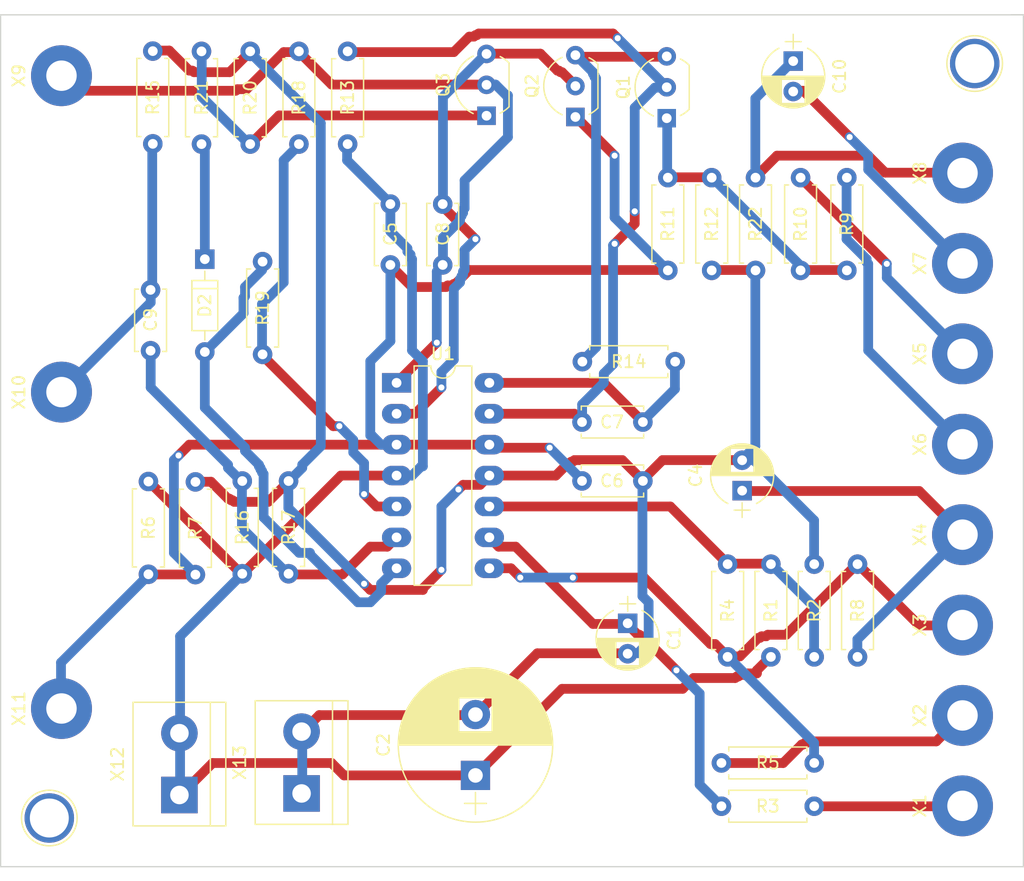
<source format=kicad_pcb>
(kicad_pcb (version 4) (host pcbnew 4.0.6)

  (general
    (links 77)
    (no_connects 0)
    (area 70.358 63.627 143.637 148.336)
    (thickness 1.6)
    (drawings 5)
    (tracks 489)
    (zones 0)
    (modules 51)
    (nets 26)
  )

  (page A4)
  (title_block
    (title "alien screamer")
    (company yuido)
    (comment 1 "basado en un diseño de http://musicfromouterspace.com")
  )

  (layers
    (0 F.Cu signal)
    (31 B.Cu signal)
    (32 B.Adhes user)
    (33 F.Adhes user)
    (34 B.Paste user)
    (35 F.Paste user)
    (36 B.SilkS user)
    (37 F.SilkS user)
    (38 B.Mask user)
    (39 F.Mask user)
    (40 Dwgs.User user)
    (41 Cmts.User user)
    (42 Eco1.User user)
    (43 Eco2.User user)
    (44 Edge.Cuts user)
    (45 Margin user)
    (46 B.CrtYd user)
    (47 F.CrtYd user)
    (48 B.Fab user)
    (49 F.Fab user)
  )

  (setup
    (last_trace_width 0.8)
    (trace_clearance 0.5)
    (zone_clearance 0.508)
    (zone_45_only no)
    (trace_min 0.5)
    (segment_width 0.2)
    (edge_width 0.1)
    (via_size 0.8)
    (via_drill 0.5)
    (via_min_size 0.4)
    (via_min_drill 0.3)
    (uvia_size 0.3)
    (uvia_drill 0.1)
    (uvias_allowed no)
    (uvia_min_size 0.2)
    (uvia_min_drill 0.1)
    (pcb_text_width 0.3)
    (pcb_text_size 1.5 1.5)
    (mod_edge_width 0.15)
    (mod_text_size 1 1)
    (mod_text_width 0.15)
    (pad_size 3 3)
    (pad_drill 2)
    (pad_to_mask_clearance 0)
    (aux_axis_origin 0 0)
    (visible_elements 7FFEFFFF)
    (pcbplotparams
      (layerselection 0x01030_80000001)
      (usegerberextensions false)
      (excludeedgelayer true)
      (linewidth 0.100000)
      (plotframeref false)
      (viasonmask false)
      (mode 1)
      (useauxorigin false)
      (hpglpennumber 1)
      (hpglpenspeed 20)
      (hpglpendiameter 15)
      (hpglpenoverlay 2)
      (psnegative false)
      (psa4output false)
      (plotreference true)
      (plotvalue true)
      (plotinvisibletext false)
      (padsonsilk false)
      (subtractmaskfromsilk false)
      (outputformat 4)
      (mirror false)
      (drillshape 2)
      (scaleselection 1)
      (outputdirectory ""))
  )

  (net 0 "")
  (net 1 "Net-(C1-Pad1)")
  (net 2 -9VA)
  (net 3 +9VA)
  (net 4 "Net-(C3-Pad2)")
  (net 5 "Net-(C4-Pad1)")
  (net 6 GNDREF)
  (net 7 "Net-(C7-Pad1)")
  (net 8 "Net-(C7-Pad2)")
  (net 9 "Net-(C8-Pad1)")
  (net 10 "Net-(C8-Pad2)")
  (net 11 "Net-(C9-Pad1)")
  (net 12 "Net-(C9-Pad2)")
  (net 13 "Net-(C10-Pad1)")
  (net 14 "Net-(C10-Pad2)")
  (net 15 "Net-(D1-Pad2)")
  (net 16 "Net-(D2-Pad1)")
  (net 17 "Net-(D2-Pad2)")
  (net 18 "Net-(Q1-Pad3)")
  (net 19 "Net-(Q1-Pad1)")
  (net 20 "Net-(Q3-Pad1)")
  (net 21 "Net-(R1-Pad2)")
  (net 22 "Net-(R3-Pad1)")
  (net 23 "Net-(R9-Pad2)")
  (net 24 "Net-(R10-Pad2)")
  (net 25 "Net-(R18-Pad2)")

  (net_class Default "Esta es la clase de red por defecto."
    (clearance 0.5)
    (trace_width 0.8)
    (via_dia 0.8)
    (via_drill 0.5)
    (uvia_dia 0.3)
    (uvia_drill 0.1)
  )

  (net_class sinte ""
    (clearance 0.5)
    (trace_width 0.8)
    (via_dia 0.8)
    (via_drill 0.5)
    (uvia_dia 0.3)
    (uvia_drill 0.1)
    (add_net +9VA)
    (add_net -9VA)
    (add_net GNDREF)
    (add_net "Net-(C1-Pad1)")
    (add_net "Net-(C10-Pad1)")
    (add_net "Net-(C10-Pad2)")
    (add_net "Net-(C3-Pad2)")
    (add_net "Net-(C4-Pad1)")
    (add_net "Net-(C7-Pad1)")
    (add_net "Net-(C7-Pad2)")
    (add_net "Net-(C8-Pad1)")
    (add_net "Net-(C8-Pad2)")
    (add_net "Net-(C9-Pad1)")
    (add_net "Net-(C9-Pad2)")
    (add_net "Net-(D1-Pad2)")
    (add_net "Net-(D2-Pad1)")
    (add_net "Net-(D2-Pad2)")
    (add_net "Net-(Q1-Pad1)")
    (add_net "Net-(Q1-Pad3)")
    (add_net "Net-(Q3-Pad1)")
    (add_net "Net-(R1-Pad2)")
    (add_net "Net-(R10-Pad2)")
    (add_net "Net-(R18-Pad2)")
    (add_net "Net-(R3-Pad1)")
    (add_net "Net-(R9-Pad2)")
  )

  (module Resistors_THT:R_Axial_DIN0207_L6.3mm_D2.5mm_P7.62mm_Horizontal (layer F.Cu) (tedit 597616AC) (tstamp 5975C951)
    (at 168.17 76.6 90)
    (descr "Resistor, Axial_DIN0207 series, Axial, Horizontal, pin pitch=7.62mm, 0.25W = 1/4W, length*diameter=6.3*2.5mm^2, http://cdn-reichelt.de/documents/datenblatt/B400/1_4W%23YAG.pdf")
    (tags "Resistor Axial_DIN0207 series Axial Horizontal pin pitch 7.62mm 0.25W = 1/4W length 6.3mm diameter 2.5mm")
    (path /5936AC57)
    (fp_text reference R22 (at 3.81 0 90) (layer F.SilkS)
      (effects (font (size 1 1) (thickness 0.15)))
    )
    (fp_text value 150k (at 3.81 2.31 90) (layer F.Fab)
      (effects (font (size 1 1) (thickness 0.15)))
    )
    (fp_line (start 0.66 -1.25) (end 0.66 1.25) (layer F.Fab) (width 0.1))
    (fp_line (start 0.66 1.25) (end 6.96 1.25) (layer F.Fab) (width 0.1))
    (fp_line (start 6.96 1.25) (end 6.96 -1.25) (layer F.Fab) (width 0.1))
    (fp_line (start 6.96 -1.25) (end 0.66 -1.25) (layer F.Fab) (width 0.1))
    (fp_line (start 0 0) (end 0.66 0) (layer F.Fab) (width 0.1))
    (fp_line (start 7.62 0) (end 6.96 0) (layer F.Fab) (width 0.1))
    (fp_line (start 0.6 -0.98) (end 0.6 -1.31) (layer F.SilkS) (width 0.12))
    (fp_line (start 0.6 -1.31) (end 7.02 -1.31) (layer F.SilkS) (width 0.12))
    (fp_line (start 7.02 -1.31) (end 7.02 -0.98) (layer F.SilkS) (width 0.12))
    (fp_line (start 0.6 0.98) (end 0.6 1.31) (layer F.SilkS) (width 0.12))
    (fp_line (start 0.6 1.31) (end 7.02 1.31) (layer F.SilkS) (width 0.12))
    (fp_line (start 7.02 1.31) (end 7.02 0.98) (layer F.SilkS) (width 0.12))
    (fp_line (start -1.05 -1.6) (end -1.05 1.6) (layer F.CrtYd) (width 0.05))
    (fp_line (start -1.05 1.6) (end 8.7 1.6) (layer F.CrtYd) (width 0.05))
    (fp_line (start 8.7 1.6) (end 8.7 -1.6) (layer F.CrtYd) (width 0.05))
    (fp_line (start 8.7 -1.6) (end -1.05 -1.6) (layer F.CrtYd) (width 0.05))
    (pad 1 thru_hole circle (at 0 0 90) (size 1.6 1.6) (drill 0.8) (layers *.Cu *.Mask)
      (net 2 -9VA))
    (pad 2 thru_hole oval (at 7.62 0 90) (size 1.6 1.6) (drill 0.8) (layers *.Cu *.Mask)
      (net 13 "Net-(C10-Pad1)"))
    (model ${KISYS3DMOD}/Resistors_THT.3dshapes/R_Axial_DIN0207_L6.3mm_D2.5mm_P7.62mm_Horizontal.wrl
      (at (xyz 0 0 0))
      (scale (xyz 0.393701 0.393701 0.393701))
      (rotate (xyz 0 0 0))
    )
  )

  (module Resistors_THT:R_Axial_DIN0207_L6.3mm_D2.5mm_P7.62mm_Horizontal (layer F.Cu) (tedit 59761554) (tstamp 5975C833)
    (at 175.67 76.6 90)
    (descr "Resistor, Axial_DIN0207 series, Axial, Horizontal, pin pitch=7.62mm, 0.25W = 1/4W, length*diameter=6.3*2.5mm^2, http://cdn-reichelt.de/documents/datenblatt/B400/1_4W%23YAG.pdf")
    (tags "Resistor Axial_DIN0207 series Axial Horizontal pin pitch 7.62mm 0.25W = 1/4W length 6.3mm diameter 2.5mm")
    (path /593280B0)
    (fp_text reference R9 (at 3.81 0 90) (layer F.SilkS)
      (effects (font (size 1 1) (thickness 0.15)))
    )
    (fp_text value 100k (at 3.81 2.31 90) (layer F.Fab)
      (effects (font (size 1 1) (thickness 0.15)))
    )
    (fp_line (start 0.66 -1.25) (end 0.66 1.25) (layer F.Fab) (width 0.1))
    (fp_line (start 0.66 1.25) (end 6.96 1.25) (layer F.Fab) (width 0.1))
    (fp_line (start 6.96 1.25) (end 6.96 -1.25) (layer F.Fab) (width 0.1))
    (fp_line (start 6.96 -1.25) (end 0.66 -1.25) (layer F.Fab) (width 0.1))
    (fp_line (start 0 0) (end 0.66 0) (layer F.Fab) (width 0.1))
    (fp_line (start 7.62 0) (end 6.96 0) (layer F.Fab) (width 0.1))
    (fp_line (start 0.6 -0.98) (end 0.6 -1.31) (layer F.SilkS) (width 0.12))
    (fp_line (start 0.6 -1.31) (end 7.02 -1.31) (layer F.SilkS) (width 0.12))
    (fp_line (start 7.02 -1.31) (end 7.02 -0.98) (layer F.SilkS) (width 0.12))
    (fp_line (start 0.6 0.98) (end 0.6 1.31) (layer F.SilkS) (width 0.12))
    (fp_line (start 0.6 1.31) (end 7.02 1.31) (layer F.SilkS) (width 0.12))
    (fp_line (start 7.02 1.31) (end 7.02 0.98) (layer F.SilkS) (width 0.12))
    (fp_line (start -1.05 -1.6) (end -1.05 1.6) (layer F.CrtYd) (width 0.05))
    (fp_line (start -1.05 1.6) (end 8.7 1.6) (layer F.CrtYd) (width 0.05))
    (fp_line (start 8.7 1.6) (end 8.7 -1.6) (layer F.CrtYd) (width 0.05))
    (fp_line (start 8.7 -1.6) (end -1.05 -1.6) (layer F.CrtYd) (width 0.05))
    (pad 1 thru_hole circle (at 0 0 90) (size 1.6 1.6) (drill 0.8) (layers *.Cu *.Mask)
      (net 19 "Net-(Q1-Pad1)"))
    (pad 2 thru_hole oval (at 7.62 0 90) (size 1.6 1.6) (drill 0.8) (layers *.Cu *.Mask)
      (net 23 "Net-(R9-Pad2)"))
    (model ${KISYS3DMOD}/Resistors_THT.3dshapes/R_Axial_DIN0207_L6.3mm_D2.5mm_P7.62mm_Horizontal.wrl
      (at (xyz 0 0 0))
      (scale (xyz 0.393701 0.393701 0.393701))
      (rotate (xyz 0 0 0))
    )
  )

  (module Resistors_THT:R_Axial_DIN0207_L6.3mm_D2.5mm_P7.62mm_Horizontal (layer F.Cu) (tedit 5976154C) (tstamp 5975C849)
    (at 171.87 76.6 90)
    (descr "Resistor, Axial_DIN0207 series, Axial, Horizontal, pin pitch=7.62mm, 0.25W = 1/4W, length*diameter=6.3*2.5mm^2, http://cdn-reichelt.de/documents/datenblatt/B400/1_4W%23YAG.pdf")
    (tags "Resistor Axial_DIN0207 series Axial Horizontal pin pitch 7.62mm 0.25W = 1/4W length 6.3mm diameter 2.5mm")
    (path /5932814E)
    (fp_text reference R10 (at 3.81 0 90) (layer F.SilkS)
      (effects (font (size 1 1) (thickness 0.15)))
    )
    (fp_text value 75k (at 3.81 2.31 90) (layer F.Fab)
      (effects (font (size 1 1) (thickness 0.15)))
    )
    (fp_line (start 0.66 -1.25) (end 0.66 1.25) (layer F.Fab) (width 0.1))
    (fp_line (start 0.66 1.25) (end 6.96 1.25) (layer F.Fab) (width 0.1))
    (fp_line (start 6.96 1.25) (end 6.96 -1.25) (layer F.Fab) (width 0.1))
    (fp_line (start 6.96 -1.25) (end 0.66 -1.25) (layer F.Fab) (width 0.1))
    (fp_line (start 0 0) (end 0.66 0) (layer F.Fab) (width 0.1))
    (fp_line (start 7.62 0) (end 6.96 0) (layer F.Fab) (width 0.1))
    (fp_line (start 0.6 -0.98) (end 0.6 -1.31) (layer F.SilkS) (width 0.12))
    (fp_line (start 0.6 -1.31) (end 7.02 -1.31) (layer F.SilkS) (width 0.12))
    (fp_line (start 7.02 -1.31) (end 7.02 -0.98) (layer F.SilkS) (width 0.12))
    (fp_line (start 0.6 0.98) (end 0.6 1.31) (layer F.SilkS) (width 0.12))
    (fp_line (start 0.6 1.31) (end 7.02 1.31) (layer F.SilkS) (width 0.12))
    (fp_line (start 7.02 1.31) (end 7.02 0.98) (layer F.SilkS) (width 0.12))
    (fp_line (start -1.05 -1.6) (end -1.05 1.6) (layer F.CrtYd) (width 0.05))
    (fp_line (start -1.05 1.6) (end 8.7 1.6) (layer F.CrtYd) (width 0.05))
    (fp_line (start 8.7 1.6) (end 8.7 -1.6) (layer F.CrtYd) (width 0.05))
    (fp_line (start 8.7 -1.6) (end -1.05 -1.6) (layer F.CrtYd) (width 0.05))
    (pad 1 thru_hole circle (at 0 0 90) (size 1.6 1.6) (drill 0.8) (layers *.Cu *.Mask)
      (net 19 "Net-(Q1-Pad1)"))
    (pad 2 thru_hole oval (at 7.62 0 90) (size 1.6 1.6) (drill 0.8) (layers *.Cu *.Mask)
      (net 24 "Net-(R10-Pad2)"))
    (model ${KISYS3DMOD}/Resistors_THT.3dshapes/R_Axial_DIN0207_L6.3mm_D2.5mm_P7.62mm_Horizontal.wrl
      (at (xyz 0 0 0))
      (scale (xyz 0.393701 0.393701 0.393701))
      (rotate (xyz 0 0 0))
    )
  )

  (module Resistors_THT:R_Axial_DIN0207_L6.3mm_D2.5mm_P7.62mm_Horizontal (layer F.Cu) (tedit 59761530) (tstamp 5975C875)
    (at 164.57 76.6 90)
    (descr "Resistor, Axial_DIN0207 series, Axial, Horizontal, pin pitch=7.62mm, 0.25W = 1/4W, length*diameter=6.3*2.5mm^2, http://cdn-reichelt.de/documents/datenblatt/B400/1_4W%23YAG.pdf")
    (tags "Resistor Axial_DIN0207 series Axial Horizontal pin pitch 7.62mm 0.25W = 1/4W length 6.3mm diameter 2.5mm")
    (path /5932904E)
    (fp_text reference R12 (at 3.81 0 90) (layer F.SilkS)
      (effects (font (size 1 1) (thickness 0.15)))
    )
    (fp_text value 220k (at 3.81 2.31 90) (layer F.Fab)
      (effects (font (size 1 1) (thickness 0.15)))
    )
    (fp_line (start 0.66 -1.25) (end 0.66 1.25) (layer F.Fab) (width 0.1))
    (fp_line (start 0.66 1.25) (end 6.96 1.25) (layer F.Fab) (width 0.1))
    (fp_line (start 6.96 1.25) (end 6.96 -1.25) (layer F.Fab) (width 0.1))
    (fp_line (start 6.96 -1.25) (end 0.66 -1.25) (layer F.Fab) (width 0.1))
    (fp_line (start 0 0) (end 0.66 0) (layer F.Fab) (width 0.1))
    (fp_line (start 7.62 0) (end 6.96 0) (layer F.Fab) (width 0.1))
    (fp_line (start 0.6 -0.98) (end 0.6 -1.31) (layer F.SilkS) (width 0.12))
    (fp_line (start 0.6 -1.31) (end 7.02 -1.31) (layer F.SilkS) (width 0.12))
    (fp_line (start 7.02 -1.31) (end 7.02 -0.98) (layer F.SilkS) (width 0.12))
    (fp_line (start 0.6 0.98) (end 0.6 1.31) (layer F.SilkS) (width 0.12))
    (fp_line (start 0.6 1.31) (end 7.02 1.31) (layer F.SilkS) (width 0.12))
    (fp_line (start 7.02 1.31) (end 7.02 0.98) (layer F.SilkS) (width 0.12))
    (fp_line (start -1.05 -1.6) (end -1.05 1.6) (layer F.CrtYd) (width 0.05))
    (fp_line (start -1.05 1.6) (end 8.7 1.6) (layer F.CrtYd) (width 0.05))
    (fp_line (start 8.7 1.6) (end 8.7 -1.6) (layer F.CrtYd) (width 0.05))
    (fp_line (start 8.7 -1.6) (end -1.05 -1.6) (layer F.CrtYd) (width 0.05))
    (pad 1 thru_hole circle (at 0 0 90) (size 1.6 1.6) (drill 0.8) (layers *.Cu *.Mask)
      (net 2 -9VA))
    (pad 2 thru_hole oval (at 7.62 0 90) (size 1.6 1.6) (drill 0.8) (layers *.Cu *.Mask)
      (net 19 "Net-(Q1-Pad1)"))
    (model ${KISYS3DMOD}/Resistors_THT.3dshapes/R_Axial_DIN0207_L6.3mm_D2.5mm_P7.62mm_Horizontal.wrl
      (at (xyz 0 0 0))
      (scale (xyz 0.393701 0.393701 0.393701))
      (rotate (xyz 0 0 0))
    )
  )

  (module Resistors_THT:R_Axial_DIN0207_L6.3mm_D2.5mm_P7.62mm_Horizontal (layer F.Cu) (tedit 59761528) (tstamp 5975C85F)
    (at 160.97 76.6 90)
    (descr "Resistor, Axial_DIN0207 series, Axial, Horizontal, pin pitch=7.62mm, 0.25W = 1/4W, length*diameter=6.3*2.5mm^2, http://cdn-reichelt.de/documents/datenblatt/B400/1_4W%23YAG.pdf")
    (tags "Resistor Axial_DIN0207 series Axial Horizontal pin pitch 7.62mm 0.25W = 1/4W length 6.3mm diameter 2.5mm")
    (path /5932819E)
    (fp_text reference R11 (at 3.81 0 90) (layer F.SilkS)
      (effects (font (size 1 1) (thickness 0.15)))
    )
    (fp_text value 2k (at 3.81 2.31 90) (layer F.Fab)
      (effects (font (size 1 1) (thickness 0.15)))
    )
    (fp_line (start 0.66 -1.25) (end 0.66 1.25) (layer F.Fab) (width 0.1))
    (fp_line (start 0.66 1.25) (end 6.96 1.25) (layer F.Fab) (width 0.1))
    (fp_line (start 6.96 1.25) (end 6.96 -1.25) (layer F.Fab) (width 0.1))
    (fp_line (start 6.96 -1.25) (end 0.66 -1.25) (layer F.Fab) (width 0.1))
    (fp_line (start 0 0) (end 0.66 0) (layer F.Fab) (width 0.1))
    (fp_line (start 7.62 0) (end 6.96 0) (layer F.Fab) (width 0.1))
    (fp_line (start 0.6 -0.98) (end 0.6 -1.31) (layer F.SilkS) (width 0.12))
    (fp_line (start 0.6 -1.31) (end 7.02 -1.31) (layer F.SilkS) (width 0.12))
    (fp_line (start 7.02 -1.31) (end 7.02 -0.98) (layer F.SilkS) (width 0.12))
    (fp_line (start 0.6 0.98) (end 0.6 1.31) (layer F.SilkS) (width 0.12))
    (fp_line (start 0.6 1.31) (end 7.02 1.31) (layer F.SilkS) (width 0.12))
    (fp_line (start 7.02 1.31) (end 7.02 0.98) (layer F.SilkS) (width 0.12))
    (fp_line (start -1.05 -1.6) (end -1.05 1.6) (layer F.CrtYd) (width 0.05))
    (fp_line (start -1.05 1.6) (end 8.7 1.6) (layer F.CrtYd) (width 0.05))
    (fp_line (start 8.7 1.6) (end 8.7 -1.6) (layer F.CrtYd) (width 0.05))
    (fp_line (start 8.7 -1.6) (end -1.05 -1.6) (layer F.CrtYd) (width 0.05))
    (pad 1 thru_hole circle (at 0 0 90) (size 1.6 1.6) (drill 0.8) (layers *.Cu *.Mask)
      (net 6 GNDREF))
    (pad 2 thru_hole oval (at 7.62 0 90) (size 1.6 1.6) (drill 0.8) (layers *.Cu *.Mask)
      (net 19 "Net-(Q1-Pad1)"))
    (model ${KISYS3DMOD}/Resistors_THT.3dshapes/R_Axial_DIN0207_L6.3mm_D2.5mm_P7.62mm_Horizontal.wrl
      (at (xyz 0 0 0))
      (scale (xyz 0.393701 0.393701 0.393701))
      (rotate (xyz 0 0 0))
    )
  )

  (module Resistors_THT:R_Axial_DIN0207_L6.3mm_D2.5mm_P7.62mm_Horizontal (layer F.Cu) (tedit 59761518) (tstamp 5975C8A1)
    (at 161.57 84.1 180)
    (descr "Resistor, Axial_DIN0207 series, Axial, Horizontal, pin pitch=7.62mm, 0.25W = 1/4W, length*diameter=6.3*2.5mm^2, http://cdn-reichelt.de/documents/datenblatt/B400/1_4W%23YAG.pdf")
    (tags "Resistor Axial_DIN0207 series Axial Horizontal pin pitch 7.62mm 0.25W = 1/4W length 6.3mm diameter 2.5mm")
    (path /59328FF7)
    (fp_text reference R14 (at 3.81 0 180) (layer F.SilkS)
      (effects (font (size 1 1) (thickness 0.15)))
    )
    (fp_text value 10k (at 3.81 2.31 180) (layer F.Fab)
      (effects (font (size 1 1) (thickness 0.15)))
    )
    (fp_line (start 0.66 -1.25) (end 0.66 1.25) (layer F.Fab) (width 0.1))
    (fp_line (start 0.66 1.25) (end 6.96 1.25) (layer F.Fab) (width 0.1))
    (fp_line (start 6.96 1.25) (end 6.96 -1.25) (layer F.Fab) (width 0.1))
    (fp_line (start 6.96 -1.25) (end 0.66 -1.25) (layer F.Fab) (width 0.1))
    (fp_line (start 0 0) (end 0.66 0) (layer F.Fab) (width 0.1))
    (fp_line (start 7.62 0) (end 6.96 0) (layer F.Fab) (width 0.1))
    (fp_line (start 0.6 -0.98) (end 0.6 -1.31) (layer F.SilkS) (width 0.12))
    (fp_line (start 0.6 -1.31) (end 7.02 -1.31) (layer F.SilkS) (width 0.12))
    (fp_line (start 7.02 -1.31) (end 7.02 -0.98) (layer F.SilkS) (width 0.12))
    (fp_line (start 0.6 0.98) (end 0.6 1.31) (layer F.SilkS) (width 0.12))
    (fp_line (start 0.6 1.31) (end 7.02 1.31) (layer F.SilkS) (width 0.12))
    (fp_line (start 7.02 1.31) (end 7.02 0.98) (layer F.SilkS) (width 0.12))
    (fp_line (start -1.05 -1.6) (end -1.05 1.6) (layer F.CrtYd) (width 0.05))
    (fp_line (start -1.05 1.6) (end 8.7 1.6) (layer F.CrtYd) (width 0.05))
    (fp_line (start 8.7 1.6) (end 8.7 -1.6) (layer F.CrtYd) (width 0.05))
    (fp_line (start 8.7 -1.6) (end -1.05 -1.6) (layer F.CrtYd) (width 0.05))
    (pad 1 thru_hole circle (at 0 0 180) (size 1.6 1.6) (drill 0.8) (layers *.Cu *.Mask)
      (net 7 "Net-(C7-Pad1)"))
    (pad 2 thru_hole oval (at 7.62 0 180) (size 1.6 1.6) (drill 0.8) (layers *.Cu *.Mask)
      (net 18 "Net-(Q1-Pad3)"))
    (model ${KISYS3DMOD}/Resistors_THT.3dshapes/R_Axial_DIN0207_L6.3mm_D2.5mm_P7.62mm_Horizontal.wrl
      (at (xyz 0 0 0))
      (scale (xyz 0.393701 0.393701 0.393701))
      (rotate (xyz 0 0 0))
    )
  )

  (module Capacitors_THT:C_Disc_D5.0mm_W2.5mm_P5.00mm (layer F.Cu) (tedit 597614AF) (tstamp 5975C658)
    (at 158.92 89.0625 180)
    (descr "C, Disc series, Radial, pin pitch=5.00mm, , diameter*width=5*2.5mm^2, Capacitor, http://cdn-reichelt.de/documents/datenblatt/B300/DS_KERKO_TC.pdf")
    (tags "C Disc series Radial pin pitch 5.00mm  diameter 5mm width 2.5mm Capacitor")
    (path /59328F3D)
    (fp_text reference C7 (at 2.54 0 180) (layer F.SilkS)
      (effects (font (size 1 1) (thickness 0.15)))
    )
    (fp_text value 100pF (at 2.5 2.56 180) (layer F.Fab)
      (effects (font (size 1 1) (thickness 0.15)))
    )
    (fp_line (start 0 -1.25) (end 0 1.25) (layer F.Fab) (width 0.1))
    (fp_line (start 0 1.25) (end 5 1.25) (layer F.Fab) (width 0.1))
    (fp_line (start 5 1.25) (end 5 -1.25) (layer F.Fab) (width 0.1))
    (fp_line (start 5 -1.25) (end 0 -1.25) (layer F.Fab) (width 0.1))
    (fp_line (start -0.06 -1.31) (end 5.06 -1.31) (layer F.SilkS) (width 0.12))
    (fp_line (start -0.06 1.31) (end 5.06 1.31) (layer F.SilkS) (width 0.12))
    (fp_line (start -0.06 -1.31) (end -0.06 -0.996) (layer F.SilkS) (width 0.12))
    (fp_line (start -0.06 0.996) (end -0.06 1.31) (layer F.SilkS) (width 0.12))
    (fp_line (start 5.06 -1.31) (end 5.06 -0.996) (layer F.SilkS) (width 0.12))
    (fp_line (start 5.06 0.996) (end 5.06 1.31) (layer F.SilkS) (width 0.12))
    (fp_line (start -1.05 -1.6) (end -1.05 1.6) (layer F.CrtYd) (width 0.05))
    (fp_line (start -1.05 1.6) (end 6.05 1.6) (layer F.CrtYd) (width 0.05))
    (fp_line (start 6.05 1.6) (end 6.05 -1.6) (layer F.CrtYd) (width 0.05))
    (fp_line (start 6.05 -1.6) (end -1.05 -1.6) (layer F.CrtYd) (width 0.05))
    (fp_text user %R (at 2.5 0 180) (layer F.Fab)
      (effects (font (size 1 1) (thickness 0.15)))
    )
    (pad 1 thru_hole circle (at 0 0 180) (size 1.6 1.6) (drill 0.8) (layers *.Cu *.Mask)
      (net 7 "Net-(C7-Pad1)"))
    (pad 2 thru_hole circle (at 5 0 180) (size 1.6 1.6) (drill 0.8) (layers *.Cu *.Mask)
      (net 8 "Net-(C7-Pad2)"))
    (model ${KISYS3DMOD}/Capacitors_THT.3dshapes/C_Disc_D5.0mm_W2.5mm_P5.00mm.wrl
      (at (xyz 0 0 0))
      (scale (xyz 0.393701 0.393701 0.393701))
      (rotate (xyz 0 0 0))
    )
  )

  (module Capacitors_THT:C_Disc_D5.0mm_W2.5mm_P5.00mm (layer F.Cu) (tedit 5976147C) (tstamp 5975C643)
    (at 158.92 93.9 180)
    (descr "C, Disc series, Radial, pin pitch=5.00mm, , diameter*width=5*2.5mm^2, Capacitor, http://cdn-reichelt.de/documents/datenblatt/B300/DS_KERKO_TC.pdf")
    (tags "C Disc series Radial pin pitch 5.00mm  diameter 5mm width 2.5mm Capacitor")
    (path /59362E97)
    (fp_text reference C6 (at 2.54 0 180) (layer F.SilkS)
      (effects (font (size 1 1) (thickness 0.15)))
    )
    (fp_text value 0.1uF (at 2.5 2.56 180) (layer F.Fab)
      (effects (font (size 1 1) (thickness 0.15)))
    )
    (fp_line (start 0 -1.25) (end 0 1.25) (layer F.Fab) (width 0.1))
    (fp_line (start 0 1.25) (end 5 1.25) (layer F.Fab) (width 0.1))
    (fp_line (start 5 1.25) (end 5 -1.25) (layer F.Fab) (width 0.1))
    (fp_line (start 5 -1.25) (end 0 -1.25) (layer F.Fab) (width 0.1))
    (fp_line (start -0.06 -1.31) (end 5.06 -1.31) (layer F.SilkS) (width 0.12))
    (fp_line (start -0.06 1.31) (end 5.06 1.31) (layer F.SilkS) (width 0.12))
    (fp_line (start -0.06 -1.31) (end -0.06 -0.996) (layer F.SilkS) (width 0.12))
    (fp_line (start -0.06 0.996) (end -0.06 1.31) (layer F.SilkS) (width 0.12))
    (fp_line (start 5.06 -1.31) (end 5.06 -0.996) (layer F.SilkS) (width 0.12))
    (fp_line (start 5.06 0.996) (end 5.06 1.31) (layer F.SilkS) (width 0.12))
    (fp_line (start -1.05 -1.6) (end -1.05 1.6) (layer F.CrtYd) (width 0.05))
    (fp_line (start -1.05 1.6) (end 6.05 1.6) (layer F.CrtYd) (width 0.05))
    (fp_line (start 6.05 1.6) (end 6.05 -1.6) (layer F.CrtYd) (width 0.05))
    (fp_line (start 6.05 -1.6) (end -1.05 -1.6) (layer F.CrtYd) (width 0.05))
    (fp_text user %R (at 2.5 0 180) (layer F.Fab)
      (effects (font (size 1 1) (thickness 0.15)))
    )
    (pad 1 thru_hole circle (at 0 0 180) (size 1.6 1.6) (drill 0.8) (layers *.Cu *.Mask)
      (net 2 -9VA))
    (pad 2 thru_hole circle (at 5 0 180) (size 1.6 1.6) (drill 0.8) (layers *.Cu *.Mask)
      (net 6 GNDREF))
    (model ${KISYS3DMOD}/Capacitors_THT.3dshapes/C_Disc_D5.0mm_W2.5mm_P5.00mm.wrl
      (at (xyz 0 0 0))
      (scale (xyz 0.393701 0.393701 0.393701))
      (rotate (xyz 0 0 0))
    )
  )

  (module Resistors_THT:R_Axial_DIN0207_L6.3mm_D2.5mm_P7.62mm_Horizontal (layer F.Cu) (tedit 597613E2) (tstamp 5975C88B)
    (at 134.67 58.6 270)
    (descr "Resistor, Axial_DIN0207 series, Axial, Horizontal, pin pitch=7.62mm, 0.25W = 1/4W, length*diameter=6.3*2.5mm^2, http://cdn-reichelt.de/documents/datenblatt/B400/1_4W%23YAG.pdf")
    (tags "Resistor Axial_DIN0207 series Axial Horizontal pin pitch 7.62mm 0.25W = 1/4W length 6.3mm diameter 2.5mm")
    (path /59328F9B)
    (fp_text reference R13 (at 3.81 0 270) (layer F.SilkS)
      (effects (font (size 1 1) (thickness 0.15)))
    )
    (fp_text value 2M (at 3.81 2.31 270) (layer F.Fab)
      (effects (font (size 1 1) (thickness 0.15)))
    )
    (fp_line (start 0.66 -1.25) (end 0.66 1.25) (layer F.Fab) (width 0.1))
    (fp_line (start 0.66 1.25) (end 6.96 1.25) (layer F.Fab) (width 0.1))
    (fp_line (start 6.96 1.25) (end 6.96 -1.25) (layer F.Fab) (width 0.1))
    (fp_line (start 6.96 -1.25) (end 0.66 -1.25) (layer F.Fab) (width 0.1))
    (fp_line (start 0 0) (end 0.66 0) (layer F.Fab) (width 0.1))
    (fp_line (start 7.62 0) (end 6.96 0) (layer F.Fab) (width 0.1))
    (fp_line (start 0.6 -0.98) (end 0.6 -1.31) (layer F.SilkS) (width 0.12))
    (fp_line (start 0.6 -1.31) (end 7.02 -1.31) (layer F.SilkS) (width 0.12))
    (fp_line (start 7.02 -1.31) (end 7.02 -0.98) (layer F.SilkS) (width 0.12))
    (fp_line (start 0.6 0.98) (end 0.6 1.31) (layer F.SilkS) (width 0.12))
    (fp_line (start 0.6 1.31) (end 7.02 1.31) (layer F.SilkS) (width 0.12))
    (fp_line (start 7.02 1.31) (end 7.02 0.98) (layer F.SilkS) (width 0.12))
    (fp_line (start -1.05 -1.6) (end -1.05 1.6) (layer F.CrtYd) (width 0.05))
    (fp_line (start -1.05 1.6) (end 8.7 1.6) (layer F.CrtYd) (width 0.05))
    (fp_line (start 8.7 1.6) (end 8.7 -1.6) (layer F.CrtYd) (width 0.05))
    (fp_line (start 8.7 -1.6) (end -1.05 -1.6) (layer F.CrtYd) (width 0.05))
    (pad 1 thru_hole circle (at 0 0 270) (size 1.6 1.6) (drill 0.8) (layers *.Cu *.Mask)
      (net 8 "Net-(C7-Pad2)"))
    (pad 2 thru_hole oval (at 7.62 0 270) (size 1.6 1.6) (drill 0.8) (layers *.Cu *.Mask)
      (net 3 +9VA))
    (model ${KISYS3DMOD}/Resistors_THT.3dshapes/R_Axial_DIN0207_L6.3mm_D2.5mm_P7.62mm_Horizontal.wrl
      (at (xyz 0 0 0))
      (scale (xyz 0.393701 0.393701 0.393701))
      (rotate (xyz 0 0 0))
    )
  )

  (module Resistors_THT:R_Axial_DIN0207_L6.3mm_D2.5mm_P7.62mm_Horizontal (layer F.Cu) (tedit 59761358) (tstamp 5975C925)
    (at 126.67 58.6 270)
    (descr "Resistor, Axial_DIN0207 series, Axial, Horizontal, pin pitch=7.62mm, 0.25W = 1/4W, length*diameter=6.3*2.5mm^2, http://cdn-reichelt.de/documents/datenblatt/B400/1_4W%23YAG.pdf")
    (tags "Resistor Axial_DIN0207 series Axial Horizontal pin pitch 7.62mm 0.25W = 1/4W length 6.3mm diameter 2.5mm")
    (path /59354DA1)
    (fp_text reference R20 (at 3.81 0 270) (layer F.SilkS)
      (effects (font (size 1 1) (thickness 0.15)))
    )
    (fp_text value 2M (at 3.81 2.31 270) (layer F.Fab)
      (effects (font (size 1 1) (thickness 0.15)))
    )
    (fp_line (start 0.66 -1.25) (end 0.66 1.25) (layer F.Fab) (width 0.1))
    (fp_line (start 0.66 1.25) (end 6.96 1.25) (layer F.Fab) (width 0.1))
    (fp_line (start 6.96 1.25) (end 6.96 -1.25) (layer F.Fab) (width 0.1))
    (fp_line (start 6.96 -1.25) (end 0.66 -1.25) (layer F.Fab) (width 0.1))
    (fp_line (start 0 0) (end 0.66 0) (layer F.Fab) (width 0.1))
    (fp_line (start 7.62 0) (end 6.96 0) (layer F.Fab) (width 0.1))
    (fp_line (start 0.6 -0.98) (end 0.6 -1.31) (layer F.SilkS) (width 0.12))
    (fp_line (start 0.6 -1.31) (end 7.02 -1.31) (layer F.SilkS) (width 0.12))
    (fp_line (start 7.02 -1.31) (end 7.02 -0.98) (layer F.SilkS) (width 0.12))
    (fp_line (start 0.6 0.98) (end 0.6 1.31) (layer F.SilkS) (width 0.12))
    (fp_line (start 0.6 1.31) (end 7.02 1.31) (layer F.SilkS) (width 0.12))
    (fp_line (start 7.02 1.31) (end 7.02 0.98) (layer F.SilkS) (width 0.12))
    (fp_line (start -1.05 -1.6) (end -1.05 1.6) (layer F.CrtYd) (width 0.05))
    (fp_line (start -1.05 1.6) (end 8.7 1.6) (layer F.CrtYd) (width 0.05))
    (fp_line (start 8.7 1.6) (end 8.7 -1.6) (layer F.CrtYd) (width 0.05))
    (fp_line (start 8.7 -1.6) (end -1.05 -1.6) (layer F.CrtYd) (width 0.05))
    (pad 1 thru_hole circle (at 0 0 270) (size 1.6 1.6) (drill 0.8) (layers *.Cu *.Mask)
      (net 2 -9VA))
    (pad 2 thru_hole oval (at 7.62 0 270) (size 1.6 1.6) (drill 0.8) (layers *.Cu *.Mask)
      (net 20 "Net-(Q3-Pad1)"))
    (model ${KISYS3DMOD}/Resistors_THT.3dshapes/R_Axial_DIN0207_L6.3mm_D2.5mm_P7.62mm_Horizontal.wrl
      (at (xyz 0 0 0))
      (scale (xyz 0.393701 0.393701 0.393701))
      (rotate (xyz 0 0 0))
    )
  )

  (module Capacitors_THT:C_Disc_D5.0mm_W2.5mm_P5.00mm (layer F.Cu) (tedit 59761307) (tstamp 5975C66D)
    (at 142.4795 76.1495 90)
    (descr "C, Disc series, Radial, pin pitch=5.00mm, , diameter*width=5*2.5mm^2, Capacitor, http://cdn-reichelt.de/documents/datenblatt/B300/DS_KERKO_TC.pdf")
    (tags "C Disc series Radial pin pitch 5.00mm  diameter 5mm width 2.5mm Capacitor")
    (path /5935493F)
    (fp_text reference C8 (at 2.54 0 90) (layer F.SilkS)
      (effects (font (size 1 1) (thickness 0.15)))
    )
    (fp_text value 0.001uF (at 2.5 2.56 90) (layer F.Fab)
      (effects (font (size 1 1) (thickness 0.15)))
    )
    (fp_line (start 0 -1.25) (end 0 1.25) (layer F.Fab) (width 0.1))
    (fp_line (start 0 1.25) (end 5 1.25) (layer F.Fab) (width 0.1))
    (fp_line (start 5 1.25) (end 5 -1.25) (layer F.Fab) (width 0.1))
    (fp_line (start 5 -1.25) (end 0 -1.25) (layer F.Fab) (width 0.1))
    (fp_line (start -0.06 -1.31) (end 5.06 -1.31) (layer F.SilkS) (width 0.12))
    (fp_line (start -0.06 1.31) (end 5.06 1.31) (layer F.SilkS) (width 0.12))
    (fp_line (start -0.06 -1.31) (end -0.06 -0.996) (layer F.SilkS) (width 0.12))
    (fp_line (start -0.06 0.996) (end -0.06 1.31) (layer F.SilkS) (width 0.12))
    (fp_line (start 5.06 -1.31) (end 5.06 -0.996) (layer F.SilkS) (width 0.12))
    (fp_line (start 5.06 0.996) (end 5.06 1.31) (layer F.SilkS) (width 0.12))
    (fp_line (start -1.05 -1.6) (end -1.05 1.6) (layer F.CrtYd) (width 0.05))
    (fp_line (start -1.05 1.6) (end 6.05 1.6) (layer F.CrtYd) (width 0.05))
    (fp_line (start 6.05 1.6) (end 6.05 -1.6) (layer F.CrtYd) (width 0.05))
    (fp_line (start 6.05 -1.6) (end -1.05 -1.6) (layer F.CrtYd) (width 0.05))
    (fp_text user %R (at 2.5 0 90) (layer F.Fab)
      (effects (font (size 1 1) (thickness 0.15)))
    )
    (pad 1 thru_hole circle (at 0 0 90) (size 1.6 1.6) (drill 0.8) (layers *.Cu *.Mask)
      (net 9 "Net-(C8-Pad1)"))
    (pad 2 thru_hole circle (at 5 0 90) (size 1.6 1.6) (drill 0.8) (layers *.Cu *.Mask)
      (net 10 "Net-(C8-Pad2)"))
    (model ${KISYS3DMOD}/Capacitors_THT.3dshapes/C_Disc_D5.0mm_W2.5mm_P5.00mm.wrl
      (at (xyz 0 0 0))
      (scale (xyz 0.393701 0.393701 0.393701))
      (rotate (xyz 0 0 0))
    )
  )

  (module Capacitors_THT:C_Disc_D5.0mm_W2.5mm_P5.00mm (layer F.Cu) (tedit 597612F3) (tstamp 5975C62E)
    (at 138.1795 76.1495 90)
    (descr "C, Disc series, Radial, pin pitch=5.00mm, , diameter*width=5*2.5mm^2, Capacitor, http://cdn-reichelt.de/documents/datenblatt/B300/DS_KERKO_TC.pdf")
    (tags "C Disc series Radial pin pitch 5.00mm  diameter 5mm width 2.5mm Capacitor")
    (path /59362971)
    (fp_text reference C5 (at 2.54 0 90) (layer F.SilkS)
      (effects (font (size 1 1) (thickness 0.15)))
    )
    (fp_text value 0.1uF (at 2.5 2.56 90) (layer F.Fab)
      (effects (font (size 1 1) (thickness 0.15)))
    )
    (fp_line (start 0 -1.25) (end 0 1.25) (layer F.Fab) (width 0.1))
    (fp_line (start 0 1.25) (end 5 1.25) (layer F.Fab) (width 0.1))
    (fp_line (start 5 1.25) (end 5 -1.25) (layer F.Fab) (width 0.1))
    (fp_line (start 5 -1.25) (end 0 -1.25) (layer F.Fab) (width 0.1))
    (fp_line (start -0.06 -1.31) (end 5.06 -1.31) (layer F.SilkS) (width 0.12))
    (fp_line (start -0.06 1.31) (end 5.06 1.31) (layer F.SilkS) (width 0.12))
    (fp_line (start -0.06 -1.31) (end -0.06 -0.996) (layer F.SilkS) (width 0.12))
    (fp_line (start -0.06 0.996) (end -0.06 1.31) (layer F.SilkS) (width 0.12))
    (fp_line (start 5.06 -1.31) (end 5.06 -0.996) (layer F.SilkS) (width 0.12))
    (fp_line (start 5.06 0.996) (end 5.06 1.31) (layer F.SilkS) (width 0.12))
    (fp_line (start -1.05 -1.6) (end -1.05 1.6) (layer F.CrtYd) (width 0.05))
    (fp_line (start -1.05 1.6) (end 6.05 1.6) (layer F.CrtYd) (width 0.05))
    (fp_line (start 6.05 1.6) (end 6.05 -1.6) (layer F.CrtYd) (width 0.05))
    (fp_line (start 6.05 -1.6) (end -1.05 -1.6) (layer F.CrtYd) (width 0.05))
    (fp_text user %R (at 2.5 0 90) (layer F.Fab)
      (effects (font (size 1 1) (thickness 0.15)))
    )
    (pad 1 thru_hole circle (at 0 0 90) (size 1.6 1.6) (drill 0.8) (layers *.Cu *.Mask)
      (net 6 GNDREF))
    (pad 2 thru_hole circle (at 5 0 90) (size 1.6 1.6) (drill 0.8) (layers *.Cu *.Mask)
      (net 3 +9VA))
    (model ${KISYS3DMOD}/Capacitors_THT.3dshapes/C_Disc_D5.0mm_W2.5mm_P5.00mm.wrl
      (at (xyz 0 0 0))
      (scale (xyz 0.393701 0.393701 0.393701))
      (rotate (xyz 0 0 0))
    )
  )

  (module Resistors_THT:R_Axial_DIN0207_L6.3mm_D2.5mm_P7.62mm_Horizontal (layer F.Cu) (tedit 5976129C) (tstamp 5975C8F9)
    (at 130.67 58.6 270)
    (descr "Resistor, Axial_DIN0207 series, Axial, Horizontal, pin pitch=7.62mm, 0.25W = 1/4W, length*diameter=6.3*2.5mm^2, http://cdn-reichelt.de/documents/datenblatt/B400/1_4W%23YAG.pdf")
    (tags "Resistor Axial_DIN0207 series Axial Horizontal pin pitch 7.62mm 0.25W = 1/4W length 6.3mm diameter 2.5mm")
    (path /5935789D)
    (fp_text reference R18 (at 3.81 0 270) (layer F.SilkS)
      (effects (font (size 1 1) (thickness 0.15)))
    )
    (fp_text value 10k (at 3.81 2.31 270) (layer F.Fab)
      (effects (font (size 1 1) (thickness 0.15)))
    )
    (fp_line (start 0.66 -1.25) (end 0.66 1.25) (layer F.Fab) (width 0.1))
    (fp_line (start 0.66 1.25) (end 6.96 1.25) (layer F.Fab) (width 0.1))
    (fp_line (start 6.96 1.25) (end 6.96 -1.25) (layer F.Fab) (width 0.1))
    (fp_line (start 6.96 -1.25) (end 0.66 -1.25) (layer F.Fab) (width 0.1))
    (fp_line (start 0 0) (end 0.66 0) (layer F.Fab) (width 0.1))
    (fp_line (start 7.62 0) (end 6.96 0) (layer F.Fab) (width 0.1))
    (fp_line (start 0.6 -0.98) (end 0.6 -1.31) (layer F.SilkS) (width 0.12))
    (fp_line (start 0.6 -1.31) (end 7.02 -1.31) (layer F.SilkS) (width 0.12))
    (fp_line (start 7.02 -1.31) (end 7.02 -0.98) (layer F.SilkS) (width 0.12))
    (fp_line (start 0.6 0.98) (end 0.6 1.31) (layer F.SilkS) (width 0.12))
    (fp_line (start 0.6 1.31) (end 7.02 1.31) (layer F.SilkS) (width 0.12))
    (fp_line (start 7.02 1.31) (end 7.02 0.98) (layer F.SilkS) (width 0.12))
    (fp_line (start -1.05 -1.6) (end -1.05 1.6) (layer F.CrtYd) (width 0.05))
    (fp_line (start -1.05 1.6) (end 8.7 1.6) (layer F.CrtYd) (width 0.05))
    (fp_line (start 8.7 1.6) (end 8.7 -1.6) (layer F.CrtYd) (width 0.05))
    (fp_line (start 8.7 -1.6) (end -1.05 -1.6) (layer F.CrtYd) (width 0.05))
    (pad 1 thru_hole circle (at 0 0 270) (size 1.6 1.6) (drill 0.8) (layers *.Cu *.Mask)
      (net 9 "Net-(C8-Pad1)"))
    (pad 2 thru_hole oval (at 7.62 0 270) (size 1.6 1.6) (drill 0.8) (layers *.Cu *.Mask)
      (net 25 "Net-(R18-Pad2)"))
    (model ${KISYS3DMOD}/Resistors_THT.3dshapes/R_Axial_DIN0207_L6.3mm_D2.5mm_P7.62mm_Horizontal.wrl
      (at (xyz 0 0 0))
      (scale (xyz 0.393701 0.393701 0.393701))
      (rotate (xyz 0 0 0))
    )
  )

  (module Resistors_THT:R_Axial_DIN0207_L6.3mm_D2.5mm_P7.62mm_Horizontal (layer F.Cu) (tedit 5976127C) (tstamp 5975C93B)
    (at 122.67 58.6 270)
    (descr "Resistor, Axial_DIN0207 series, Axial, Horizontal, pin pitch=7.62mm, 0.25W = 1/4W, length*diameter=6.3*2.5mm^2, http://cdn-reichelt.de/documents/datenblatt/B400/1_4W%23YAG.pdf")
    (tags "Resistor Axial_DIN0207 series Axial Horizontal pin pitch 7.62mm 0.25W = 1/4W length 6.3mm diameter 2.5mm")
    (path /59354E57)
    (fp_text reference R21 (at 3.81 0 270) (layer F.SilkS)
      (effects (font (size 1 1) (thickness 0.15)))
    )
    (fp_text value 10k (at 3.81 2.31 270) (layer F.Fab)
      (effects (font (size 1 1) (thickness 0.15)))
    )
    (fp_line (start 0.66 -1.25) (end 0.66 1.25) (layer F.Fab) (width 0.1))
    (fp_line (start 0.66 1.25) (end 6.96 1.25) (layer F.Fab) (width 0.1))
    (fp_line (start 6.96 1.25) (end 6.96 -1.25) (layer F.Fab) (width 0.1))
    (fp_line (start 6.96 -1.25) (end 0.66 -1.25) (layer F.Fab) (width 0.1))
    (fp_line (start 0 0) (end 0.66 0) (layer F.Fab) (width 0.1))
    (fp_line (start 7.62 0) (end 6.96 0) (layer F.Fab) (width 0.1))
    (fp_line (start 0.6 -0.98) (end 0.6 -1.31) (layer F.SilkS) (width 0.12))
    (fp_line (start 0.6 -1.31) (end 7.02 -1.31) (layer F.SilkS) (width 0.12))
    (fp_line (start 7.02 -1.31) (end 7.02 -0.98) (layer F.SilkS) (width 0.12))
    (fp_line (start 0.6 0.98) (end 0.6 1.31) (layer F.SilkS) (width 0.12))
    (fp_line (start 0.6 1.31) (end 7.02 1.31) (layer F.SilkS) (width 0.12))
    (fp_line (start 7.02 1.31) (end 7.02 0.98) (layer F.SilkS) (width 0.12))
    (fp_line (start -1.05 -1.6) (end -1.05 1.6) (layer F.CrtYd) (width 0.05))
    (fp_line (start -1.05 1.6) (end 8.7 1.6) (layer F.CrtYd) (width 0.05))
    (fp_line (start 8.7 1.6) (end 8.7 -1.6) (layer F.CrtYd) (width 0.05))
    (fp_line (start 8.7 -1.6) (end -1.05 -1.6) (layer F.CrtYd) (width 0.05))
    (pad 1 thru_hole circle (at 0 0 270) (size 1.6 1.6) (drill 0.8) (layers *.Cu *.Mask)
      (net 20 "Net-(Q3-Pad1)"))
    (pad 2 thru_hole oval (at 7.62 0 270) (size 1.6 1.6) (drill 0.8) (layers *.Cu *.Mask)
      (net 16 "Net-(D2-Pad1)"))
    (model ${KISYS3DMOD}/Resistors_THT.3dshapes/R_Axial_DIN0207_L6.3mm_D2.5mm_P7.62mm_Horizontal.wrl
      (at (xyz 0 0 0))
      (scale (xyz 0.393701 0.393701 0.393701))
      (rotate (xyz 0 0 0))
    )
  )

  (module Resistors_THT:R_Axial_DIN0207_L6.3mm_D2.5mm_P7.62mm_Horizontal (layer F.Cu) (tedit 5976126A) (tstamp 5975C8B7)
    (at 118.67 66.2 90)
    (descr "Resistor, Axial_DIN0207 series, Axial, Horizontal, pin pitch=7.62mm, 0.25W = 1/4W, length*diameter=6.3*2.5mm^2, http://cdn-reichelt.de/documents/datenblatt/B400/1_4W%23YAG.pdf")
    (tags "Resistor Axial_DIN0207 series Axial Horizontal pin pitch 7.62mm 0.25W = 1/4W length 6.3mm diameter 2.5mm")
    (path /59354ED6)
    (fp_text reference R15 (at 3.81 0 90) (layer F.SilkS)
      (effects (font (size 1 1) (thickness 0.15)))
    )
    (fp_text value 100k (at 3.81 2.31 90) (layer F.Fab)
      (effects (font (size 1 1) (thickness 0.15)))
    )
    (fp_line (start 0.66 -1.25) (end 0.66 1.25) (layer F.Fab) (width 0.1))
    (fp_line (start 0.66 1.25) (end 6.96 1.25) (layer F.Fab) (width 0.1))
    (fp_line (start 6.96 1.25) (end 6.96 -1.25) (layer F.Fab) (width 0.1))
    (fp_line (start 6.96 -1.25) (end 0.66 -1.25) (layer F.Fab) (width 0.1))
    (fp_line (start 0 0) (end 0.66 0) (layer F.Fab) (width 0.1))
    (fp_line (start 7.62 0) (end 6.96 0) (layer F.Fab) (width 0.1))
    (fp_line (start 0.6 -0.98) (end 0.6 -1.31) (layer F.SilkS) (width 0.12))
    (fp_line (start 0.6 -1.31) (end 7.02 -1.31) (layer F.SilkS) (width 0.12))
    (fp_line (start 7.02 -1.31) (end 7.02 -0.98) (layer F.SilkS) (width 0.12))
    (fp_line (start 0.6 0.98) (end 0.6 1.31) (layer F.SilkS) (width 0.12))
    (fp_line (start 0.6 1.31) (end 7.02 1.31) (layer F.SilkS) (width 0.12))
    (fp_line (start 7.02 1.31) (end 7.02 0.98) (layer F.SilkS) (width 0.12))
    (fp_line (start -1.05 -1.6) (end -1.05 1.6) (layer F.CrtYd) (width 0.05))
    (fp_line (start -1.05 1.6) (end 8.7 1.6) (layer F.CrtYd) (width 0.05))
    (fp_line (start 8.7 1.6) (end 8.7 -1.6) (layer F.CrtYd) (width 0.05))
    (fp_line (start 8.7 -1.6) (end -1.05 -1.6) (layer F.CrtYd) (width 0.05))
    (pad 1 thru_hole circle (at 0 0 90) (size 1.6 1.6) (drill 0.8) (layers *.Cu *.Mask)
      (net 12 "Net-(C9-Pad2)"))
    (pad 2 thru_hole oval (at 7.62 0 90) (size 1.6 1.6) (drill 0.8) (layers *.Cu *.Mask)
      (net 2 -9VA))
    (model ${KISYS3DMOD}/Resistors_THT.3dshapes/R_Axial_DIN0207_L6.3mm_D2.5mm_P7.62mm_Horizontal.wrl
      (at (xyz 0 0 0))
      (scale (xyz 0.393701 0.393701 0.393701))
      (rotate (xyz 0 0 0))
    )
  )

  (module Resistors_THT:R_Axial_DIN0207_L6.3mm_D2.5mm_P7.62mm_Horizontal (layer F.Cu) (tedit 597611EB) (tstamp 5975C90F)
    (at 127.686 83.5 90)
    (descr "Resistor, Axial_DIN0207 series, Axial, Horizontal, pin pitch=7.62mm, 0.25W = 1/4W, length*diameter=6.3*2.5mm^2, http://cdn-reichelt.de/documents/datenblatt/B400/1_4W%23YAG.pdf")
    (tags "Resistor Axial_DIN0207 series Axial Horizontal pin pitch 7.62mm 0.25W = 1/4W length 6.3mm diameter 2.5mm")
    (path /59357A4C)
    (fp_text reference R19 (at 3.81 0 90) (layer F.SilkS)
      (effects (font (size 1 1) (thickness 0.15)))
    )
    (fp_text value 300k (at 3.81 2.31 90) (layer F.Fab)
      (effects (font (size 1 1) (thickness 0.15)))
    )
    (fp_line (start 0.66 -1.25) (end 0.66 1.25) (layer F.Fab) (width 0.1))
    (fp_line (start 0.66 1.25) (end 6.96 1.25) (layer F.Fab) (width 0.1))
    (fp_line (start 6.96 1.25) (end 6.96 -1.25) (layer F.Fab) (width 0.1))
    (fp_line (start 6.96 -1.25) (end 0.66 -1.25) (layer F.Fab) (width 0.1))
    (fp_line (start 0 0) (end 0.66 0) (layer F.Fab) (width 0.1))
    (fp_line (start 7.62 0) (end 6.96 0) (layer F.Fab) (width 0.1))
    (fp_line (start 0.6 -0.98) (end 0.6 -1.31) (layer F.SilkS) (width 0.12))
    (fp_line (start 0.6 -1.31) (end 7.02 -1.31) (layer F.SilkS) (width 0.12))
    (fp_line (start 7.02 -1.31) (end 7.02 -0.98) (layer F.SilkS) (width 0.12))
    (fp_line (start 0.6 0.98) (end 0.6 1.31) (layer F.SilkS) (width 0.12))
    (fp_line (start 0.6 1.31) (end 7.02 1.31) (layer F.SilkS) (width 0.12))
    (fp_line (start 7.02 1.31) (end 7.02 0.98) (layer F.SilkS) (width 0.12))
    (fp_line (start -1.05 -1.6) (end -1.05 1.6) (layer F.CrtYd) (width 0.05))
    (fp_line (start -1.05 1.6) (end 8.7 1.6) (layer F.CrtYd) (width 0.05))
    (fp_line (start 8.7 1.6) (end 8.7 -1.6) (layer F.CrtYd) (width 0.05))
    (fp_line (start 8.7 -1.6) (end -1.05 -1.6) (layer F.CrtYd) (width 0.05))
    (pad 1 thru_hole circle (at 0 0 90) (size 1.6 1.6) (drill 0.8) (layers *.Cu *.Mask)
      (net 25 "Net-(R18-Pad2)"))
    (pad 2 thru_hole oval (at 7.62 0 90) (size 1.6 1.6) (drill 0.8) (layers *.Cu *.Mask)
      (net 17 "Net-(D2-Pad2)"))
    (model ${KISYS3DMOD}/Resistors_THT.3dshapes/R_Axial_DIN0207_L6.3mm_D2.5mm_P7.62mm_Horizontal.wrl
      (at (xyz 0 0 0))
      (scale (xyz 0.393701 0.393701 0.393701))
      (rotate (xyz 0 0 0))
    )
  )

  (module Diodes_THT:D_DO-35_SOD27_P7.62mm_Horizontal (layer F.Cu) (tedit 597611C0) (tstamp 5975C731)
    (at 122.942 75.68 270)
    (descr "D, DO-35_SOD27 series, Axial, Horizontal, pin pitch=7.62mm, , length*diameter=4*2mm^2, , http://www.diodes.com/_files/packages/DO-35.pdf")
    (tags "D DO-35_SOD27 series Axial Horizontal pin pitch 7.62mm  length 4mm diameter 2mm")
    (path /59357CDC)
    (fp_text reference D2 (at 3.81 0 270) (layer F.SilkS)
      (effects (font (size 1 1) (thickness 0.15)))
    )
    (fp_text value D (at 3.81 2.06 270) (layer F.Fab)
      (effects (font (size 1 1) (thickness 0.15)))
    )
    (fp_text user %R (at 3.81 0 270) (layer F.Fab)
      (effects (font (size 1 1) (thickness 0.15)))
    )
    (fp_line (start 1.81 -1) (end 1.81 1) (layer F.Fab) (width 0.1))
    (fp_line (start 1.81 1) (end 5.81 1) (layer F.Fab) (width 0.1))
    (fp_line (start 5.81 1) (end 5.81 -1) (layer F.Fab) (width 0.1))
    (fp_line (start 5.81 -1) (end 1.81 -1) (layer F.Fab) (width 0.1))
    (fp_line (start 0 0) (end 1.81 0) (layer F.Fab) (width 0.1))
    (fp_line (start 7.62 0) (end 5.81 0) (layer F.Fab) (width 0.1))
    (fp_line (start 2.41 -1) (end 2.41 1) (layer F.Fab) (width 0.1))
    (fp_line (start 1.75 -1.06) (end 1.75 1.06) (layer F.SilkS) (width 0.12))
    (fp_line (start 1.75 1.06) (end 5.87 1.06) (layer F.SilkS) (width 0.12))
    (fp_line (start 5.87 1.06) (end 5.87 -1.06) (layer F.SilkS) (width 0.12))
    (fp_line (start 5.87 -1.06) (end 1.75 -1.06) (layer F.SilkS) (width 0.12))
    (fp_line (start 0.98 0) (end 1.75 0) (layer F.SilkS) (width 0.12))
    (fp_line (start 6.64 0) (end 5.87 0) (layer F.SilkS) (width 0.12))
    (fp_line (start 2.41 -1.06) (end 2.41 1.06) (layer F.SilkS) (width 0.12))
    (fp_line (start -1.05 -1.35) (end -1.05 1.35) (layer F.CrtYd) (width 0.05))
    (fp_line (start -1.05 1.35) (end 8.7 1.35) (layer F.CrtYd) (width 0.05))
    (fp_line (start 8.7 1.35) (end 8.7 -1.35) (layer F.CrtYd) (width 0.05))
    (fp_line (start 8.7 -1.35) (end -1.05 -1.35) (layer F.CrtYd) (width 0.05))
    (pad 1 thru_hole rect (at 0 0 270) (size 1.6 1.6) (drill 0.8) (layers *.Cu *.Mask)
      (net 16 "Net-(D2-Pad1)"))
    (pad 2 thru_hole oval (at 7.62 0 270) (size 1.6 1.6) (drill 0.8) (layers *.Cu *.Mask)
      (net 17 "Net-(D2-Pad2)"))
    (model ${KISYS3DMOD}/Diodes_THT.3dshapes/D_DO-35_SOD27_P7.62mm_Horizontal.wrl
      (at (xyz 0 0 0))
      (scale (xyz 0.393701 0.393701 0.393701))
      (rotate (xyz 0 0 0))
    )
  )

  (module Capacitors_THT:C_Disc_D5.0mm_W2.5mm_P5.00mm (layer F.Cu) (tedit 5976114E) (tstamp 5975C682)
    (at 118.486 83.2 90)
    (descr "C, Disc series, Radial, pin pitch=5.00mm, , diameter*width=5*2.5mm^2, Capacitor, http://cdn-reichelt.de/documents/datenblatt/B300/DS_KERKO_TC.pdf")
    (tags "C Disc series Radial pin pitch 5.00mm  diameter 5mm width 2.5mm Capacitor")
    (path /5935547F)
    (fp_text reference C9 (at 2.54 0 90) (layer F.SilkS)
      (effects (font (size 1 1) (thickness 0.15)))
    )
    (fp_text value 100pF (at 2.5 2.56 90) (layer F.Fab)
      (effects (font (size 1 1) (thickness 0.15)))
    )
    (fp_line (start 0 -1.25) (end 0 1.25) (layer F.Fab) (width 0.1))
    (fp_line (start 0 1.25) (end 5 1.25) (layer F.Fab) (width 0.1))
    (fp_line (start 5 1.25) (end 5 -1.25) (layer F.Fab) (width 0.1))
    (fp_line (start 5 -1.25) (end 0 -1.25) (layer F.Fab) (width 0.1))
    (fp_line (start -0.06 -1.31) (end 5.06 -1.31) (layer F.SilkS) (width 0.12))
    (fp_line (start -0.06 1.31) (end 5.06 1.31) (layer F.SilkS) (width 0.12))
    (fp_line (start -0.06 -1.31) (end -0.06 -0.996) (layer F.SilkS) (width 0.12))
    (fp_line (start -0.06 0.996) (end -0.06 1.31) (layer F.SilkS) (width 0.12))
    (fp_line (start 5.06 -1.31) (end 5.06 -0.996) (layer F.SilkS) (width 0.12))
    (fp_line (start 5.06 0.996) (end 5.06 1.31) (layer F.SilkS) (width 0.12))
    (fp_line (start -1.05 -1.6) (end -1.05 1.6) (layer F.CrtYd) (width 0.05))
    (fp_line (start -1.05 1.6) (end 6.05 1.6) (layer F.CrtYd) (width 0.05))
    (fp_line (start 6.05 1.6) (end 6.05 -1.6) (layer F.CrtYd) (width 0.05))
    (fp_line (start 6.05 -1.6) (end -1.05 -1.6) (layer F.CrtYd) (width 0.05))
    (fp_text user %R (at 2.54 0 90) (layer F.Fab)
      (effects (font (size 1 1) (thickness 0.15)))
    )
    (pad 1 thru_hole circle (at 0 0 90) (size 1.6 1.6) (drill 0.8) (layers *.Cu *.Mask)
      (net 11 "Net-(C9-Pad1)"))
    (pad 2 thru_hole circle (at 5 0 90) (size 1.6 1.6) (drill 0.8) (layers *.Cu *.Mask)
      (net 12 "Net-(C9-Pad2)"))
    (model ${KISYS3DMOD}/Capacitors_THT.3dshapes/C_Disc_D5.0mm_W2.5mm_P5.00mm.wrl
      (at (xyz 0 0 0))
      (scale (xyz 0.393701 0.393701 0.393701))
      (rotate (xyz 0 0 0))
    )
  )

  (module Resistors_THT:R_Axial_DIN0207_L6.3mm_D2.5mm_P7.62mm_Horizontal (layer F.Cu) (tedit 59760CAD) (tstamp 5975C8E3)
    (at 129.818 93.908 270)
    (descr "Resistor, Axial_DIN0207 series, Axial, Horizontal, pin pitch=7.62mm, 0.25W = 1/4W, length*diameter=6.3*2.5mm^2, http://cdn-reichelt.de/documents/datenblatt/B400/1_4W%23YAG.pdf")
    (tags "Resistor Axial_DIN0207 series Axial Horizontal pin pitch 7.62mm 0.25W = 1/4W length 6.3mm diameter 2.5mm")
    (path /59358880)
    (fp_text reference R17 (at 3.81 0 270) (layer F.SilkS)
      (effects (font (size 1 1) (thickness 0.15)))
    )
    (fp_text value 15k (at 3.81 2.31 270) (layer F.Fab)
      (effects (font (size 1 1) (thickness 0.15)))
    )
    (fp_line (start 0.66 -1.25) (end 0.66 1.25) (layer F.Fab) (width 0.1))
    (fp_line (start 0.66 1.25) (end 6.96 1.25) (layer F.Fab) (width 0.1))
    (fp_line (start 6.96 1.25) (end 6.96 -1.25) (layer F.Fab) (width 0.1))
    (fp_line (start 6.96 -1.25) (end 0.66 -1.25) (layer F.Fab) (width 0.1))
    (fp_line (start 0 0) (end 0.66 0) (layer F.Fab) (width 0.1))
    (fp_line (start 7.62 0) (end 6.96 0) (layer F.Fab) (width 0.1))
    (fp_line (start 0.6 -0.98) (end 0.6 -1.31) (layer F.SilkS) (width 0.12))
    (fp_line (start 0.6 -1.31) (end 7.02 -1.31) (layer F.SilkS) (width 0.12))
    (fp_line (start 7.02 -1.31) (end 7.02 -0.98) (layer F.SilkS) (width 0.12))
    (fp_line (start 0.6 0.98) (end 0.6 1.31) (layer F.SilkS) (width 0.12))
    (fp_line (start 0.6 1.31) (end 7.02 1.31) (layer F.SilkS) (width 0.12))
    (fp_line (start 7.02 1.31) (end 7.02 0.98) (layer F.SilkS) (width 0.12))
    (fp_line (start -1.05 -1.6) (end -1.05 1.6) (layer F.CrtYd) (width 0.05))
    (fp_line (start -1.05 1.6) (end 8.7 1.6) (layer F.CrtYd) (width 0.05))
    (fp_line (start 8.7 1.6) (end 8.7 -1.6) (layer F.CrtYd) (width 0.05))
    (fp_line (start 8.7 -1.6) (end -1.05 -1.6) (layer F.CrtYd) (width 0.05))
    (pad 1 thru_hole circle (at 0 0 270) (size 1.6 1.6) (drill 0.8) (layers *.Cu *.Mask)
      (net 2 -9VA))
    (pad 2 thru_hole oval (at 7.62 0 270) (size 1.6 1.6) (drill 0.8) (layers *.Cu *.Mask)
      (net 11 "Net-(C9-Pad1)"))
    (model ${KISYS3DMOD}/Resistors_THT.3dshapes/R_Axial_DIN0207_L6.3mm_D2.5mm_P7.62mm_Horizontal.wrl
      (at (xyz 0 0 0))
      (scale (xyz 0.393701 0.393701 0.393701))
      (rotate (xyz 0 0 0))
    )
  )

  (module Resistors_THT:R_Axial_DIN0207_L6.3mm_D2.5mm_P7.62mm_Horizontal (layer F.Cu) (tedit 59760C92) (tstamp 5975C8CD)
    (at 126.018 93.908 270)
    (descr "Resistor, Axial_DIN0207 series, Axial, Horizontal, pin pitch=7.62mm, 0.25W = 1/4W, length*diameter=6.3*2.5mm^2, http://cdn-reichelt.de/documents/datenblatt/B400/1_4W%23YAG.pdf")
    (tags "Resistor Axial_DIN0207 series Axial Horizontal pin pitch 7.62mm 0.25W = 1/4W length 6.3mm diameter 2.5mm")
    (path /593587CD)
    (fp_text reference R16 (at 3.81 0 270) (layer F.SilkS)
      (effects (font (size 1 1) (thickness 0.15)))
    )
    (fp_text value 10k (at 3.81 2.31 270) (layer F.Fab)
      (effects (font (size 1 1) (thickness 0.15)))
    )
    (fp_line (start 0.66 -1.25) (end 0.66 1.25) (layer F.Fab) (width 0.1))
    (fp_line (start 0.66 1.25) (end 6.96 1.25) (layer F.Fab) (width 0.1))
    (fp_line (start 6.96 1.25) (end 6.96 -1.25) (layer F.Fab) (width 0.1))
    (fp_line (start 6.96 -1.25) (end 0.66 -1.25) (layer F.Fab) (width 0.1))
    (fp_line (start 0 0) (end 0.66 0) (layer F.Fab) (width 0.1))
    (fp_line (start 7.62 0) (end 6.96 0) (layer F.Fab) (width 0.1))
    (fp_line (start 0.6 -0.98) (end 0.6 -1.31) (layer F.SilkS) (width 0.12))
    (fp_line (start 0.6 -1.31) (end 7.02 -1.31) (layer F.SilkS) (width 0.12))
    (fp_line (start 7.02 -1.31) (end 7.02 -0.98) (layer F.SilkS) (width 0.12))
    (fp_line (start 0.6 0.98) (end 0.6 1.31) (layer F.SilkS) (width 0.12))
    (fp_line (start 0.6 1.31) (end 7.02 1.31) (layer F.SilkS) (width 0.12))
    (fp_line (start 7.02 1.31) (end 7.02 0.98) (layer F.SilkS) (width 0.12))
    (fp_line (start -1.05 -1.6) (end -1.05 1.6) (layer F.CrtYd) (width 0.05))
    (fp_line (start -1.05 1.6) (end 8.7 1.6) (layer F.CrtYd) (width 0.05))
    (fp_line (start 8.7 1.6) (end 8.7 -1.6) (layer F.CrtYd) (width 0.05))
    (fp_line (start 8.7 -1.6) (end -1.05 -1.6) (layer F.CrtYd) (width 0.05))
    (pad 1 thru_hole circle (at 0 0 270) (size 1.6 1.6) (drill 0.8) (layers *.Cu *.Mask)
      (net 11 "Net-(C9-Pad1)"))
    (pad 2 thru_hole oval (at 7.62 0 270) (size 1.6 1.6) (drill 0.8) (layers *.Cu *.Mask)
      (net 3 +9VA))
    (model ${KISYS3DMOD}/Resistors_THT.3dshapes/R_Axial_DIN0207_L6.3mm_D2.5mm_P7.62mm_Horizontal.wrl
      (at (xyz 0 0 0))
      (scale (xyz 0.393701 0.393701 0.393701))
      (rotate (xyz 0 0 0))
    )
  )

  (module Resistors_THT:R_Axial_DIN0207_L6.3mm_D2.5mm_P7.62mm_Horizontal (layer F.Cu) (tedit 5975C80C) (tstamp 5975C81D)
    (at 176.546 108.36 90)
    (descr "Resistor, Axial_DIN0207 series, Axial, Horizontal, pin pitch=7.62mm, 0.25W = 1/4W, length*diameter=6.3*2.5mm^2, http://cdn-reichelt.de/documents/datenblatt/B400/1_4W%23YAG.pdf")
    (tags "Resistor Axial_DIN0207 series Axial Horizontal pin pitch 7.62mm 0.25W = 1/4W length 6.3mm diameter 2.5mm")
    (path /593277ED)
    (fp_text reference R8 (at 3.81 0 90) (layer F.SilkS)
      (effects (font (size 1 1) (thickness 0.15)))
    )
    (fp_text value 75k (at 3.81 2.31 90) (layer F.Fab)
      (effects (font (size 1 1) (thickness 0.15)))
    )
    (fp_line (start 0.66 -1.25) (end 0.66 1.25) (layer F.Fab) (width 0.1))
    (fp_line (start 0.66 1.25) (end 6.96 1.25) (layer F.Fab) (width 0.1))
    (fp_line (start 6.96 1.25) (end 6.96 -1.25) (layer F.Fab) (width 0.1))
    (fp_line (start 6.96 -1.25) (end 0.66 -1.25) (layer F.Fab) (width 0.1))
    (fp_line (start 0 0) (end 0.66 0) (layer F.Fab) (width 0.1))
    (fp_line (start 7.62 0) (end 6.96 0) (layer F.Fab) (width 0.1))
    (fp_line (start 0.6 -0.98) (end 0.6 -1.31) (layer F.SilkS) (width 0.12))
    (fp_line (start 0.6 -1.31) (end 7.02 -1.31) (layer F.SilkS) (width 0.12))
    (fp_line (start 7.02 -1.31) (end 7.02 -0.98) (layer F.SilkS) (width 0.12))
    (fp_line (start 0.6 0.98) (end 0.6 1.31) (layer F.SilkS) (width 0.12))
    (fp_line (start 0.6 1.31) (end 7.02 1.31) (layer F.SilkS) (width 0.12))
    (fp_line (start 7.02 1.31) (end 7.02 0.98) (layer F.SilkS) (width 0.12))
    (fp_line (start -1.05 -1.6) (end -1.05 1.6) (layer F.CrtYd) (width 0.05))
    (fp_line (start -1.05 1.6) (end 8.7 1.6) (layer F.CrtYd) (width 0.05))
    (fp_line (start 8.7 1.6) (end 8.7 -1.6) (layer F.CrtYd) (width 0.05))
    (fp_line (start 8.7 -1.6) (end -1.05 -1.6) (layer F.CrtYd) (width 0.05))
    (pad 1 thru_hole circle (at 0 0 90) (size 1.6 1.6) (drill 0.8) (layers *.Cu *.Mask)
      (net 5 "Net-(C4-Pad1)"))
    (pad 2 thru_hole oval (at 7.62 0 90) (size 1.6 1.6) (drill 0.8) (layers *.Cu *.Mask)
      (net 4 "Net-(C3-Pad2)"))
    (model ${KISYS3DMOD}/Resistors_THT.3dshapes/R_Axial_DIN0207_L6.3mm_D2.5mm_P7.62mm_Horizontal.wrl
      (at (xyz 0 0 0))
      (scale (xyz 0.393701 0.393701 0.393701))
      (rotate (xyz 0 0 0))
    )
  )

  (module Resistors_THT:R_Axial_DIN0207_L6.3mm_D2.5mm_P7.62mm_Horizontal (layer F.Cu) (tedit 5975C800) (tstamp 5975C7C5)
    (at 165.878 108.36 90)
    (descr "Resistor, Axial_DIN0207 series, Axial, Horizontal, pin pitch=7.62mm, 0.25W = 1/4W, length*diameter=6.3*2.5mm^2, http://cdn-reichelt.de/documents/datenblatt/B400/1_4W%23YAG.pdf")
    (tags "Resistor Axial_DIN0207 series Axial Horizontal pin pitch 7.62mm 0.25W = 1/4W length 6.3mm diameter 2.5mm")
    (path /5932680A)
    (fp_text reference R4 (at 3.81 0 90) (layer F.SilkS)
      (effects (font (size 1 1) (thickness 0.15)))
    )
    (fp_text value 100k (at 3.81 2.31 90) (layer F.Fab)
      (effects (font (size 1 1) (thickness 0.15)))
    )
    (fp_line (start 0.66 -1.25) (end 0.66 1.25) (layer F.Fab) (width 0.1))
    (fp_line (start 0.66 1.25) (end 6.96 1.25) (layer F.Fab) (width 0.1))
    (fp_line (start 6.96 1.25) (end 6.96 -1.25) (layer F.Fab) (width 0.1))
    (fp_line (start 6.96 -1.25) (end 0.66 -1.25) (layer F.Fab) (width 0.1))
    (fp_line (start 0 0) (end 0.66 0) (layer F.Fab) (width 0.1))
    (fp_line (start 7.62 0) (end 6.96 0) (layer F.Fab) (width 0.1))
    (fp_line (start 0.6 -0.98) (end 0.6 -1.31) (layer F.SilkS) (width 0.12))
    (fp_line (start 0.6 -1.31) (end 7.02 -1.31) (layer F.SilkS) (width 0.12))
    (fp_line (start 7.02 -1.31) (end 7.02 -0.98) (layer F.SilkS) (width 0.12))
    (fp_line (start 0.6 0.98) (end 0.6 1.31) (layer F.SilkS) (width 0.12))
    (fp_line (start 0.6 1.31) (end 7.02 1.31) (layer F.SilkS) (width 0.12))
    (fp_line (start 7.02 1.31) (end 7.02 0.98) (layer F.SilkS) (width 0.12))
    (fp_line (start -1.05 -1.6) (end -1.05 1.6) (layer F.CrtYd) (width 0.05))
    (fp_line (start -1.05 1.6) (end 8.7 1.6) (layer F.CrtYd) (width 0.05))
    (fp_line (start 8.7 1.6) (end 8.7 -1.6) (layer F.CrtYd) (width 0.05))
    (fp_line (start 8.7 -1.6) (end -1.05 -1.6) (layer F.CrtYd) (width 0.05))
    (pad 1 thru_hole circle (at 0 0 90) (size 1.6 1.6) (drill 0.8) (layers *.Cu *.Mask)
      (net 4 "Net-(C3-Pad2)"))
    (pad 2 thru_hole oval (at 7.62 0 90) (size 1.6 1.6) (drill 0.8) (layers *.Cu *.Mask)
      (net 21 "Net-(R1-Pad2)"))
    (model ${KISYS3DMOD}/Resistors_THT.3dshapes/R_Axial_DIN0207_L6.3mm_D2.5mm_P7.62mm_Horizontal.wrl
      (at (xyz 0 0 0))
      (scale (xyz 0.393701 0.393701 0.393701))
      (rotate (xyz 0 0 0))
    )
  )

  (module R_Axial_DIN0207_L6.3mm_D2.5mm_P7.62mm_Horizontal (layer F.Cu) (tedit 5975C7E8) (tstamp 5975C7DB)
    (at 172.99 117.0755 180)
    (descr "Resistor, Axial_DIN0207 series, Axial, Horizontal, pin pitch=7.62mm, 0.25W = 1/4W, length*diameter=6.3*2.5mm^2, http://cdn-reichelt.de/documents/datenblatt/B400/1_4W%23YAG.pdf")
    (tags "Resistor Axial_DIN0207 series Axial Horizontal pin pitch 7.62mm 0.25W = 1/4W length 6.3mm diameter 2.5mm")
    (path /59326868)
    (fp_text reference R5 (at 3.81 0 180) (layer F.SilkS)
      (effects (font (size 1 1) (thickness 0.15)))
    )
    (fp_text value 4k7 (at 3.81 2.31 180) (layer F.Fab)
      (effects (font (size 1 1) (thickness 0.15)))
    )
    (fp_line (start 0.66 -1.25) (end 0.66 1.25) (layer F.Fab) (width 0.1))
    (fp_line (start 0.66 1.25) (end 6.96 1.25) (layer F.Fab) (width 0.1))
    (fp_line (start 6.96 1.25) (end 6.96 -1.25) (layer F.Fab) (width 0.1))
    (fp_line (start 6.96 -1.25) (end 0.66 -1.25) (layer F.Fab) (width 0.1))
    (fp_line (start 0 0) (end 0.66 0) (layer F.Fab) (width 0.1))
    (fp_line (start 7.62 0) (end 6.96 0) (layer F.Fab) (width 0.1))
    (fp_line (start 0.6 -0.98) (end 0.6 -1.31) (layer F.SilkS) (width 0.12))
    (fp_line (start 0.6 -1.31) (end 7.02 -1.31) (layer F.SilkS) (width 0.12))
    (fp_line (start 7.02 -1.31) (end 7.02 -0.98) (layer F.SilkS) (width 0.12))
    (fp_line (start 0.6 0.98) (end 0.6 1.31) (layer F.SilkS) (width 0.12))
    (fp_line (start 0.6 1.31) (end 7.02 1.31) (layer F.SilkS) (width 0.12))
    (fp_line (start 7.02 1.31) (end 7.02 0.98) (layer F.SilkS) (width 0.12))
    (fp_line (start -1.05 -1.6) (end -1.05 1.6) (layer F.CrtYd) (width 0.05))
    (fp_line (start -1.05 1.6) (end 8.7 1.6) (layer F.CrtYd) (width 0.05))
    (fp_line (start 8.7 1.6) (end 8.7 -1.6) (layer F.CrtYd) (width 0.05))
    (fp_line (start 8.7 -1.6) (end -1.05 -1.6) (layer F.CrtYd) (width 0.05))
    (pad 1 thru_hole circle (at 0 0 180) (size 1.6 1.6) (drill 0.8) (layers *.Cu *.Mask)
      (net 4 "Net-(C3-Pad2)"))
    (pad 2 thru_hole oval (at 7.62 0 180) (size 1.6 1.6) (drill 0.8) (layers *.Cu *.Mask)
      (net 15 "Net-(D1-Pad2)"))
    (model ${KISYS3DMOD}/Resistors_THT.3dshapes/R_Axial_DIN0207_L6.3mm_D2.5mm_P7.62mm_Horizontal.wrl
      (at (xyz 0 0 0))
      (scale (xyz 0.393701 0.393701 0.393701))
      (rotate (xyz 0 0 0))
    )
  )

  (module Resistors_THT:R_Axial_DIN0207_L6.3mm_D2.5mm_P7.62mm_Horizontal (layer F.Cu) (tedit 5975C7DA) (tstamp 5975C7AF)
    (at 172.99 120.6315 180)
    (descr "Resistor, Axial_DIN0207 series, Axial, Horizontal, pin pitch=7.62mm, 0.25W = 1/4W, length*diameter=6.3*2.5mm^2, http://cdn-reichelt.de/documents/datenblatt/B400/1_4W%23YAG.pdf")
    (tags "Resistor Axial_DIN0207 series Axial Horizontal pin pitch 7.62mm 0.25W = 1/4W length 6.3mm diameter 2.5mm")
    (path /59326BE7)
    (fp_text reference R3 (at 3.81 0 180) (layer F.SilkS)
      (effects (font (size 1 1) (thickness 0.15)))
    )
    (fp_text value 3k (at 3.81 2.31 180) (layer F.Fab)
      (effects (font (size 1 1) (thickness 0.15)))
    )
    (fp_line (start 0.66 -1.25) (end 0.66 1.25) (layer F.Fab) (width 0.1))
    (fp_line (start 0.66 1.25) (end 6.96 1.25) (layer F.Fab) (width 0.1))
    (fp_line (start 6.96 1.25) (end 6.96 -1.25) (layer F.Fab) (width 0.1))
    (fp_line (start 6.96 -1.25) (end 0.66 -1.25) (layer F.Fab) (width 0.1))
    (fp_line (start 0 0) (end 0.66 0) (layer F.Fab) (width 0.1))
    (fp_line (start 7.62 0) (end 6.96 0) (layer F.Fab) (width 0.1))
    (fp_line (start 0.6 -0.98) (end 0.6 -1.31) (layer F.SilkS) (width 0.12))
    (fp_line (start 0.6 -1.31) (end 7.02 -1.31) (layer F.SilkS) (width 0.12))
    (fp_line (start 7.02 -1.31) (end 7.02 -0.98) (layer F.SilkS) (width 0.12))
    (fp_line (start 0.6 0.98) (end 0.6 1.31) (layer F.SilkS) (width 0.12))
    (fp_line (start 0.6 1.31) (end 7.02 1.31) (layer F.SilkS) (width 0.12))
    (fp_line (start 7.02 1.31) (end 7.02 0.98) (layer F.SilkS) (width 0.12))
    (fp_line (start -1.05 -1.6) (end -1.05 1.6) (layer F.CrtYd) (width 0.05))
    (fp_line (start -1.05 1.6) (end 8.7 1.6) (layer F.CrtYd) (width 0.05))
    (fp_line (start 8.7 1.6) (end 8.7 -1.6) (layer F.CrtYd) (width 0.05))
    (fp_line (start 8.7 -1.6) (end -1.05 -1.6) (layer F.CrtYd) (width 0.05))
    (pad 1 thru_hole circle (at 0 0 180) (size 1.6 1.6) (drill 0.8) (layers *.Cu *.Mask)
      (net 22 "Net-(R3-Pad1)"))
    (pad 2 thru_hole oval (at 7.62 0 180) (size 1.6 1.6) (drill 0.8) (layers *.Cu *.Mask)
      (net 1 "Net-(C1-Pad1)"))
    (model ${KISYS3DMOD}/Resistors_THT.3dshapes/R_Axial_DIN0207_L6.3mm_D2.5mm_P7.62mm_Horizontal.wrl
      (at (xyz 0 0 0))
      (scale (xyz 0.393701 0.393701 0.393701))
      (rotate (xyz 0 0 0))
    )
  )

  (module Resistors_THT:R_Axial_DIN0207_L6.3mm_D2.5mm_P7.62mm_Horizontal (layer F.Cu) (tedit 5975C7BF) (tstamp 5975C799)
    (at 172.99 108.36 90)
    (descr "Resistor, Axial_DIN0207 series, Axial, Horizontal, pin pitch=7.62mm, 0.25W = 1/4W, length*diameter=6.3*2.5mm^2, http://cdn-reichelt.de/documents/datenblatt/B400/1_4W%23YAG.pdf")
    (tags "Resistor Axial_DIN0207 series Axial Horizontal pin pitch 7.62mm 0.25W = 1/4W length 6.3mm diameter 2.5mm")
    (path /593267E2)
    (fp_text reference R2 (at 3.81 0 90) (layer F.SilkS)
      (effects (font (size 1 1) (thickness 0.15)))
    )
    (fp_text value 100k (at 3.81 2.31 90) (layer F.Fab)
      (effects (font (size 1 1) (thickness 0.15)))
    )
    (fp_line (start 0.66 -1.25) (end 0.66 1.25) (layer F.Fab) (width 0.1))
    (fp_line (start 0.66 1.25) (end 6.96 1.25) (layer F.Fab) (width 0.1))
    (fp_line (start 6.96 1.25) (end 6.96 -1.25) (layer F.Fab) (width 0.1))
    (fp_line (start 6.96 -1.25) (end 0.66 -1.25) (layer F.Fab) (width 0.1))
    (fp_line (start 0 0) (end 0.66 0) (layer F.Fab) (width 0.1))
    (fp_line (start 7.62 0) (end 6.96 0) (layer F.Fab) (width 0.1))
    (fp_line (start 0.6 -0.98) (end 0.6 -1.31) (layer F.SilkS) (width 0.12))
    (fp_line (start 0.6 -1.31) (end 7.02 -1.31) (layer F.SilkS) (width 0.12))
    (fp_line (start 7.02 -1.31) (end 7.02 -0.98) (layer F.SilkS) (width 0.12))
    (fp_line (start 0.6 0.98) (end 0.6 1.31) (layer F.SilkS) (width 0.12))
    (fp_line (start 0.6 1.31) (end 7.02 1.31) (layer F.SilkS) (width 0.12))
    (fp_line (start 7.02 1.31) (end 7.02 0.98) (layer F.SilkS) (width 0.12))
    (fp_line (start -1.05 -1.6) (end -1.05 1.6) (layer F.CrtYd) (width 0.05))
    (fp_line (start -1.05 1.6) (end 8.7 1.6) (layer F.CrtYd) (width 0.05))
    (fp_line (start 8.7 1.6) (end 8.7 -1.6) (layer F.CrtYd) (width 0.05))
    (fp_line (start 8.7 -1.6) (end -1.05 -1.6) (layer F.CrtYd) (width 0.05))
    (pad 1 thru_hole circle (at 0 0 90) (size 1.6 1.6) (drill 0.8) (layers *.Cu *.Mask)
      (net 21 "Net-(R1-Pad2)"))
    (pad 2 thru_hole oval (at 7.62 0 90) (size 1.6 1.6) (drill 0.8) (layers *.Cu *.Mask)
      (net 2 -9VA))
    (model ${KISYS3DMOD}/Resistors_THT.3dshapes/R_Axial_DIN0207_L6.3mm_D2.5mm_P7.62mm_Horizontal.wrl
      (at (xyz 0 0 0))
      (scale (xyz 0.393701 0.393701 0.393701))
      (rotate (xyz 0 0 0))
    )
  )

  (module Resistors_THT:R_Axial_DIN0207_L6.3mm_D2.5mm_P7.62mm_Horizontal (layer F.Cu) (tedit 5975C7A3) (tstamp 5975C783)
    (at 169.434 108.36 90)
    (descr "Resistor, Axial_DIN0207 series, Axial, Horizontal, pin pitch=7.62mm, 0.25W = 1/4W, length*diameter=6.3*2.5mm^2, http://cdn-reichelt.de/documents/datenblatt/B400/1_4W%23YAG.pdf")
    (tags "Resistor Axial_DIN0207 series Axial Horizontal pin pitch 7.62mm 0.25W = 1/4W length 6.3mm diameter 2.5mm")
    (path /59326700)
    (fp_text reference R1 (at 3.81 0 90) (layer F.SilkS)
      (effects (font (size 1 1) (thickness 0.15)))
    )
    (fp_text value 100k (at 3.81 2.31 90) (layer F.Fab)
      (effects (font (size 1 1) (thickness 0.15)))
    )
    (fp_line (start 0.66 -1.25) (end 0.66 1.25) (layer F.Fab) (width 0.1))
    (fp_line (start 0.66 1.25) (end 6.96 1.25) (layer F.Fab) (width 0.1))
    (fp_line (start 6.96 1.25) (end 6.96 -1.25) (layer F.Fab) (width 0.1))
    (fp_line (start 6.96 -1.25) (end 0.66 -1.25) (layer F.Fab) (width 0.1))
    (fp_line (start 0 0) (end 0.66 0) (layer F.Fab) (width 0.1))
    (fp_line (start 7.62 0) (end 6.96 0) (layer F.Fab) (width 0.1))
    (fp_line (start 0.6 -0.98) (end 0.6 -1.31) (layer F.SilkS) (width 0.12))
    (fp_line (start 0.6 -1.31) (end 7.02 -1.31) (layer F.SilkS) (width 0.12))
    (fp_line (start 7.02 -1.31) (end 7.02 -0.98) (layer F.SilkS) (width 0.12))
    (fp_line (start 0.6 0.98) (end 0.6 1.31) (layer F.SilkS) (width 0.12))
    (fp_line (start 0.6 1.31) (end 7.02 1.31) (layer F.SilkS) (width 0.12))
    (fp_line (start 7.02 1.31) (end 7.02 0.98) (layer F.SilkS) (width 0.12))
    (fp_line (start -1.05 -1.6) (end -1.05 1.6) (layer F.CrtYd) (width 0.05))
    (fp_line (start -1.05 1.6) (end 8.7 1.6) (layer F.CrtYd) (width 0.05))
    (fp_line (start 8.7 1.6) (end 8.7 -1.6) (layer F.CrtYd) (width 0.05))
    (fp_line (start 8.7 -1.6) (end -1.05 -1.6) (layer F.CrtYd) (width 0.05))
    (pad 1 thru_hole circle (at 0 0 90) (size 1.6 1.6) (drill 0.8) (layers *.Cu *.Mask)
      (net 3 +9VA))
    (pad 2 thru_hole oval (at 7.62 0 90) (size 1.6 1.6) (drill 0.8) (layers *.Cu *.Mask)
      (net 21 "Net-(R1-Pad2)"))
    (model ${KISYS3DMOD}/Resistors_THT.3dshapes/R_Axial_DIN0207_L6.3mm_D2.5mm_P7.62mm_Horizontal.wrl
      (at (xyz 0 0 0))
      (scale (xyz 0.393701 0.393701 0.393701))
      (rotate (xyz 0 0 0))
    )
  )

  (module Resistors_THT:R_Axial_DIN0207_L6.3mm_D2.5mm_P7.62mm_Horizontal (layer F.Cu) (tedit 5975C4D6) (tstamp 5975C7F1)
    (at 118.31 93.95 270)
    (descr "Resistor, Axial_DIN0207 series, Axial, Horizontal, pin pitch=7.62mm, 0.25W = 1/4W, length*diameter=6.3*2.5mm^2, http://cdn-reichelt.de/documents/datenblatt/B400/1_4W%23YAG.pdf")
    (tags "Resistor Axial_DIN0207 series Axial Horizontal pin pitch 7.62mm 0.25W = 1/4W length 6.3mm diameter 2.5mm")
    (path /5935F338)
    (fp_text reference R6 (at 3.81 0 270) (layer F.SilkS)
      (effects (font (size 1 1) (thickness 0.15)))
    )
    (fp_text value 4k7 (at 3.81 2.31 270) (layer F.Fab)
      (effects (font (size 1 1) (thickness 0.15)))
    )
    (fp_line (start 0.66 -1.25) (end 0.66 1.25) (layer F.Fab) (width 0.1))
    (fp_line (start 0.66 1.25) (end 6.96 1.25) (layer F.Fab) (width 0.1))
    (fp_line (start 6.96 1.25) (end 6.96 -1.25) (layer F.Fab) (width 0.1))
    (fp_line (start 6.96 -1.25) (end 0.66 -1.25) (layer F.Fab) (width 0.1))
    (fp_line (start 0 0) (end 0.66 0) (layer F.Fab) (width 0.1))
    (fp_line (start 7.62 0) (end 6.96 0) (layer F.Fab) (width 0.1))
    (fp_line (start 0.6 -0.98) (end 0.6 -1.31) (layer F.SilkS) (width 0.12))
    (fp_line (start 0.6 -1.31) (end 7.02 -1.31) (layer F.SilkS) (width 0.12))
    (fp_line (start 7.02 -1.31) (end 7.02 -0.98) (layer F.SilkS) (width 0.12))
    (fp_line (start 0.6 0.98) (end 0.6 1.31) (layer F.SilkS) (width 0.12))
    (fp_line (start 0.6 1.31) (end 7.02 1.31) (layer F.SilkS) (width 0.12))
    (fp_line (start 7.02 1.31) (end 7.02 0.98) (layer F.SilkS) (width 0.12))
    (fp_line (start -1.05 -1.6) (end -1.05 1.6) (layer F.CrtYd) (width 0.05))
    (fp_line (start -1.05 1.6) (end 8.7 1.6) (layer F.CrtYd) (width 0.05))
    (fp_line (start 8.7 1.6) (end 8.7 -1.6) (layer F.CrtYd) (width 0.05))
    (fp_line (start 8.7 -1.6) (end -1.05 -1.6) (layer F.CrtYd) (width 0.05))
    (pad 1 thru_hole circle (at 0 0 270) (size 1.6 1.6) (drill 0.8) (layers *.Cu *.Mask)
      (net 3 +9VA))
    (pad 2 thru_hole oval (at 7.62 0 270) (size 1.6 1.6) (drill 0.8) (layers *.Cu *.Mask)
      (net 6 GNDREF))
    (model ${KISYS3DMOD}/Resistors_THT.3dshapes/R_Axial_DIN0207_L6.3mm_D2.5mm_P7.62mm_Horizontal.wrl
      (at (xyz 0 0 0))
      (scale (xyz 0.393701 0.393701 0.393701))
      (rotate (xyz 0 0 0))
    )
  )

  (module Resistors_THT:R_Axial_DIN0207_L6.3mm_D2.5mm_P7.62mm_Horizontal (layer F.Cu) (tedit 5975C4A3) (tstamp 5975C807)
    (at 122.17 101.6 90)
    (descr "Resistor, Axial_DIN0207 series, Axial, Horizontal, pin pitch=7.62mm, 0.25W = 1/4W, length*diameter=6.3*2.5mm^2, http://cdn-reichelt.de/documents/datenblatt/B400/1_4W%23YAG.pdf")
    (tags "Resistor Axial_DIN0207 series Axial Horizontal pin pitch 7.62mm 0.25W = 1/4W length 6.3mm diameter 2.5mm")
    (path /5935F418)
    (fp_text reference R7 (at 3.81 0 90) (layer F.SilkS)
      (effects (font (size 1 1) (thickness 0.15)))
    )
    (fp_text value 4k7 (at 3.81 2.31 90) (layer F.Fab)
      (effects (font (size 1 1) (thickness 0.15)))
    )
    (fp_line (start 0.66 -1.25) (end 0.66 1.25) (layer F.Fab) (width 0.1))
    (fp_line (start 0.66 1.25) (end 6.96 1.25) (layer F.Fab) (width 0.1))
    (fp_line (start 6.96 1.25) (end 6.96 -1.25) (layer F.Fab) (width 0.1))
    (fp_line (start 6.96 -1.25) (end 0.66 -1.25) (layer F.Fab) (width 0.1))
    (fp_line (start 0 0) (end 0.66 0) (layer F.Fab) (width 0.1))
    (fp_line (start 7.62 0) (end 6.96 0) (layer F.Fab) (width 0.1))
    (fp_line (start 0.6 -0.98) (end 0.6 -1.31) (layer F.SilkS) (width 0.12))
    (fp_line (start 0.6 -1.31) (end 7.02 -1.31) (layer F.SilkS) (width 0.12))
    (fp_line (start 7.02 -1.31) (end 7.02 -0.98) (layer F.SilkS) (width 0.12))
    (fp_line (start 0.6 0.98) (end 0.6 1.31) (layer F.SilkS) (width 0.12))
    (fp_line (start 0.6 1.31) (end 7.02 1.31) (layer F.SilkS) (width 0.12))
    (fp_line (start 7.02 1.31) (end 7.02 0.98) (layer F.SilkS) (width 0.12))
    (fp_line (start -1.05 -1.6) (end -1.05 1.6) (layer F.CrtYd) (width 0.05))
    (fp_line (start -1.05 1.6) (end 8.7 1.6) (layer F.CrtYd) (width 0.05))
    (fp_line (start 8.7 1.6) (end 8.7 -1.6) (layer F.CrtYd) (width 0.05))
    (fp_line (start 8.7 -1.6) (end -1.05 -1.6) (layer F.CrtYd) (width 0.05))
    (pad 1 thru_hole circle (at 0 0 90) (size 1.6 1.6) (drill 0.8) (layers *.Cu *.Mask)
      (net 6 GNDREF))
    (pad 2 thru_hole oval (at 7.62 0 90) (size 1.6 1.6) (drill 0.8) (layers *.Cu *.Mask)
      (net 2 -9VA))
    (model ${KISYS3DMOD}/Resistors_THT.3dshapes/R_Axial_DIN0207_L6.3mm_D2.5mm_P7.62mm_Horizontal.wrl
      (at (xyz 0 0 0))
      (scale (xyz 0.393701 0.393701 0.393701))
      (rotate (xyz 0 0 0))
    )
  )

  (module Capacitors_THT:CP_Radial_D5.0mm_P2.50mm (layer F.Cu) (tedit 59729878) (tstamp 5975C41A)
    (at 157.67 105.6 270)
    (descr "CP, Radial series, Radial, pin pitch=2.50mm, , diameter=5mm, Electrolytic Capacitor")
    (tags "CP Radial series Radial pin pitch 2.50mm  diameter 5mm Electrolytic Capacitor")
    (path /59327860)
    (fp_text reference C1 (at 1.25 -3.81 270) (layer F.SilkS)
      (effects (font (size 1 1) (thickness 0.15)))
    )
    (fp_text value 1uF (at 1.25 3.81 270) (layer F.Fab)
      (effects (font (size 1 1) (thickness 0.15)))
    )
    (fp_arc (start 1.25 0) (end -1.05558 -1.18) (angle 125.8) (layer F.SilkS) (width 0.12))
    (fp_arc (start 1.25 0) (end -1.05558 1.18) (angle -125.8) (layer F.SilkS) (width 0.12))
    (fp_arc (start 1.25 0) (end 3.55558 -1.18) (angle 54.2) (layer F.SilkS) (width 0.12))
    (fp_circle (center 1.25 0) (end 3.75 0) (layer F.Fab) (width 0.1))
    (fp_line (start -2.2 0) (end -1 0) (layer F.Fab) (width 0.1))
    (fp_line (start -1.6 -0.65) (end -1.6 0.65) (layer F.Fab) (width 0.1))
    (fp_line (start 1.25 -2.55) (end 1.25 2.55) (layer F.SilkS) (width 0.12))
    (fp_line (start 1.29 -2.55) (end 1.29 2.55) (layer F.SilkS) (width 0.12))
    (fp_line (start 1.33 -2.549) (end 1.33 2.549) (layer F.SilkS) (width 0.12))
    (fp_line (start 1.37 -2.548) (end 1.37 2.548) (layer F.SilkS) (width 0.12))
    (fp_line (start 1.41 -2.546) (end 1.41 2.546) (layer F.SilkS) (width 0.12))
    (fp_line (start 1.45 -2.543) (end 1.45 2.543) (layer F.SilkS) (width 0.12))
    (fp_line (start 1.49 -2.539) (end 1.49 2.539) (layer F.SilkS) (width 0.12))
    (fp_line (start 1.53 -2.535) (end 1.53 -0.98) (layer F.SilkS) (width 0.12))
    (fp_line (start 1.53 0.98) (end 1.53 2.535) (layer F.SilkS) (width 0.12))
    (fp_line (start 1.57 -2.531) (end 1.57 -0.98) (layer F.SilkS) (width 0.12))
    (fp_line (start 1.57 0.98) (end 1.57 2.531) (layer F.SilkS) (width 0.12))
    (fp_line (start 1.61 -2.525) (end 1.61 -0.98) (layer F.SilkS) (width 0.12))
    (fp_line (start 1.61 0.98) (end 1.61 2.525) (layer F.SilkS) (width 0.12))
    (fp_line (start 1.65 -2.519) (end 1.65 -0.98) (layer F.SilkS) (width 0.12))
    (fp_line (start 1.65 0.98) (end 1.65 2.519) (layer F.SilkS) (width 0.12))
    (fp_line (start 1.69 -2.513) (end 1.69 -0.98) (layer F.SilkS) (width 0.12))
    (fp_line (start 1.69 0.98) (end 1.69 2.513) (layer F.SilkS) (width 0.12))
    (fp_line (start 1.73 -2.506) (end 1.73 -0.98) (layer F.SilkS) (width 0.12))
    (fp_line (start 1.73 0.98) (end 1.73 2.506) (layer F.SilkS) (width 0.12))
    (fp_line (start 1.77 -2.498) (end 1.77 -0.98) (layer F.SilkS) (width 0.12))
    (fp_line (start 1.77 0.98) (end 1.77 2.498) (layer F.SilkS) (width 0.12))
    (fp_line (start 1.81 -2.489) (end 1.81 -0.98) (layer F.SilkS) (width 0.12))
    (fp_line (start 1.81 0.98) (end 1.81 2.489) (layer F.SilkS) (width 0.12))
    (fp_line (start 1.85 -2.48) (end 1.85 -0.98) (layer F.SilkS) (width 0.12))
    (fp_line (start 1.85 0.98) (end 1.85 2.48) (layer F.SilkS) (width 0.12))
    (fp_line (start 1.89 -2.47) (end 1.89 -0.98) (layer F.SilkS) (width 0.12))
    (fp_line (start 1.89 0.98) (end 1.89 2.47) (layer F.SilkS) (width 0.12))
    (fp_line (start 1.93 -2.46) (end 1.93 -0.98) (layer F.SilkS) (width 0.12))
    (fp_line (start 1.93 0.98) (end 1.93 2.46) (layer F.SilkS) (width 0.12))
    (fp_line (start 1.971 -2.448) (end 1.971 -0.98) (layer F.SilkS) (width 0.12))
    (fp_line (start 1.971 0.98) (end 1.971 2.448) (layer F.SilkS) (width 0.12))
    (fp_line (start 2.011 -2.436) (end 2.011 -0.98) (layer F.SilkS) (width 0.12))
    (fp_line (start 2.011 0.98) (end 2.011 2.436) (layer F.SilkS) (width 0.12))
    (fp_line (start 2.051 -2.424) (end 2.051 -0.98) (layer F.SilkS) (width 0.12))
    (fp_line (start 2.051 0.98) (end 2.051 2.424) (layer F.SilkS) (width 0.12))
    (fp_line (start 2.091 -2.41) (end 2.091 -0.98) (layer F.SilkS) (width 0.12))
    (fp_line (start 2.091 0.98) (end 2.091 2.41) (layer F.SilkS) (width 0.12))
    (fp_line (start 2.131 -2.396) (end 2.131 -0.98) (layer F.SilkS) (width 0.12))
    (fp_line (start 2.131 0.98) (end 2.131 2.396) (layer F.SilkS) (width 0.12))
    (fp_line (start 2.171 -2.382) (end 2.171 -0.98) (layer F.SilkS) (width 0.12))
    (fp_line (start 2.171 0.98) (end 2.171 2.382) (layer F.SilkS) (width 0.12))
    (fp_line (start 2.211 -2.366) (end 2.211 -0.98) (layer F.SilkS) (width 0.12))
    (fp_line (start 2.211 0.98) (end 2.211 2.366) (layer F.SilkS) (width 0.12))
    (fp_line (start 2.251 -2.35) (end 2.251 -0.98) (layer F.SilkS) (width 0.12))
    (fp_line (start 2.251 0.98) (end 2.251 2.35) (layer F.SilkS) (width 0.12))
    (fp_line (start 2.291 -2.333) (end 2.291 -0.98) (layer F.SilkS) (width 0.12))
    (fp_line (start 2.291 0.98) (end 2.291 2.333) (layer F.SilkS) (width 0.12))
    (fp_line (start 2.331 -2.315) (end 2.331 -0.98) (layer F.SilkS) (width 0.12))
    (fp_line (start 2.331 0.98) (end 2.331 2.315) (layer F.SilkS) (width 0.12))
    (fp_line (start 2.371 -2.296) (end 2.371 -0.98) (layer F.SilkS) (width 0.12))
    (fp_line (start 2.371 0.98) (end 2.371 2.296) (layer F.SilkS) (width 0.12))
    (fp_line (start 2.411 -2.276) (end 2.411 -0.98) (layer F.SilkS) (width 0.12))
    (fp_line (start 2.411 0.98) (end 2.411 2.276) (layer F.SilkS) (width 0.12))
    (fp_line (start 2.451 -2.256) (end 2.451 -0.98) (layer F.SilkS) (width 0.12))
    (fp_line (start 2.451 0.98) (end 2.451 2.256) (layer F.SilkS) (width 0.12))
    (fp_line (start 2.491 -2.234) (end 2.491 -0.98) (layer F.SilkS) (width 0.12))
    (fp_line (start 2.491 0.98) (end 2.491 2.234) (layer F.SilkS) (width 0.12))
    (fp_line (start 2.531 -2.212) (end 2.531 -0.98) (layer F.SilkS) (width 0.12))
    (fp_line (start 2.531 0.98) (end 2.531 2.212) (layer F.SilkS) (width 0.12))
    (fp_line (start 2.571 -2.189) (end 2.571 -0.98) (layer F.SilkS) (width 0.12))
    (fp_line (start 2.571 0.98) (end 2.571 2.189) (layer F.SilkS) (width 0.12))
    (fp_line (start 2.611 -2.165) (end 2.611 -0.98) (layer F.SilkS) (width 0.12))
    (fp_line (start 2.611 0.98) (end 2.611 2.165) (layer F.SilkS) (width 0.12))
    (fp_line (start 2.651 -2.14) (end 2.651 -0.98) (layer F.SilkS) (width 0.12))
    (fp_line (start 2.651 0.98) (end 2.651 2.14) (layer F.SilkS) (width 0.12))
    (fp_line (start 2.691 -2.113) (end 2.691 -0.98) (layer F.SilkS) (width 0.12))
    (fp_line (start 2.691 0.98) (end 2.691 2.113) (layer F.SilkS) (width 0.12))
    (fp_line (start 2.731 -2.086) (end 2.731 -0.98) (layer F.SilkS) (width 0.12))
    (fp_line (start 2.731 0.98) (end 2.731 2.086) (layer F.SilkS) (width 0.12))
    (fp_line (start 2.771 -2.058) (end 2.771 -0.98) (layer F.SilkS) (width 0.12))
    (fp_line (start 2.771 0.98) (end 2.771 2.058) (layer F.SilkS) (width 0.12))
    (fp_line (start 2.811 -2.028) (end 2.811 -0.98) (layer F.SilkS) (width 0.12))
    (fp_line (start 2.811 0.98) (end 2.811 2.028) (layer F.SilkS) (width 0.12))
    (fp_line (start 2.851 -1.997) (end 2.851 -0.98) (layer F.SilkS) (width 0.12))
    (fp_line (start 2.851 0.98) (end 2.851 1.997) (layer F.SilkS) (width 0.12))
    (fp_line (start 2.891 -1.965) (end 2.891 -0.98) (layer F.SilkS) (width 0.12))
    (fp_line (start 2.891 0.98) (end 2.891 1.965) (layer F.SilkS) (width 0.12))
    (fp_line (start 2.931 -1.932) (end 2.931 -0.98) (layer F.SilkS) (width 0.12))
    (fp_line (start 2.931 0.98) (end 2.931 1.932) (layer F.SilkS) (width 0.12))
    (fp_line (start 2.971 -1.897) (end 2.971 -0.98) (layer F.SilkS) (width 0.12))
    (fp_line (start 2.971 0.98) (end 2.971 1.897) (layer F.SilkS) (width 0.12))
    (fp_line (start 3.011 -1.861) (end 3.011 -0.98) (layer F.SilkS) (width 0.12))
    (fp_line (start 3.011 0.98) (end 3.011 1.861) (layer F.SilkS) (width 0.12))
    (fp_line (start 3.051 -1.823) (end 3.051 -0.98) (layer F.SilkS) (width 0.12))
    (fp_line (start 3.051 0.98) (end 3.051 1.823) (layer F.SilkS) (width 0.12))
    (fp_line (start 3.091 -1.783) (end 3.091 -0.98) (layer F.SilkS) (width 0.12))
    (fp_line (start 3.091 0.98) (end 3.091 1.783) (layer F.SilkS) (width 0.12))
    (fp_line (start 3.131 -1.742) (end 3.131 -0.98) (layer F.SilkS) (width 0.12))
    (fp_line (start 3.131 0.98) (end 3.131 1.742) (layer F.SilkS) (width 0.12))
    (fp_line (start 3.171 -1.699) (end 3.171 -0.98) (layer F.SilkS) (width 0.12))
    (fp_line (start 3.171 0.98) (end 3.171 1.699) (layer F.SilkS) (width 0.12))
    (fp_line (start 3.211 -1.654) (end 3.211 -0.98) (layer F.SilkS) (width 0.12))
    (fp_line (start 3.211 0.98) (end 3.211 1.654) (layer F.SilkS) (width 0.12))
    (fp_line (start 3.251 -1.606) (end 3.251 -0.98) (layer F.SilkS) (width 0.12))
    (fp_line (start 3.251 0.98) (end 3.251 1.606) (layer F.SilkS) (width 0.12))
    (fp_line (start 3.291 -1.556) (end 3.291 -0.98) (layer F.SilkS) (width 0.12))
    (fp_line (start 3.291 0.98) (end 3.291 1.556) (layer F.SilkS) (width 0.12))
    (fp_line (start 3.331 -1.504) (end 3.331 -0.98) (layer F.SilkS) (width 0.12))
    (fp_line (start 3.331 0.98) (end 3.331 1.504) (layer F.SilkS) (width 0.12))
    (fp_line (start 3.371 -1.448) (end 3.371 -0.98) (layer F.SilkS) (width 0.12))
    (fp_line (start 3.371 0.98) (end 3.371 1.448) (layer F.SilkS) (width 0.12))
    (fp_line (start 3.411 -1.39) (end 3.411 -0.98) (layer F.SilkS) (width 0.12))
    (fp_line (start 3.411 0.98) (end 3.411 1.39) (layer F.SilkS) (width 0.12))
    (fp_line (start 3.451 -1.327) (end 3.451 -0.98) (layer F.SilkS) (width 0.12))
    (fp_line (start 3.451 0.98) (end 3.451 1.327) (layer F.SilkS) (width 0.12))
    (fp_line (start 3.491 -1.261) (end 3.491 1.261) (layer F.SilkS) (width 0.12))
    (fp_line (start 3.531 -1.189) (end 3.531 1.189) (layer F.SilkS) (width 0.12))
    (fp_line (start 3.571 -1.112) (end 3.571 1.112) (layer F.SilkS) (width 0.12))
    (fp_line (start 3.611 -1.028) (end 3.611 1.028) (layer F.SilkS) (width 0.12))
    (fp_line (start 3.651 -0.934) (end 3.651 0.934) (layer F.SilkS) (width 0.12))
    (fp_line (start 3.691 -0.829) (end 3.691 0.829) (layer F.SilkS) (width 0.12))
    (fp_line (start 3.731 -0.707) (end 3.731 0.707) (layer F.SilkS) (width 0.12))
    (fp_line (start 3.771 -0.559) (end 3.771 0.559) (layer F.SilkS) (width 0.12))
    (fp_line (start 3.811 -0.354) (end 3.811 0.354) (layer F.SilkS) (width 0.12))
    (fp_line (start -2.2 0) (end -1 0) (layer F.SilkS) (width 0.12))
    (fp_line (start -1.6 -0.65) (end -1.6 0.65) (layer F.SilkS) (width 0.12))
    (fp_line (start -1.6 -2.85) (end -1.6 2.85) (layer F.CrtYd) (width 0.05))
    (fp_line (start -1.6 2.85) (end 4.1 2.85) (layer F.CrtYd) (width 0.05))
    (fp_line (start 4.1 2.85) (end 4.1 -2.85) (layer F.CrtYd) (width 0.05))
    (fp_line (start 4.1 -2.85) (end -1.6 -2.85) (layer F.CrtYd) (width 0.05))
    (fp_text user %R (at 1.25 0 270) (layer F.Fab)
      (effects (font (size 1 1) (thickness 0.15)))
    )
    (pad 1 thru_hole rect (at 0 0 270) (size 1.6 1.6) (drill 0.8) (layers *.Cu *.Mask)
      (net 1 "Net-(C1-Pad1)"))
    (pad 2 thru_hole circle (at 2.5 0 270) (size 1.6 1.6) (drill 0.8) (layers *.Cu *.Mask)
      (net 2 -9VA))
    (model ${KISYS3DMOD}/Capacitors_THT.3dshapes/CP_Radial_D5.0mm_P2.50mm.wrl
      (at (xyz 0 0 0))
      (scale (xyz 1 1 1))
      (rotate (xyz 0 0 0))
    )
  )

  (module Capacitors_THT:CP_Radial_D12.5mm_P5.00mm (layer F.Cu) (tedit 59729878) (tstamp 5975C50F)
    (at 145.17 118.1 90)
    (descr "CP, Radial series, Radial, pin pitch=5.00mm, , diameter=12.5mm, Electrolytic Capacitor")
    (tags "CP Radial series Radial pin pitch 5.00mm  diameter 12.5mm Electrolytic Capacitor")
    (path /5935EE03)
    (fp_text reference C2 (at 2.5 -7.56 90) (layer F.SilkS)
      (effects (font (size 1 1) (thickness 0.15)))
    )
    (fp_text value 470uF (at 2.5 7.56 90) (layer F.Fab)
      (effects (font (size 1 1) (thickness 0.15)))
    )
    (fp_circle (center 2.5 0) (end 8.75 0) (layer F.Fab) (width 0.1))
    (fp_circle (center 2.5 0) (end 8.84 0) (layer F.SilkS) (width 0.12))
    (fp_line (start -3.2 0) (end -1.4 0) (layer F.Fab) (width 0.1))
    (fp_line (start -2.3 -0.9) (end -2.3 0.9) (layer F.Fab) (width 0.1))
    (fp_line (start 2.5 -6.3) (end 2.5 6.3) (layer F.SilkS) (width 0.12))
    (fp_line (start 2.54 -6.3) (end 2.54 6.3) (layer F.SilkS) (width 0.12))
    (fp_line (start 2.58 -6.3) (end 2.58 6.3) (layer F.SilkS) (width 0.12))
    (fp_line (start 2.62 -6.299) (end 2.62 6.299) (layer F.SilkS) (width 0.12))
    (fp_line (start 2.66 -6.298) (end 2.66 6.298) (layer F.SilkS) (width 0.12))
    (fp_line (start 2.7 -6.297) (end 2.7 6.297) (layer F.SilkS) (width 0.12))
    (fp_line (start 2.74 -6.296) (end 2.74 6.296) (layer F.SilkS) (width 0.12))
    (fp_line (start 2.78 -6.294) (end 2.78 6.294) (layer F.SilkS) (width 0.12))
    (fp_line (start 2.82 -6.292) (end 2.82 6.292) (layer F.SilkS) (width 0.12))
    (fp_line (start 2.86 -6.29) (end 2.86 6.29) (layer F.SilkS) (width 0.12))
    (fp_line (start 2.9 -6.288) (end 2.9 6.288) (layer F.SilkS) (width 0.12))
    (fp_line (start 2.94 -6.285) (end 2.94 6.285) (layer F.SilkS) (width 0.12))
    (fp_line (start 2.98 -6.282) (end 2.98 6.282) (layer F.SilkS) (width 0.12))
    (fp_line (start 3.02 -6.279) (end 3.02 6.279) (layer F.SilkS) (width 0.12))
    (fp_line (start 3.06 -6.276) (end 3.06 6.276) (layer F.SilkS) (width 0.12))
    (fp_line (start 3.1 -6.272) (end 3.1 6.272) (layer F.SilkS) (width 0.12))
    (fp_line (start 3.14 -6.268) (end 3.14 6.268) (layer F.SilkS) (width 0.12))
    (fp_line (start 3.18 -6.264) (end 3.18 6.264) (layer F.SilkS) (width 0.12))
    (fp_line (start 3.221 -6.259) (end 3.221 6.259) (layer F.SilkS) (width 0.12))
    (fp_line (start 3.261 -6.255) (end 3.261 6.255) (layer F.SilkS) (width 0.12))
    (fp_line (start 3.301 -6.25) (end 3.301 6.25) (layer F.SilkS) (width 0.12))
    (fp_line (start 3.341 -6.245) (end 3.341 6.245) (layer F.SilkS) (width 0.12))
    (fp_line (start 3.381 -6.239) (end 3.381 6.239) (layer F.SilkS) (width 0.12))
    (fp_line (start 3.421 -6.233) (end 3.421 6.233) (layer F.SilkS) (width 0.12))
    (fp_line (start 3.461 -6.227) (end 3.461 6.227) (layer F.SilkS) (width 0.12))
    (fp_line (start 3.501 -6.221) (end 3.501 6.221) (layer F.SilkS) (width 0.12))
    (fp_line (start 3.541 -6.215) (end 3.541 6.215) (layer F.SilkS) (width 0.12))
    (fp_line (start 3.581 -6.208) (end 3.581 6.208) (layer F.SilkS) (width 0.12))
    (fp_line (start 3.621 -6.201) (end 3.621 -1.38) (layer F.SilkS) (width 0.12))
    (fp_line (start 3.621 1.38) (end 3.621 6.201) (layer F.SilkS) (width 0.12))
    (fp_line (start 3.661 -6.193) (end 3.661 -1.38) (layer F.SilkS) (width 0.12))
    (fp_line (start 3.661 1.38) (end 3.661 6.193) (layer F.SilkS) (width 0.12))
    (fp_line (start 3.701 -6.186) (end 3.701 -1.38) (layer F.SilkS) (width 0.12))
    (fp_line (start 3.701 1.38) (end 3.701 6.186) (layer F.SilkS) (width 0.12))
    (fp_line (start 3.741 -6.178) (end 3.741 -1.38) (layer F.SilkS) (width 0.12))
    (fp_line (start 3.741 1.38) (end 3.741 6.178) (layer F.SilkS) (width 0.12))
    (fp_line (start 3.781 -6.17) (end 3.781 -1.38) (layer F.SilkS) (width 0.12))
    (fp_line (start 3.781 1.38) (end 3.781 6.17) (layer F.SilkS) (width 0.12))
    (fp_line (start 3.821 -6.162) (end 3.821 -1.38) (layer F.SilkS) (width 0.12))
    (fp_line (start 3.821 1.38) (end 3.821 6.162) (layer F.SilkS) (width 0.12))
    (fp_line (start 3.861 -6.153) (end 3.861 -1.38) (layer F.SilkS) (width 0.12))
    (fp_line (start 3.861 1.38) (end 3.861 6.153) (layer F.SilkS) (width 0.12))
    (fp_line (start 3.901 -6.144) (end 3.901 -1.38) (layer F.SilkS) (width 0.12))
    (fp_line (start 3.901 1.38) (end 3.901 6.144) (layer F.SilkS) (width 0.12))
    (fp_line (start 3.941 -6.135) (end 3.941 -1.38) (layer F.SilkS) (width 0.12))
    (fp_line (start 3.941 1.38) (end 3.941 6.135) (layer F.SilkS) (width 0.12))
    (fp_line (start 3.981 -6.125) (end 3.981 -1.38) (layer F.SilkS) (width 0.12))
    (fp_line (start 3.981 1.38) (end 3.981 6.125) (layer F.SilkS) (width 0.12))
    (fp_line (start 4.021 -6.116) (end 4.021 -1.38) (layer F.SilkS) (width 0.12))
    (fp_line (start 4.021 1.38) (end 4.021 6.116) (layer F.SilkS) (width 0.12))
    (fp_line (start 4.061 -6.106) (end 4.061 -1.38) (layer F.SilkS) (width 0.12))
    (fp_line (start 4.061 1.38) (end 4.061 6.106) (layer F.SilkS) (width 0.12))
    (fp_line (start 4.101 -6.095) (end 4.101 -1.38) (layer F.SilkS) (width 0.12))
    (fp_line (start 4.101 1.38) (end 4.101 6.095) (layer F.SilkS) (width 0.12))
    (fp_line (start 4.141 -6.085) (end 4.141 -1.38) (layer F.SilkS) (width 0.12))
    (fp_line (start 4.141 1.38) (end 4.141 6.085) (layer F.SilkS) (width 0.12))
    (fp_line (start 4.181 -6.074) (end 4.181 -1.38) (layer F.SilkS) (width 0.12))
    (fp_line (start 4.181 1.38) (end 4.181 6.074) (layer F.SilkS) (width 0.12))
    (fp_line (start 4.221 -6.063) (end 4.221 -1.38) (layer F.SilkS) (width 0.12))
    (fp_line (start 4.221 1.38) (end 4.221 6.063) (layer F.SilkS) (width 0.12))
    (fp_line (start 4.261 -6.051) (end 4.261 -1.38) (layer F.SilkS) (width 0.12))
    (fp_line (start 4.261 1.38) (end 4.261 6.051) (layer F.SilkS) (width 0.12))
    (fp_line (start 4.301 -6.04) (end 4.301 -1.38) (layer F.SilkS) (width 0.12))
    (fp_line (start 4.301 1.38) (end 4.301 6.04) (layer F.SilkS) (width 0.12))
    (fp_line (start 4.341 -6.028) (end 4.341 -1.38) (layer F.SilkS) (width 0.12))
    (fp_line (start 4.341 1.38) (end 4.341 6.028) (layer F.SilkS) (width 0.12))
    (fp_line (start 4.381 -6.015) (end 4.381 -1.38) (layer F.SilkS) (width 0.12))
    (fp_line (start 4.381 1.38) (end 4.381 6.015) (layer F.SilkS) (width 0.12))
    (fp_line (start 4.421 -6.003) (end 4.421 -1.38) (layer F.SilkS) (width 0.12))
    (fp_line (start 4.421 1.38) (end 4.421 6.003) (layer F.SilkS) (width 0.12))
    (fp_line (start 4.461 -5.99) (end 4.461 -1.38) (layer F.SilkS) (width 0.12))
    (fp_line (start 4.461 1.38) (end 4.461 5.99) (layer F.SilkS) (width 0.12))
    (fp_line (start 4.501 -5.977) (end 4.501 -1.38) (layer F.SilkS) (width 0.12))
    (fp_line (start 4.501 1.38) (end 4.501 5.977) (layer F.SilkS) (width 0.12))
    (fp_line (start 4.541 -5.963) (end 4.541 -1.38) (layer F.SilkS) (width 0.12))
    (fp_line (start 4.541 1.38) (end 4.541 5.963) (layer F.SilkS) (width 0.12))
    (fp_line (start 4.581 -5.95) (end 4.581 -1.38) (layer F.SilkS) (width 0.12))
    (fp_line (start 4.581 1.38) (end 4.581 5.95) (layer F.SilkS) (width 0.12))
    (fp_line (start 4.621 -5.936) (end 4.621 -1.38) (layer F.SilkS) (width 0.12))
    (fp_line (start 4.621 1.38) (end 4.621 5.936) (layer F.SilkS) (width 0.12))
    (fp_line (start 4.661 -5.921) (end 4.661 -1.38) (layer F.SilkS) (width 0.12))
    (fp_line (start 4.661 1.38) (end 4.661 5.921) (layer F.SilkS) (width 0.12))
    (fp_line (start 4.701 -5.907) (end 4.701 -1.38) (layer F.SilkS) (width 0.12))
    (fp_line (start 4.701 1.38) (end 4.701 5.907) (layer F.SilkS) (width 0.12))
    (fp_line (start 4.741 -5.892) (end 4.741 -1.38) (layer F.SilkS) (width 0.12))
    (fp_line (start 4.741 1.38) (end 4.741 5.892) (layer F.SilkS) (width 0.12))
    (fp_line (start 4.781 -5.876) (end 4.781 -1.38) (layer F.SilkS) (width 0.12))
    (fp_line (start 4.781 1.38) (end 4.781 5.876) (layer F.SilkS) (width 0.12))
    (fp_line (start 4.821 -5.861) (end 4.821 -1.38) (layer F.SilkS) (width 0.12))
    (fp_line (start 4.821 1.38) (end 4.821 5.861) (layer F.SilkS) (width 0.12))
    (fp_line (start 4.861 -5.845) (end 4.861 -1.38) (layer F.SilkS) (width 0.12))
    (fp_line (start 4.861 1.38) (end 4.861 5.845) (layer F.SilkS) (width 0.12))
    (fp_line (start 4.901 -5.829) (end 4.901 -1.38) (layer F.SilkS) (width 0.12))
    (fp_line (start 4.901 1.38) (end 4.901 5.829) (layer F.SilkS) (width 0.12))
    (fp_line (start 4.941 -5.812) (end 4.941 -1.38) (layer F.SilkS) (width 0.12))
    (fp_line (start 4.941 1.38) (end 4.941 5.812) (layer F.SilkS) (width 0.12))
    (fp_line (start 4.981 -5.795) (end 4.981 -1.38) (layer F.SilkS) (width 0.12))
    (fp_line (start 4.981 1.38) (end 4.981 5.795) (layer F.SilkS) (width 0.12))
    (fp_line (start 5.021 -5.778) (end 5.021 -1.38) (layer F.SilkS) (width 0.12))
    (fp_line (start 5.021 1.38) (end 5.021 5.778) (layer F.SilkS) (width 0.12))
    (fp_line (start 5.061 -5.761) (end 5.061 -1.38) (layer F.SilkS) (width 0.12))
    (fp_line (start 5.061 1.38) (end 5.061 5.761) (layer F.SilkS) (width 0.12))
    (fp_line (start 5.101 -5.743) (end 5.101 -1.38) (layer F.SilkS) (width 0.12))
    (fp_line (start 5.101 1.38) (end 5.101 5.743) (layer F.SilkS) (width 0.12))
    (fp_line (start 5.141 -5.725) (end 5.141 -1.38) (layer F.SilkS) (width 0.12))
    (fp_line (start 5.141 1.38) (end 5.141 5.725) (layer F.SilkS) (width 0.12))
    (fp_line (start 5.181 -5.706) (end 5.181 -1.38) (layer F.SilkS) (width 0.12))
    (fp_line (start 5.181 1.38) (end 5.181 5.706) (layer F.SilkS) (width 0.12))
    (fp_line (start 5.221 -5.687) (end 5.221 -1.38) (layer F.SilkS) (width 0.12))
    (fp_line (start 5.221 1.38) (end 5.221 5.687) (layer F.SilkS) (width 0.12))
    (fp_line (start 5.261 -5.668) (end 5.261 -1.38) (layer F.SilkS) (width 0.12))
    (fp_line (start 5.261 1.38) (end 5.261 5.668) (layer F.SilkS) (width 0.12))
    (fp_line (start 5.301 -5.649) (end 5.301 -1.38) (layer F.SilkS) (width 0.12))
    (fp_line (start 5.301 1.38) (end 5.301 5.649) (layer F.SilkS) (width 0.12))
    (fp_line (start 5.341 -5.629) (end 5.341 -1.38) (layer F.SilkS) (width 0.12))
    (fp_line (start 5.341 1.38) (end 5.341 5.629) (layer F.SilkS) (width 0.12))
    (fp_line (start 5.381 -5.609) (end 5.381 -1.38) (layer F.SilkS) (width 0.12))
    (fp_line (start 5.381 1.38) (end 5.381 5.609) (layer F.SilkS) (width 0.12))
    (fp_line (start 5.421 -5.588) (end 5.421 -1.38) (layer F.SilkS) (width 0.12))
    (fp_line (start 5.421 1.38) (end 5.421 5.588) (layer F.SilkS) (width 0.12))
    (fp_line (start 5.461 -5.567) (end 5.461 -1.38) (layer F.SilkS) (width 0.12))
    (fp_line (start 5.461 1.38) (end 5.461 5.567) (layer F.SilkS) (width 0.12))
    (fp_line (start 5.501 -5.546) (end 5.501 -1.38) (layer F.SilkS) (width 0.12))
    (fp_line (start 5.501 1.38) (end 5.501 5.546) (layer F.SilkS) (width 0.12))
    (fp_line (start 5.541 -5.524) (end 5.541 -1.38) (layer F.SilkS) (width 0.12))
    (fp_line (start 5.541 1.38) (end 5.541 5.524) (layer F.SilkS) (width 0.12))
    (fp_line (start 5.581 -5.502) (end 5.581 -1.38) (layer F.SilkS) (width 0.12))
    (fp_line (start 5.581 1.38) (end 5.581 5.502) (layer F.SilkS) (width 0.12))
    (fp_line (start 5.621 -5.48) (end 5.621 -1.38) (layer F.SilkS) (width 0.12))
    (fp_line (start 5.621 1.38) (end 5.621 5.48) (layer F.SilkS) (width 0.12))
    (fp_line (start 5.661 -5.457) (end 5.661 -1.38) (layer F.SilkS) (width 0.12))
    (fp_line (start 5.661 1.38) (end 5.661 5.457) (layer F.SilkS) (width 0.12))
    (fp_line (start 5.701 -5.434) (end 5.701 -1.38) (layer F.SilkS) (width 0.12))
    (fp_line (start 5.701 1.38) (end 5.701 5.434) (layer F.SilkS) (width 0.12))
    (fp_line (start 5.741 -5.41) (end 5.741 -1.38) (layer F.SilkS) (width 0.12))
    (fp_line (start 5.741 1.38) (end 5.741 5.41) (layer F.SilkS) (width 0.12))
    (fp_line (start 5.781 -5.386) (end 5.781 -1.38) (layer F.SilkS) (width 0.12))
    (fp_line (start 5.781 1.38) (end 5.781 5.386) (layer F.SilkS) (width 0.12))
    (fp_line (start 5.821 -5.362) (end 5.821 -1.38) (layer F.SilkS) (width 0.12))
    (fp_line (start 5.821 1.38) (end 5.821 5.362) (layer F.SilkS) (width 0.12))
    (fp_line (start 5.861 -5.337) (end 5.861 -1.38) (layer F.SilkS) (width 0.12))
    (fp_line (start 5.861 1.38) (end 5.861 5.337) (layer F.SilkS) (width 0.12))
    (fp_line (start 5.901 -5.312) (end 5.901 -1.38) (layer F.SilkS) (width 0.12))
    (fp_line (start 5.901 1.38) (end 5.901 5.312) (layer F.SilkS) (width 0.12))
    (fp_line (start 5.941 -5.286) (end 5.941 -1.38) (layer F.SilkS) (width 0.12))
    (fp_line (start 5.941 1.38) (end 5.941 5.286) (layer F.SilkS) (width 0.12))
    (fp_line (start 5.981 -5.26) (end 5.981 -1.38) (layer F.SilkS) (width 0.12))
    (fp_line (start 5.981 1.38) (end 5.981 5.26) (layer F.SilkS) (width 0.12))
    (fp_line (start 6.021 -5.234) (end 6.021 -1.38) (layer F.SilkS) (width 0.12))
    (fp_line (start 6.021 1.38) (end 6.021 5.234) (layer F.SilkS) (width 0.12))
    (fp_line (start 6.061 -5.207) (end 6.061 -1.38) (layer F.SilkS) (width 0.12))
    (fp_line (start 6.061 1.38) (end 6.061 5.207) (layer F.SilkS) (width 0.12))
    (fp_line (start 6.101 -5.179) (end 6.101 -1.38) (layer F.SilkS) (width 0.12))
    (fp_line (start 6.101 1.38) (end 6.101 5.179) (layer F.SilkS) (width 0.12))
    (fp_line (start 6.141 -5.151) (end 6.141 -1.38) (layer F.SilkS) (width 0.12))
    (fp_line (start 6.141 1.38) (end 6.141 5.151) (layer F.SilkS) (width 0.12))
    (fp_line (start 6.181 -5.123) (end 6.181 -1.38) (layer F.SilkS) (width 0.12))
    (fp_line (start 6.181 1.38) (end 6.181 5.123) (layer F.SilkS) (width 0.12))
    (fp_line (start 6.221 -5.094) (end 6.221 -1.38) (layer F.SilkS) (width 0.12))
    (fp_line (start 6.221 1.38) (end 6.221 5.094) (layer F.SilkS) (width 0.12))
    (fp_line (start 6.261 -5.065) (end 6.261 -1.38) (layer F.SilkS) (width 0.12))
    (fp_line (start 6.261 1.38) (end 6.261 5.065) (layer F.SilkS) (width 0.12))
    (fp_line (start 6.301 -5.035) (end 6.301 -1.38) (layer F.SilkS) (width 0.12))
    (fp_line (start 6.301 1.38) (end 6.301 5.035) (layer F.SilkS) (width 0.12))
    (fp_line (start 6.341 -5.005) (end 6.341 -1.38) (layer F.SilkS) (width 0.12))
    (fp_line (start 6.341 1.38) (end 6.341 5.005) (layer F.SilkS) (width 0.12))
    (fp_line (start 6.381 -4.975) (end 6.381 4.975) (layer F.SilkS) (width 0.12))
    (fp_line (start 6.421 -4.943) (end 6.421 4.943) (layer F.SilkS) (width 0.12))
    (fp_line (start 6.461 -4.912) (end 6.461 4.912) (layer F.SilkS) (width 0.12))
    (fp_line (start 6.501 -4.879) (end 6.501 4.879) (layer F.SilkS) (width 0.12))
    (fp_line (start 6.541 -4.847) (end 6.541 4.847) (layer F.SilkS) (width 0.12))
    (fp_line (start 6.581 -4.813) (end 6.581 4.813) (layer F.SilkS) (width 0.12))
    (fp_line (start 6.621 -4.779) (end 6.621 4.779) (layer F.SilkS) (width 0.12))
    (fp_line (start 6.661 -4.745) (end 6.661 4.745) (layer F.SilkS) (width 0.12))
    (fp_line (start 6.701 -4.71) (end 6.701 4.71) (layer F.SilkS) (width 0.12))
    (fp_line (start 6.741 -4.674) (end 6.741 4.674) (layer F.SilkS) (width 0.12))
    (fp_line (start 6.781 -4.638) (end 6.781 4.638) (layer F.SilkS) (width 0.12))
    (fp_line (start 6.821 -4.601) (end 6.821 4.601) (layer F.SilkS) (width 0.12))
    (fp_line (start 6.861 -4.563) (end 6.861 4.563) (layer F.SilkS) (width 0.12))
    (fp_line (start 6.901 -4.525) (end 6.901 4.525) (layer F.SilkS) (width 0.12))
    (fp_line (start 6.941 -4.486) (end 6.941 4.486) (layer F.SilkS) (width 0.12))
    (fp_line (start 6.981 -4.447) (end 6.981 4.447) (layer F.SilkS) (width 0.12))
    (fp_line (start 7.021 -4.406) (end 7.021 4.406) (layer F.SilkS) (width 0.12))
    (fp_line (start 7.061 -4.365) (end 7.061 4.365) (layer F.SilkS) (width 0.12))
    (fp_line (start 7.101 -4.323) (end 7.101 4.323) (layer F.SilkS) (width 0.12))
    (fp_line (start 7.141 -4.281) (end 7.141 4.281) (layer F.SilkS) (width 0.12))
    (fp_line (start 7.181 -4.238) (end 7.181 4.238) (layer F.SilkS) (width 0.12))
    (fp_line (start 7.221 -4.193) (end 7.221 4.193) (layer F.SilkS) (width 0.12))
    (fp_line (start 7.261 -4.148) (end 7.261 4.148) (layer F.SilkS) (width 0.12))
    (fp_line (start 7.301 -4.102) (end 7.301 4.102) (layer F.SilkS) (width 0.12))
    (fp_line (start 7.341 -4.056) (end 7.341 4.056) (layer F.SilkS) (width 0.12))
    (fp_line (start 7.381 -4.008) (end 7.381 4.008) (layer F.SilkS) (width 0.12))
    (fp_line (start 7.421 -3.959) (end 7.421 3.959) (layer F.SilkS) (width 0.12))
    (fp_line (start 7.461 -3.909) (end 7.461 3.909) (layer F.SilkS) (width 0.12))
    (fp_line (start 7.501 -3.859) (end 7.501 3.859) (layer F.SilkS) (width 0.12))
    (fp_line (start 7.541 -3.807) (end 7.541 3.807) (layer F.SilkS) (width 0.12))
    (fp_line (start 7.581 -3.754) (end 7.581 3.754) (layer F.SilkS) (width 0.12))
    (fp_line (start 7.621 -3.7) (end 7.621 3.7) (layer F.SilkS) (width 0.12))
    (fp_line (start 7.661 -3.644) (end 7.661 3.644) (layer F.SilkS) (width 0.12))
    (fp_line (start 7.701 -3.588) (end 7.701 3.588) (layer F.SilkS) (width 0.12))
    (fp_line (start 7.741 -3.53) (end 7.741 3.53) (layer F.SilkS) (width 0.12))
    (fp_line (start 7.781 -3.47) (end 7.781 3.47) (layer F.SilkS) (width 0.12))
    (fp_line (start 7.821 -3.409) (end 7.821 3.409) (layer F.SilkS) (width 0.12))
    (fp_line (start 7.861 -3.347) (end 7.861 3.347) (layer F.SilkS) (width 0.12))
    (fp_line (start 7.901 -3.282) (end 7.901 3.282) (layer F.SilkS) (width 0.12))
    (fp_line (start 7.941 -3.217) (end 7.941 3.217) (layer F.SilkS) (width 0.12))
    (fp_line (start 7.981 -3.149) (end 7.981 3.149) (layer F.SilkS) (width 0.12))
    (fp_line (start 8.021 -3.079) (end 8.021 3.079) (layer F.SilkS) (width 0.12))
    (fp_line (start 8.061 -3.007) (end 8.061 3.007) (layer F.SilkS) (width 0.12))
    (fp_line (start 8.101 -2.933) (end 8.101 2.933) (layer F.SilkS) (width 0.12))
    (fp_line (start 8.141 -2.856) (end 8.141 2.856) (layer F.SilkS) (width 0.12))
    (fp_line (start 8.181 -2.777) (end 8.181 2.777) (layer F.SilkS) (width 0.12))
    (fp_line (start 8.221 -2.695) (end 8.221 2.695) (layer F.SilkS) (width 0.12))
    (fp_line (start 8.261 -2.61) (end 8.261 2.61) (layer F.SilkS) (width 0.12))
    (fp_line (start 8.301 -2.521) (end 8.301 2.521) (layer F.SilkS) (width 0.12))
    (fp_line (start 8.341 -2.428) (end 8.341 2.428) (layer F.SilkS) (width 0.12))
    (fp_line (start 8.381 -2.331) (end 8.381 2.331) (layer F.SilkS) (width 0.12))
    (fp_line (start 8.421 -2.23) (end 8.421 2.23) (layer F.SilkS) (width 0.12))
    (fp_line (start 8.461 -2.122) (end 8.461 2.122) (layer F.SilkS) (width 0.12))
    (fp_line (start 8.501 -2.009) (end 8.501 2.009) (layer F.SilkS) (width 0.12))
    (fp_line (start 8.541 -1.888) (end 8.541 1.888) (layer F.SilkS) (width 0.12))
    (fp_line (start 8.581 -1.757) (end 8.581 1.757) (layer F.SilkS) (width 0.12))
    (fp_line (start 8.621 -1.616) (end 8.621 1.616) (layer F.SilkS) (width 0.12))
    (fp_line (start 8.661 -1.46) (end 8.661 1.46) (layer F.SilkS) (width 0.12))
    (fp_line (start 8.701 -1.285) (end 8.701 1.285) (layer F.SilkS) (width 0.12))
    (fp_line (start 8.741 -1.082) (end 8.741 1.082) (layer F.SilkS) (width 0.12))
    (fp_line (start 8.781 -0.831) (end 8.781 0.831) (layer F.SilkS) (width 0.12))
    (fp_line (start 8.821 -0.464) (end 8.821 0.464) (layer F.SilkS) (width 0.12))
    (fp_line (start -3.2 0) (end -1.4 0) (layer F.SilkS) (width 0.12))
    (fp_line (start -2.3 -0.9) (end -2.3 0.9) (layer F.SilkS) (width 0.12))
    (fp_line (start -4.1 -6.6) (end -4.1 6.6) (layer F.CrtYd) (width 0.05))
    (fp_line (start -4.1 6.6) (end 9.1 6.6) (layer F.CrtYd) (width 0.05))
    (fp_line (start 9.1 6.6) (end 9.1 -6.6) (layer F.CrtYd) (width 0.05))
    (fp_line (start 9.1 -6.6) (end -4.1 -6.6) (layer F.CrtYd) (width 0.05))
    (fp_text user %R (at 2.5 0 90) (layer F.Fab)
      (effects (font (size 1 1) (thickness 0.15)))
    )
    (pad 1 thru_hole rect (at 0 0 90) (size 2.4 2.4) (drill 1.2) (layers *.Cu *.Mask)
      (net 3 +9VA))
    (pad 2 thru_hole circle (at 5 0 90) (size 2.4 2.4) (drill 1.2) (layers *.Cu *.Mask)
      (net 2 -9VA))
    (model ${KISYS3DMOD}/Capacitors_THT.3dshapes/CP_Radial_D12.5mm_P5.00mm.wrl
      (at (xyz 0 0 0))
      (scale (xyz 1 1 1))
      (rotate (xyz 0 0 0))
    )
  )

  (module Capacitors_THT:CP_Radial_D5.0mm_P2.50mm (layer F.Cu) (tedit 59729878) (tstamp 5975C619)
    (at 167.07 94.7 90)
    (descr "CP, Radial series, Radial, pin pitch=2.50mm, , diameter=5mm, Electrolytic Capacitor")
    (tags "CP Radial series Radial pin pitch 2.50mm  diameter 5mm Electrolytic Capacitor")
    (path /593278B8)
    (fp_text reference C4 (at 1.25 -3.81 90) (layer F.SilkS)
      (effects (font (size 1 1) (thickness 0.15)))
    )
    (fp_text value 1uF (at 1.25 3.81 90) (layer F.Fab)
      (effects (font (size 1 1) (thickness 0.15)))
    )
    (fp_arc (start 1.25 0) (end -1.05558 -1.18) (angle 125.8) (layer F.SilkS) (width 0.12))
    (fp_arc (start 1.25 0) (end -1.05558 1.18) (angle -125.8) (layer F.SilkS) (width 0.12))
    (fp_arc (start 1.25 0) (end 3.55558 -1.18) (angle 54.2) (layer F.SilkS) (width 0.12))
    (fp_circle (center 1.25 0) (end 3.75 0) (layer F.Fab) (width 0.1))
    (fp_line (start -2.2 0) (end -1 0) (layer F.Fab) (width 0.1))
    (fp_line (start -1.6 -0.65) (end -1.6 0.65) (layer F.Fab) (width 0.1))
    (fp_line (start 1.25 -2.55) (end 1.25 2.55) (layer F.SilkS) (width 0.12))
    (fp_line (start 1.29 -2.55) (end 1.29 2.55) (layer F.SilkS) (width 0.12))
    (fp_line (start 1.33 -2.549) (end 1.33 2.549) (layer F.SilkS) (width 0.12))
    (fp_line (start 1.37 -2.548) (end 1.37 2.548) (layer F.SilkS) (width 0.12))
    (fp_line (start 1.41 -2.546) (end 1.41 2.546) (layer F.SilkS) (width 0.12))
    (fp_line (start 1.45 -2.543) (end 1.45 2.543) (layer F.SilkS) (width 0.12))
    (fp_line (start 1.49 -2.539) (end 1.49 2.539) (layer F.SilkS) (width 0.12))
    (fp_line (start 1.53 -2.535) (end 1.53 -0.98) (layer F.SilkS) (width 0.12))
    (fp_line (start 1.53 0.98) (end 1.53 2.535) (layer F.SilkS) (width 0.12))
    (fp_line (start 1.57 -2.531) (end 1.57 -0.98) (layer F.SilkS) (width 0.12))
    (fp_line (start 1.57 0.98) (end 1.57 2.531) (layer F.SilkS) (width 0.12))
    (fp_line (start 1.61 -2.525) (end 1.61 -0.98) (layer F.SilkS) (width 0.12))
    (fp_line (start 1.61 0.98) (end 1.61 2.525) (layer F.SilkS) (width 0.12))
    (fp_line (start 1.65 -2.519) (end 1.65 -0.98) (layer F.SilkS) (width 0.12))
    (fp_line (start 1.65 0.98) (end 1.65 2.519) (layer F.SilkS) (width 0.12))
    (fp_line (start 1.69 -2.513) (end 1.69 -0.98) (layer F.SilkS) (width 0.12))
    (fp_line (start 1.69 0.98) (end 1.69 2.513) (layer F.SilkS) (width 0.12))
    (fp_line (start 1.73 -2.506) (end 1.73 -0.98) (layer F.SilkS) (width 0.12))
    (fp_line (start 1.73 0.98) (end 1.73 2.506) (layer F.SilkS) (width 0.12))
    (fp_line (start 1.77 -2.498) (end 1.77 -0.98) (layer F.SilkS) (width 0.12))
    (fp_line (start 1.77 0.98) (end 1.77 2.498) (layer F.SilkS) (width 0.12))
    (fp_line (start 1.81 -2.489) (end 1.81 -0.98) (layer F.SilkS) (width 0.12))
    (fp_line (start 1.81 0.98) (end 1.81 2.489) (layer F.SilkS) (width 0.12))
    (fp_line (start 1.85 -2.48) (end 1.85 -0.98) (layer F.SilkS) (width 0.12))
    (fp_line (start 1.85 0.98) (end 1.85 2.48) (layer F.SilkS) (width 0.12))
    (fp_line (start 1.89 -2.47) (end 1.89 -0.98) (layer F.SilkS) (width 0.12))
    (fp_line (start 1.89 0.98) (end 1.89 2.47) (layer F.SilkS) (width 0.12))
    (fp_line (start 1.93 -2.46) (end 1.93 -0.98) (layer F.SilkS) (width 0.12))
    (fp_line (start 1.93 0.98) (end 1.93 2.46) (layer F.SilkS) (width 0.12))
    (fp_line (start 1.971 -2.448) (end 1.971 -0.98) (layer F.SilkS) (width 0.12))
    (fp_line (start 1.971 0.98) (end 1.971 2.448) (layer F.SilkS) (width 0.12))
    (fp_line (start 2.011 -2.436) (end 2.011 -0.98) (layer F.SilkS) (width 0.12))
    (fp_line (start 2.011 0.98) (end 2.011 2.436) (layer F.SilkS) (width 0.12))
    (fp_line (start 2.051 -2.424) (end 2.051 -0.98) (layer F.SilkS) (width 0.12))
    (fp_line (start 2.051 0.98) (end 2.051 2.424) (layer F.SilkS) (width 0.12))
    (fp_line (start 2.091 -2.41) (end 2.091 -0.98) (layer F.SilkS) (width 0.12))
    (fp_line (start 2.091 0.98) (end 2.091 2.41) (layer F.SilkS) (width 0.12))
    (fp_line (start 2.131 -2.396) (end 2.131 -0.98) (layer F.SilkS) (width 0.12))
    (fp_line (start 2.131 0.98) (end 2.131 2.396) (layer F.SilkS) (width 0.12))
    (fp_line (start 2.171 -2.382) (end 2.171 -0.98) (layer F.SilkS) (width 0.12))
    (fp_line (start 2.171 0.98) (end 2.171 2.382) (layer F.SilkS) (width 0.12))
    (fp_line (start 2.211 -2.366) (end 2.211 -0.98) (layer F.SilkS) (width 0.12))
    (fp_line (start 2.211 0.98) (end 2.211 2.366) (layer F.SilkS) (width 0.12))
    (fp_line (start 2.251 -2.35) (end 2.251 -0.98) (layer F.SilkS) (width 0.12))
    (fp_line (start 2.251 0.98) (end 2.251 2.35) (layer F.SilkS) (width 0.12))
    (fp_line (start 2.291 -2.333) (end 2.291 -0.98) (layer F.SilkS) (width 0.12))
    (fp_line (start 2.291 0.98) (end 2.291 2.333) (layer F.SilkS) (width 0.12))
    (fp_line (start 2.331 -2.315) (end 2.331 -0.98) (layer F.SilkS) (width 0.12))
    (fp_line (start 2.331 0.98) (end 2.331 2.315) (layer F.SilkS) (width 0.12))
    (fp_line (start 2.371 -2.296) (end 2.371 -0.98) (layer F.SilkS) (width 0.12))
    (fp_line (start 2.371 0.98) (end 2.371 2.296) (layer F.SilkS) (width 0.12))
    (fp_line (start 2.411 -2.276) (end 2.411 -0.98) (layer F.SilkS) (width 0.12))
    (fp_line (start 2.411 0.98) (end 2.411 2.276) (layer F.SilkS) (width 0.12))
    (fp_line (start 2.451 -2.256) (end 2.451 -0.98) (layer F.SilkS) (width 0.12))
    (fp_line (start 2.451 0.98) (end 2.451 2.256) (layer F.SilkS) (width 0.12))
    (fp_line (start 2.491 -2.234) (end 2.491 -0.98) (layer F.SilkS) (width 0.12))
    (fp_line (start 2.491 0.98) (end 2.491 2.234) (layer F.SilkS) (width 0.12))
    (fp_line (start 2.531 -2.212) (end 2.531 -0.98) (layer F.SilkS) (width 0.12))
    (fp_line (start 2.531 0.98) (end 2.531 2.212) (layer F.SilkS) (width 0.12))
    (fp_line (start 2.571 -2.189) (end 2.571 -0.98) (layer F.SilkS) (width 0.12))
    (fp_line (start 2.571 0.98) (end 2.571 2.189) (layer F.SilkS) (width 0.12))
    (fp_line (start 2.611 -2.165) (end 2.611 -0.98) (layer F.SilkS) (width 0.12))
    (fp_line (start 2.611 0.98) (end 2.611 2.165) (layer F.SilkS) (width 0.12))
    (fp_line (start 2.651 -2.14) (end 2.651 -0.98) (layer F.SilkS) (width 0.12))
    (fp_line (start 2.651 0.98) (end 2.651 2.14) (layer F.SilkS) (width 0.12))
    (fp_line (start 2.691 -2.113) (end 2.691 -0.98) (layer F.SilkS) (width 0.12))
    (fp_line (start 2.691 0.98) (end 2.691 2.113) (layer F.SilkS) (width 0.12))
    (fp_line (start 2.731 -2.086) (end 2.731 -0.98) (layer F.SilkS) (width 0.12))
    (fp_line (start 2.731 0.98) (end 2.731 2.086) (layer F.SilkS) (width 0.12))
    (fp_line (start 2.771 -2.058) (end 2.771 -0.98) (layer F.SilkS) (width 0.12))
    (fp_line (start 2.771 0.98) (end 2.771 2.058) (layer F.SilkS) (width 0.12))
    (fp_line (start 2.811 -2.028) (end 2.811 -0.98) (layer F.SilkS) (width 0.12))
    (fp_line (start 2.811 0.98) (end 2.811 2.028) (layer F.SilkS) (width 0.12))
    (fp_line (start 2.851 -1.997) (end 2.851 -0.98) (layer F.SilkS) (width 0.12))
    (fp_line (start 2.851 0.98) (end 2.851 1.997) (layer F.SilkS) (width 0.12))
    (fp_line (start 2.891 -1.965) (end 2.891 -0.98) (layer F.SilkS) (width 0.12))
    (fp_line (start 2.891 0.98) (end 2.891 1.965) (layer F.SilkS) (width 0.12))
    (fp_line (start 2.931 -1.932) (end 2.931 -0.98) (layer F.SilkS) (width 0.12))
    (fp_line (start 2.931 0.98) (end 2.931 1.932) (layer F.SilkS) (width 0.12))
    (fp_line (start 2.971 -1.897) (end 2.971 -0.98) (layer F.SilkS) (width 0.12))
    (fp_line (start 2.971 0.98) (end 2.971 1.897) (layer F.SilkS) (width 0.12))
    (fp_line (start 3.011 -1.861) (end 3.011 -0.98) (layer F.SilkS) (width 0.12))
    (fp_line (start 3.011 0.98) (end 3.011 1.861) (layer F.SilkS) (width 0.12))
    (fp_line (start 3.051 -1.823) (end 3.051 -0.98) (layer F.SilkS) (width 0.12))
    (fp_line (start 3.051 0.98) (end 3.051 1.823) (layer F.SilkS) (width 0.12))
    (fp_line (start 3.091 -1.783) (end 3.091 -0.98) (layer F.SilkS) (width 0.12))
    (fp_line (start 3.091 0.98) (end 3.091 1.783) (layer F.SilkS) (width 0.12))
    (fp_line (start 3.131 -1.742) (end 3.131 -0.98) (layer F.SilkS) (width 0.12))
    (fp_line (start 3.131 0.98) (end 3.131 1.742) (layer F.SilkS) (width 0.12))
    (fp_line (start 3.171 -1.699) (end 3.171 -0.98) (layer F.SilkS) (width 0.12))
    (fp_line (start 3.171 0.98) (end 3.171 1.699) (layer F.SilkS) (width 0.12))
    (fp_line (start 3.211 -1.654) (end 3.211 -0.98) (layer F.SilkS) (width 0.12))
    (fp_line (start 3.211 0.98) (end 3.211 1.654) (layer F.SilkS) (width 0.12))
    (fp_line (start 3.251 -1.606) (end 3.251 -0.98) (layer F.SilkS) (width 0.12))
    (fp_line (start 3.251 0.98) (end 3.251 1.606) (layer F.SilkS) (width 0.12))
    (fp_line (start 3.291 -1.556) (end 3.291 -0.98) (layer F.SilkS) (width 0.12))
    (fp_line (start 3.291 0.98) (end 3.291 1.556) (layer F.SilkS) (width 0.12))
    (fp_line (start 3.331 -1.504) (end 3.331 -0.98) (layer F.SilkS) (width 0.12))
    (fp_line (start 3.331 0.98) (end 3.331 1.504) (layer F.SilkS) (width 0.12))
    (fp_line (start 3.371 -1.448) (end 3.371 -0.98) (layer F.SilkS) (width 0.12))
    (fp_line (start 3.371 0.98) (end 3.371 1.448) (layer F.SilkS) (width 0.12))
    (fp_line (start 3.411 -1.39) (end 3.411 -0.98) (layer F.SilkS) (width 0.12))
    (fp_line (start 3.411 0.98) (end 3.411 1.39) (layer F.SilkS) (width 0.12))
    (fp_line (start 3.451 -1.327) (end 3.451 -0.98) (layer F.SilkS) (width 0.12))
    (fp_line (start 3.451 0.98) (end 3.451 1.327) (layer F.SilkS) (width 0.12))
    (fp_line (start 3.491 -1.261) (end 3.491 1.261) (layer F.SilkS) (width 0.12))
    (fp_line (start 3.531 -1.189) (end 3.531 1.189) (layer F.SilkS) (width 0.12))
    (fp_line (start 3.571 -1.112) (end 3.571 1.112) (layer F.SilkS) (width 0.12))
    (fp_line (start 3.611 -1.028) (end 3.611 1.028) (layer F.SilkS) (width 0.12))
    (fp_line (start 3.651 -0.934) (end 3.651 0.934) (layer F.SilkS) (width 0.12))
    (fp_line (start 3.691 -0.829) (end 3.691 0.829) (layer F.SilkS) (width 0.12))
    (fp_line (start 3.731 -0.707) (end 3.731 0.707) (layer F.SilkS) (width 0.12))
    (fp_line (start 3.771 -0.559) (end 3.771 0.559) (layer F.SilkS) (width 0.12))
    (fp_line (start 3.811 -0.354) (end 3.811 0.354) (layer F.SilkS) (width 0.12))
    (fp_line (start -2.2 0) (end -1 0) (layer F.SilkS) (width 0.12))
    (fp_line (start -1.6 -0.65) (end -1.6 0.65) (layer F.SilkS) (width 0.12))
    (fp_line (start -1.6 -2.85) (end -1.6 2.85) (layer F.CrtYd) (width 0.05))
    (fp_line (start -1.6 2.85) (end 4.1 2.85) (layer F.CrtYd) (width 0.05))
    (fp_line (start 4.1 2.85) (end 4.1 -2.85) (layer F.CrtYd) (width 0.05))
    (fp_line (start 4.1 -2.85) (end -1.6 -2.85) (layer F.CrtYd) (width 0.05))
    (fp_text user %R (at 1.25 0 90) (layer F.Fab)
      (effects (font (size 1 1) (thickness 0.15)))
    )
    (pad 1 thru_hole rect (at 0 0 90) (size 1.6 1.6) (drill 0.8) (layers *.Cu *.Mask)
      (net 5 "Net-(C4-Pad1)"))
    (pad 2 thru_hole circle (at 2.5 0 90) (size 1.6 1.6) (drill 0.8) (layers *.Cu *.Mask)
      (net 2 -9VA))
    (model ${KISYS3DMOD}/Capacitors_THT.3dshapes/CP_Radial_D5.0mm_P2.50mm.wrl
      (at (xyz 0 0 0))
      (scale (xyz 1 1 1))
      (rotate (xyz 0 0 0))
    )
  )

  (module Capacitors_THT:CP_Radial_D5.0mm_P2.50mm (layer F.Cu) (tedit 59729878) (tstamp 5975C707)
    (at 171.2655 59.4005 270)
    (descr "CP, Radial series, Radial, pin pitch=2.50mm, , diameter=5mm, Electrolytic Capacitor")
    (tags "CP Radial series Radial pin pitch 2.50mm  diameter 5mm Electrolytic Capacitor")
    (path /5936A175)
    (fp_text reference C10 (at 1.25 -3.81 270) (layer F.SilkS)
      (effects (font (size 1 1) (thickness 0.15)))
    )
    (fp_text value 1uF (at 1.25 3.81 270) (layer F.Fab)
      (effects (font (size 1 1) (thickness 0.15)))
    )
    (fp_arc (start 1.25 0) (end -1.05558 -1.18) (angle 125.8) (layer F.SilkS) (width 0.12))
    (fp_arc (start 1.25 0) (end -1.05558 1.18) (angle -125.8) (layer F.SilkS) (width 0.12))
    (fp_arc (start 1.25 0) (end 3.55558 -1.18) (angle 54.2) (layer F.SilkS) (width 0.12))
    (fp_circle (center 1.25 0) (end 3.75 0) (layer F.Fab) (width 0.1))
    (fp_line (start -2.2 0) (end -1 0) (layer F.Fab) (width 0.1))
    (fp_line (start -1.6 -0.65) (end -1.6 0.65) (layer F.Fab) (width 0.1))
    (fp_line (start 1.25 -2.55) (end 1.25 2.55) (layer F.SilkS) (width 0.12))
    (fp_line (start 1.29 -2.55) (end 1.29 2.55) (layer F.SilkS) (width 0.12))
    (fp_line (start 1.33 -2.549) (end 1.33 2.549) (layer F.SilkS) (width 0.12))
    (fp_line (start 1.37 -2.548) (end 1.37 2.548) (layer F.SilkS) (width 0.12))
    (fp_line (start 1.41 -2.546) (end 1.41 2.546) (layer F.SilkS) (width 0.12))
    (fp_line (start 1.45 -2.543) (end 1.45 2.543) (layer F.SilkS) (width 0.12))
    (fp_line (start 1.49 -2.539) (end 1.49 2.539) (layer F.SilkS) (width 0.12))
    (fp_line (start 1.53 -2.535) (end 1.53 -0.98) (layer F.SilkS) (width 0.12))
    (fp_line (start 1.53 0.98) (end 1.53 2.535) (layer F.SilkS) (width 0.12))
    (fp_line (start 1.57 -2.531) (end 1.57 -0.98) (layer F.SilkS) (width 0.12))
    (fp_line (start 1.57 0.98) (end 1.57 2.531) (layer F.SilkS) (width 0.12))
    (fp_line (start 1.61 -2.525) (end 1.61 -0.98) (layer F.SilkS) (width 0.12))
    (fp_line (start 1.61 0.98) (end 1.61 2.525) (layer F.SilkS) (width 0.12))
    (fp_line (start 1.65 -2.519) (end 1.65 -0.98) (layer F.SilkS) (width 0.12))
    (fp_line (start 1.65 0.98) (end 1.65 2.519) (layer F.SilkS) (width 0.12))
    (fp_line (start 1.69 -2.513) (end 1.69 -0.98) (layer F.SilkS) (width 0.12))
    (fp_line (start 1.69 0.98) (end 1.69 2.513) (layer F.SilkS) (width 0.12))
    (fp_line (start 1.73 -2.506) (end 1.73 -0.98) (layer F.SilkS) (width 0.12))
    (fp_line (start 1.73 0.98) (end 1.73 2.506) (layer F.SilkS) (width 0.12))
    (fp_line (start 1.77 -2.498) (end 1.77 -0.98) (layer F.SilkS) (width 0.12))
    (fp_line (start 1.77 0.98) (end 1.77 2.498) (layer F.SilkS) (width 0.12))
    (fp_line (start 1.81 -2.489) (end 1.81 -0.98) (layer F.SilkS) (width 0.12))
    (fp_line (start 1.81 0.98) (end 1.81 2.489) (layer F.SilkS) (width 0.12))
    (fp_line (start 1.85 -2.48) (end 1.85 -0.98) (layer F.SilkS) (width 0.12))
    (fp_line (start 1.85 0.98) (end 1.85 2.48) (layer F.SilkS) (width 0.12))
    (fp_line (start 1.89 -2.47) (end 1.89 -0.98) (layer F.SilkS) (width 0.12))
    (fp_line (start 1.89 0.98) (end 1.89 2.47) (layer F.SilkS) (width 0.12))
    (fp_line (start 1.93 -2.46) (end 1.93 -0.98) (layer F.SilkS) (width 0.12))
    (fp_line (start 1.93 0.98) (end 1.93 2.46) (layer F.SilkS) (width 0.12))
    (fp_line (start 1.971 -2.448) (end 1.971 -0.98) (layer F.SilkS) (width 0.12))
    (fp_line (start 1.971 0.98) (end 1.971 2.448) (layer F.SilkS) (width 0.12))
    (fp_line (start 2.011 -2.436) (end 2.011 -0.98) (layer F.SilkS) (width 0.12))
    (fp_line (start 2.011 0.98) (end 2.011 2.436) (layer F.SilkS) (width 0.12))
    (fp_line (start 2.051 -2.424) (end 2.051 -0.98) (layer F.SilkS) (width 0.12))
    (fp_line (start 2.051 0.98) (end 2.051 2.424) (layer F.SilkS) (width 0.12))
    (fp_line (start 2.091 -2.41) (end 2.091 -0.98) (layer F.SilkS) (width 0.12))
    (fp_line (start 2.091 0.98) (end 2.091 2.41) (layer F.SilkS) (width 0.12))
    (fp_line (start 2.131 -2.396) (end 2.131 -0.98) (layer F.SilkS) (width 0.12))
    (fp_line (start 2.131 0.98) (end 2.131 2.396) (layer F.SilkS) (width 0.12))
    (fp_line (start 2.171 -2.382) (end 2.171 -0.98) (layer F.SilkS) (width 0.12))
    (fp_line (start 2.171 0.98) (end 2.171 2.382) (layer F.SilkS) (width 0.12))
    (fp_line (start 2.211 -2.366) (end 2.211 -0.98) (layer F.SilkS) (width 0.12))
    (fp_line (start 2.211 0.98) (end 2.211 2.366) (layer F.SilkS) (width 0.12))
    (fp_line (start 2.251 -2.35) (end 2.251 -0.98) (layer F.SilkS) (width 0.12))
    (fp_line (start 2.251 0.98) (end 2.251 2.35) (layer F.SilkS) (width 0.12))
    (fp_line (start 2.291 -2.333) (end 2.291 -0.98) (layer F.SilkS) (width 0.12))
    (fp_line (start 2.291 0.98) (end 2.291 2.333) (layer F.SilkS) (width 0.12))
    (fp_line (start 2.331 -2.315) (end 2.331 -0.98) (layer F.SilkS) (width 0.12))
    (fp_line (start 2.331 0.98) (end 2.331 2.315) (layer F.SilkS) (width 0.12))
    (fp_line (start 2.371 -2.296) (end 2.371 -0.98) (layer F.SilkS) (width 0.12))
    (fp_line (start 2.371 0.98) (end 2.371 2.296) (layer F.SilkS) (width 0.12))
    (fp_line (start 2.411 -2.276) (end 2.411 -0.98) (layer F.SilkS) (width 0.12))
    (fp_line (start 2.411 0.98) (end 2.411 2.276) (layer F.SilkS) (width 0.12))
    (fp_line (start 2.451 -2.256) (end 2.451 -0.98) (layer F.SilkS) (width 0.12))
    (fp_line (start 2.451 0.98) (end 2.451 2.256) (layer F.SilkS) (width 0.12))
    (fp_line (start 2.491 -2.234) (end 2.491 -0.98) (layer F.SilkS) (width 0.12))
    (fp_line (start 2.491 0.98) (end 2.491 2.234) (layer F.SilkS) (width 0.12))
    (fp_line (start 2.531 -2.212) (end 2.531 -0.98) (layer F.SilkS) (width 0.12))
    (fp_line (start 2.531 0.98) (end 2.531 2.212) (layer F.SilkS) (width 0.12))
    (fp_line (start 2.571 -2.189) (end 2.571 -0.98) (layer F.SilkS) (width 0.12))
    (fp_line (start 2.571 0.98) (end 2.571 2.189) (layer F.SilkS) (width 0.12))
    (fp_line (start 2.611 -2.165) (end 2.611 -0.98) (layer F.SilkS) (width 0.12))
    (fp_line (start 2.611 0.98) (end 2.611 2.165) (layer F.SilkS) (width 0.12))
    (fp_line (start 2.651 -2.14) (end 2.651 -0.98) (layer F.SilkS) (width 0.12))
    (fp_line (start 2.651 0.98) (end 2.651 2.14) (layer F.SilkS) (width 0.12))
    (fp_line (start 2.691 -2.113) (end 2.691 -0.98) (layer F.SilkS) (width 0.12))
    (fp_line (start 2.691 0.98) (end 2.691 2.113) (layer F.SilkS) (width 0.12))
    (fp_line (start 2.731 -2.086) (end 2.731 -0.98) (layer F.SilkS) (width 0.12))
    (fp_line (start 2.731 0.98) (end 2.731 2.086) (layer F.SilkS) (width 0.12))
    (fp_line (start 2.771 -2.058) (end 2.771 -0.98) (layer F.SilkS) (width 0.12))
    (fp_line (start 2.771 0.98) (end 2.771 2.058) (layer F.SilkS) (width 0.12))
    (fp_line (start 2.811 -2.028) (end 2.811 -0.98) (layer F.SilkS) (width 0.12))
    (fp_line (start 2.811 0.98) (end 2.811 2.028) (layer F.SilkS) (width 0.12))
    (fp_line (start 2.851 -1.997) (end 2.851 -0.98) (layer F.SilkS) (width 0.12))
    (fp_line (start 2.851 0.98) (end 2.851 1.997) (layer F.SilkS) (width 0.12))
    (fp_line (start 2.891 -1.965) (end 2.891 -0.98) (layer F.SilkS) (width 0.12))
    (fp_line (start 2.891 0.98) (end 2.891 1.965) (layer F.SilkS) (width 0.12))
    (fp_line (start 2.931 -1.932) (end 2.931 -0.98) (layer F.SilkS) (width 0.12))
    (fp_line (start 2.931 0.98) (end 2.931 1.932) (layer F.SilkS) (width 0.12))
    (fp_line (start 2.971 -1.897) (end 2.971 -0.98) (layer F.SilkS) (width 0.12))
    (fp_line (start 2.971 0.98) (end 2.971 1.897) (layer F.SilkS) (width 0.12))
    (fp_line (start 3.011 -1.861) (end 3.011 -0.98) (layer F.SilkS) (width 0.12))
    (fp_line (start 3.011 0.98) (end 3.011 1.861) (layer F.SilkS) (width 0.12))
    (fp_line (start 3.051 -1.823) (end 3.051 -0.98) (layer F.SilkS) (width 0.12))
    (fp_line (start 3.051 0.98) (end 3.051 1.823) (layer F.SilkS) (width 0.12))
    (fp_line (start 3.091 -1.783) (end 3.091 -0.98) (layer F.SilkS) (width 0.12))
    (fp_line (start 3.091 0.98) (end 3.091 1.783) (layer F.SilkS) (width 0.12))
    (fp_line (start 3.131 -1.742) (end 3.131 -0.98) (layer F.SilkS) (width 0.12))
    (fp_line (start 3.131 0.98) (end 3.131 1.742) (layer F.SilkS) (width 0.12))
    (fp_line (start 3.171 -1.699) (end 3.171 -0.98) (layer F.SilkS) (width 0.12))
    (fp_line (start 3.171 0.98) (end 3.171 1.699) (layer F.SilkS) (width 0.12))
    (fp_line (start 3.211 -1.654) (end 3.211 -0.98) (layer F.SilkS) (width 0.12))
    (fp_line (start 3.211 0.98) (end 3.211 1.654) (layer F.SilkS) (width 0.12))
    (fp_line (start 3.251 -1.606) (end 3.251 -0.98) (layer F.SilkS) (width 0.12))
    (fp_line (start 3.251 0.98) (end 3.251 1.606) (layer F.SilkS) (width 0.12))
    (fp_line (start 3.291 -1.556) (end 3.291 -0.98) (layer F.SilkS) (width 0.12))
    (fp_line (start 3.291 0.98) (end 3.291 1.556) (layer F.SilkS) (width 0.12))
    (fp_line (start 3.331 -1.504) (end 3.331 -0.98) (layer F.SilkS) (width 0.12))
    (fp_line (start 3.331 0.98) (end 3.331 1.504) (layer F.SilkS) (width 0.12))
    (fp_line (start 3.371 -1.448) (end 3.371 -0.98) (layer F.SilkS) (width 0.12))
    (fp_line (start 3.371 0.98) (end 3.371 1.448) (layer F.SilkS) (width 0.12))
    (fp_line (start 3.411 -1.39) (end 3.411 -0.98) (layer F.SilkS) (width 0.12))
    (fp_line (start 3.411 0.98) (end 3.411 1.39) (layer F.SilkS) (width 0.12))
    (fp_line (start 3.451 -1.327) (end 3.451 -0.98) (layer F.SilkS) (width 0.12))
    (fp_line (start 3.451 0.98) (end 3.451 1.327) (layer F.SilkS) (width 0.12))
    (fp_line (start 3.491 -1.261) (end 3.491 1.261) (layer F.SilkS) (width 0.12))
    (fp_line (start 3.531 -1.189) (end 3.531 1.189) (layer F.SilkS) (width 0.12))
    (fp_line (start 3.571 -1.112) (end 3.571 1.112) (layer F.SilkS) (width 0.12))
    (fp_line (start 3.611 -1.028) (end 3.611 1.028) (layer F.SilkS) (width 0.12))
    (fp_line (start 3.651 -0.934) (end 3.651 0.934) (layer F.SilkS) (width 0.12))
    (fp_line (start 3.691 -0.829) (end 3.691 0.829) (layer F.SilkS) (width 0.12))
    (fp_line (start 3.731 -0.707) (end 3.731 0.707) (layer F.SilkS) (width 0.12))
    (fp_line (start 3.771 -0.559) (end 3.771 0.559) (layer F.SilkS) (width 0.12))
    (fp_line (start 3.811 -0.354) (end 3.811 0.354) (layer F.SilkS) (width 0.12))
    (fp_line (start -2.2 0) (end -1 0) (layer F.SilkS) (width 0.12))
    (fp_line (start -1.6 -0.65) (end -1.6 0.65) (layer F.SilkS) (width 0.12))
    (fp_line (start -1.6 -2.85) (end -1.6 2.85) (layer F.CrtYd) (width 0.05))
    (fp_line (start -1.6 2.85) (end 4.1 2.85) (layer F.CrtYd) (width 0.05))
    (fp_line (start 4.1 2.85) (end 4.1 -2.85) (layer F.CrtYd) (width 0.05))
    (fp_line (start 4.1 -2.85) (end -1.6 -2.85) (layer F.CrtYd) (width 0.05))
    (fp_text user %R (at 1.25 0 270) (layer F.Fab)
      (effects (font (size 1 1) (thickness 0.15)))
    )
    (pad 1 thru_hole rect (at 0 0 270) (size 1.6 1.6) (drill 0.8) (layers *.Cu *.Mask)
      (net 13 "Net-(C10-Pad1)"))
    (pad 2 thru_hole circle (at 2.5 0 270) (size 1.6 1.6) (drill 0.8) (layers *.Cu *.Mask)
      (net 14 "Net-(C10-Pad2)"))
    (model ${KISYS3DMOD}/Capacitors_THT.3dshapes/CP_Radial_D5.0mm_P2.50mm.wrl
      (at (xyz 0 0 0))
      (scale (xyz 1 1 1))
      (rotate (xyz 0 0 0))
    )
  )

  (module TO_SOT_Packages_THT:TO-92_Inline_Wide (layer F.Cu) (tedit 58CE52AF) (tstamp 5975C745)
    (at 160.878 64.092 90)
    (descr "TO-92 leads in-line, wide, drill 0.8mm (see NXP sot054_po.pdf)")
    (tags "to-92 sc-43 sc-43a sot54 PA33 transistor")
    (path /593290A8)
    (fp_text reference Q1 (at 2.54 -3.56 270) (layer F.SilkS)
      (effects (font (size 1 1) (thickness 0.15)))
    )
    (fp_text value 2N3904 (at 2.54 2.79 90) (layer F.Fab)
      (effects (font (size 1 1) (thickness 0.15)))
    )
    (fp_text user %R (at 2.54 -3.56 270) (layer F.Fab)
      (effects (font (size 1 1) (thickness 0.15)))
    )
    (fp_line (start 0.74 1.85) (end 4.34 1.85) (layer F.SilkS) (width 0.12))
    (fp_line (start 0.8 1.75) (end 4.3 1.75) (layer F.Fab) (width 0.1))
    (fp_line (start -1.01 -2.73) (end 6.09 -2.73) (layer F.CrtYd) (width 0.05))
    (fp_line (start -1.01 -2.73) (end -1.01 2.01) (layer F.CrtYd) (width 0.05))
    (fp_line (start 6.09 2.01) (end 6.09 -2.73) (layer F.CrtYd) (width 0.05))
    (fp_line (start 6.09 2.01) (end -1.01 2.01) (layer F.CrtYd) (width 0.05))
    (fp_arc (start 2.54 0) (end 0.74 1.85) (angle 20) (layer F.SilkS) (width 0.12))
    (fp_arc (start 2.54 0) (end 2.54 -2.6) (angle -65) (layer F.SilkS) (width 0.12))
    (fp_arc (start 2.54 0) (end 2.54 -2.6) (angle 65) (layer F.SilkS) (width 0.12))
    (fp_arc (start 2.54 0) (end 2.54 -2.48) (angle 135) (layer F.Fab) (width 0.1))
    (fp_arc (start 2.54 0) (end 2.54 -2.48) (angle -135) (layer F.Fab) (width 0.1))
    (fp_arc (start 2.54 0) (end 4.34 1.85) (angle -20) (layer F.SilkS) (width 0.12))
    (pad 2 thru_hole circle (at 2.54 0 180) (size 1.52 1.52) (drill 0.8) (layers *.Cu *.Mask)
      (net 8 "Net-(C7-Pad2)"))
    (pad 3 thru_hole circle (at 5.08 0 180) (size 1.52 1.52) (drill 0.8) (layers *.Cu *.Mask)
      (net 18 "Net-(Q1-Pad3)"))
    (pad 1 thru_hole rect (at 0 0 180) (size 1.52 1.52) (drill 0.8) (layers *.Cu *.Mask)
      (net 19 "Net-(Q1-Pad1)"))
    (model ${KISYS3DMOD}/TO_SOT_Packages_THT.3dshapes/TO-92_Inline_Wide.wrl
      (at (xyz 0.1 0 0))
      (scale (xyz 1 1 1))
      (rotate (xyz 0 0 -90))
    )
  )

  (module TO_SOT_Packages_THT:TO-92_Inline_Wide (layer F.Cu) (tedit 58CE52AF) (tstamp 5975C759)
    (at 153.378 63.992 90)
    (descr "TO-92 leads in-line, wide, drill 0.8mm (see NXP sot054_po.pdf)")
    (tags "to-92 sc-43 sc-43a sot54 PA33 transistor")
    (path /59329AF4)
    (fp_text reference Q2 (at 2.54 -3.56 270) (layer F.SilkS)
      (effects (font (size 1 1) (thickness 0.15)))
    )
    (fp_text value 2N3904 (at 2.54 2.79 90) (layer F.Fab)
      (effects (font (size 1 1) (thickness 0.15)))
    )
    (fp_text user %R (at 2.54 -3.56 270) (layer F.Fab)
      (effects (font (size 1 1) (thickness 0.15)))
    )
    (fp_line (start 0.74 1.85) (end 4.34 1.85) (layer F.SilkS) (width 0.12))
    (fp_line (start 0.8 1.75) (end 4.3 1.75) (layer F.Fab) (width 0.1))
    (fp_line (start -1.01 -2.73) (end 6.09 -2.73) (layer F.CrtYd) (width 0.05))
    (fp_line (start -1.01 -2.73) (end -1.01 2.01) (layer F.CrtYd) (width 0.05))
    (fp_line (start 6.09 2.01) (end 6.09 -2.73) (layer F.CrtYd) (width 0.05))
    (fp_line (start 6.09 2.01) (end -1.01 2.01) (layer F.CrtYd) (width 0.05))
    (fp_arc (start 2.54 0) (end 0.74 1.85) (angle 20) (layer F.SilkS) (width 0.12))
    (fp_arc (start 2.54 0) (end 2.54 -2.6) (angle -65) (layer F.SilkS) (width 0.12))
    (fp_arc (start 2.54 0) (end 2.54 -2.6) (angle 65) (layer F.SilkS) (width 0.12))
    (fp_arc (start 2.54 0) (end 2.54 -2.48) (angle 135) (layer F.Fab) (width 0.1))
    (fp_arc (start 2.54 0) (end 2.54 -2.48) (angle -135) (layer F.Fab) (width 0.1))
    (fp_arc (start 2.54 0) (end 4.34 1.85) (angle -20) (layer F.SilkS) (width 0.12))
    (pad 2 thru_hole circle (at 2.54 0 180) (size 1.52 1.52) (drill 0.8) (layers *.Cu *.Mask)
      (net 10 "Net-(C8-Pad2)"))
    (pad 3 thru_hole circle (at 5.08 0 180) (size 1.52 1.52) (drill 0.8) (layers *.Cu *.Mask)
      (net 18 "Net-(Q1-Pad3)"))
    (pad 1 thru_hole rect (at 0 0 180) (size 1.52 1.52) (drill 0.8) (layers *.Cu *.Mask)
      (net 6 GNDREF))
    (model ${KISYS3DMOD}/TO_SOT_Packages_THT.3dshapes/TO-92_Inline_Wide.wrl
      (at (xyz 0.1 0 0))
      (scale (xyz 1 1 1))
      (rotate (xyz 0 0 -90))
    )
  )

  (module TO_SOT_Packages_THT:TO-92_Inline_Wide (layer F.Cu) (tedit 58CE52AF) (tstamp 5975C76D)
    (at 146.078 63.892 90)
    (descr "TO-92 leads in-line, wide, drill 0.8mm (see NXP sot054_po.pdf)")
    (tags "to-92 sc-43 sc-43a sot54 PA33 transistor")
    (path /593555A6)
    (fp_text reference Q3 (at 2.54 -3.56 270) (layer F.SilkS)
      (effects (font (size 1 1) (thickness 0.15)))
    )
    (fp_text value 2N5457 (at 2.54 2.79 90) (layer F.Fab)
      (effects (font (size 1 1) (thickness 0.15)))
    )
    (fp_text user %R (at 2.54 -3.56 270) (layer F.Fab)
      (effects (font (size 1 1) (thickness 0.15)))
    )
    (fp_line (start 0.74 1.85) (end 4.34 1.85) (layer F.SilkS) (width 0.12))
    (fp_line (start 0.8 1.75) (end 4.3 1.75) (layer F.Fab) (width 0.1))
    (fp_line (start -1.01 -2.73) (end 6.09 -2.73) (layer F.CrtYd) (width 0.05))
    (fp_line (start -1.01 -2.73) (end -1.01 2.01) (layer F.CrtYd) (width 0.05))
    (fp_line (start 6.09 2.01) (end 6.09 -2.73) (layer F.CrtYd) (width 0.05))
    (fp_line (start 6.09 2.01) (end -1.01 2.01) (layer F.CrtYd) (width 0.05))
    (fp_arc (start 2.54 0) (end 0.74 1.85) (angle 20) (layer F.SilkS) (width 0.12))
    (fp_arc (start 2.54 0) (end 2.54 -2.6) (angle -65) (layer F.SilkS) (width 0.12))
    (fp_arc (start 2.54 0) (end 2.54 -2.6) (angle 65) (layer F.SilkS) (width 0.12))
    (fp_arc (start 2.54 0) (end 2.54 -2.48) (angle 135) (layer F.Fab) (width 0.1))
    (fp_arc (start 2.54 0) (end 2.54 -2.48) (angle -135) (layer F.Fab) (width 0.1))
    (fp_arc (start 2.54 0) (end 4.34 1.85) (angle -20) (layer F.SilkS) (width 0.12))
    (pad 2 thru_hole circle (at 2.54 0 180) (size 1.52 1.52) (drill 0.8) (layers *.Cu *.Mask)
      (net 9 "Net-(C8-Pad1)"))
    (pad 3 thru_hole circle (at 5.08 0 180) (size 1.52 1.52) (drill 0.8) (layers *.Cu *.Mask)
      (net 10 "Net-(C8-Pad2)"))
    (pad 1 thru_hole rect (at 0 0 180) (size 1.52 1.52) (drill 0.8) (layers *.Cu *.Mask)
      (net 20 "Net-(Q3-Pad1)"))
    (model ${KISYS3DMOD}/TO_SOT_Packages_THT.3dshapes/TO-92_Inline_Wide.wrl
      (at (xyz 0.1 0 0))
      (scale (xyz 1 1 1))
      (rotate (xyz 0 0 -90))
    )
  )

  (module Housings_DIP:DIP-14_W7.62mm_LongPads (layer F.Cu) (tedit 58CC8E2C) (tstamp 5975C973)
    (at 138.69 85.84)
    (descr "14-lead dip package, row spacing 7.62 mm (300 mils), LongPads")
    (tags "DIL DIP PDIP 2.54mm 7.62mm 300mil LongPads")
    (path /5932669E)
    (fp_text reference U1 (at 3.81 -2.39) (layer F.SilkS)
      (effects (font (size 1 1) (thickness 0.15)))
    )
    (fp_text value LM324 (at 3.81 17.63) (layer F.Fab)
      (effects (font (size 1 1) (thickness 0.15)))
    )
    (fp_text user %R (at 3.81 7.62) (layer F.Fab)
      (effects (font (size 1 1) (thickness 0.15)))
    )
    (fp_line (start 1.635 -1.27) (end 6.985 -1.27) (layer F.Fab) (width 0.1))
    (fp_line (start 6.985 -1.27) (end 6.985 16.51) (layer F.Fab) (width 0.1))
    (fp_line (start 6.985 16.51) (end 0.635 16.51) (layer F.Fab) (width 0.1))
    (fp_line (start 0.635 16.51) (end 0.635 -0.27) (layer F.Fab) (width 0.1))
    (fp_line (start 0.635 -0.27) (end 1.635 -1.27) (layer F.Fab) (width 0.1))
    (fp_line (start 2.81 -1.39) (end 1.44 -1.39) (layer F.SilkS) (width 0.12))
    (fp_line (start 1.44 -1.39) (end 1.44 16.63) (layer F.SilkS) (width 0.12))
    (fp_line (start 1.44 16.63) (end 6.18 16.63) (layer F.SilkS) (width 0.12))
    (fp_line (start 6.18 16.63) (end 6.18 -1.39) (layer F.SilkS) (width 0.12))
    (fp_line (start 6.18 -1.39) (end 4.81 -1.39) (layer F.SilkS) (width 0.12))
    (fp_line (start -1.5 -1.6) (end -1.5 16.8) (layer F.CrtYd) (width 0.05))
    (fp_line (start -1.5 16.8) (end 9.1 16.8) (layer F.CrtYd) (width 0.05))
    (fp_line (start 9.1 16.8) (end 9.1 -1.6) (layer F.CrtYd) (width 0.05))
    (fp_line (start 9.1 -1.6) (end -1.5 -1.6) (layer F.CrtYd) (width 0.05))
    (fp_arc (start 3.81 -1.39) (end 2.81 -1.39) (angle -180) (layer F.SilkS) (width 0.12))
    (pad 1 thru_hole rect (at 0 0) (size 2.4 1.6) (drill 0.8) (layers *.Cu *.Mask)
      (net 9 "Net-(C8-Pad1)"))
    (pad 8 thru_hole oval (at 7.62 15.24) (size 2.4 1.6) (drill 0.8) (layers *.Cu *.Mask)
      (net 4 "Net-(C3-Pad2)"))
    (pad 2 thru_hole oval (at 0 2.54) (size 2.4 1.6) (drill 0.8) (layers *.Cu *.Mask)
      (net 10 "Net-(C8-Pad2)"))
    (pad 9 thru_hole oval (at 7.62 12.7) (size 2.4 1.6) (drill 0.8) (layers *.Cu *.Mask)
      (net 1 "Net-(C1-Pad1)"))
    (pad 3 thru_hole oval (at 0 5.08) (size 2.4 1.6) (drill 0.8) (layers *.Cu *.Mask)
      (net 6 GNDREF))
    (pad 10 thru_hole oval (at 7.62 10.16) (size 2.4 1.6) (drill 0.8) (layers *.Cu *.Mask)
      (net 21 "Net-(R1-Pad2)"))
    (pad 4 thru_hole oval (at 0 7.62) (size 2.4 1.6) (drill 0.8) (layers *.Cu *.Mask)
      (net 3 +9VA))
    (pad 11 thru_hole oval (at 7.62 7.62) (size 2.4 1.6) (drill 0.8) (layers *.Cu *.Mask)
      (net 2 -9VA))
    (pad 5 thru_hole oval (at 0 10.16) (size 2.4 1.6) (drill 0.8) (layers *.Cu *.Mask)
      (net 25 "Net-(R18-Pad2)"))
    (pad 12 thru_hole oval (at 7.62 5.08) (size 2.4 1.6) (drill 0.8) (layers *.Cu *.Mask)
      (net 6 GNDREF))
    (pad 6 thru_hole oval (at 0 12.7) (size 2.4 1.6) (drill 0.8) (layers *.Cu *.Mask)
      (net 11 "Net-(C9-Pad1)"))
    (pad 13 thru_hole oval (at 7.62 2.54) (size 2.4 1.6) (drill 0.8) (layers *.Cu *.Mask)
      (net 8 "Net-(C7-Pad2)"))
    (pad 7 thru_hole oval (at 0 15.24) (size 2.4 1.6) (drill 0.8) (layers *.Cu *.Mask)
      (net 17 "Net-(D2-Pad2)"))
    (pad 14 thru_hole oval (at 7.62 0) (size 2.4 1.6) (drill 0.8) (layers *.Cu *.Mask)
      (net 7 "Net-(C7-Pad1)"))
    (model ${KISYS3DMOD}/Housings_DIP.3dshapes/DIP-14_W7.62mm_LongPads.wrl
      (at (xyz 0 0 0))
      (scale (xyz 1 1 1))
      (rotate (xyz 0 0 0))
    )
  )

  (module Mounting_Holes:MountingHole_2.5mm_Pad (layer F.Cu) (tedit 56D1B4CB) (tstamp 5975C97A)
    (at 185.17 120.6 90)
    (descr "Mounting Hole 2.5mm")
    (tags "mounting hole 2.5mm")
    (path /5970BF08)
    (fp_text reference X1 (at 0 -3.5 90) (layer F.SilkS)
      (effects (font (size 1 1) (thickness 0.15)))
    )
    (fp_text value JD_CONN_01X01 (at 0 3.5 90) (layer F.Fab)
      (effects (font (size 1 1) (thickness 0.15)))
    )
    (fp_circle (center 0 0) (end 2.5 0) (layer Cmts.User) (width 0.15))
    (fp_circle (center 0 0) (end 2.75 0) (layer F.CrtYd) (width 0.05))
    (pad 1 thru_hole circle (at 0 0 90) (size 5 5) (drill 2.5) (layers *.Cu *.Mask)
      (net 22 "Net-(R3-Pad1)"))
  )

  (module Mounting_Holes:MountingHole_2.5mm_Pad (layer F.Cu) (tedit 5975C06E) (tstamp 5975C981)
    (at 185.17 113.171429 90)
    (descr "Mounting Hole 2.5mm")
    (tags "mounting hole 2.5mm")
    (path /5970D5FC)
    (fp_text reference X2 (at 0 -3.5 90) (layer F.SilkS)
      (effects (font (size 1 1) (thickness 0.15)))
    )
    (fp_text value JD_CONN_01X01 (at 0 3.5 90) (layer F.Fab) hide
      (effects (font (size 1 1) (thickness 0.15)))
    )
    (fp_circle (center 0 0) (end 2.5 0) (layer Cmts.User) (width 0.15))
    (fp_circle (center 0 0) (end 2.75 0) (layer F.CrtYd) (width 0.05))
    (pad 1 thru_hole circle (at 0 0 90) (size 5 5) (drill 2.5) (layers *.Cu *.Mask)
      (net 15 "Net-(D1-Pad2)"))
  )

  (module Mounting_Holes:MountingHole_2.5mm_Pad (layer F.Cu) (tedit 56D1B4CB) (tstamp 5975C988)
    (at 185.17 105.742858 90)
    (descr "Mounting Hole 2.5mm")
    (tags "mounting hole 2.5mm")
    (path /5970C313)
    (fp_text reference X3 (at 0 -3.5 90) (layer F.SilkS)
      (effects (font (size 1 1) (thickness 0.15)))
    )
    (fp_text value JD_CONN_01X01 (at 0 3.5 90) (layer F.Fab)
      (effects (font (size 1 1) (thickness 0.15)))
    )
    (fp_circle (center 0 0) (end 2.5 0) (layer Cmts.User) (width 0.15))
    (fp_circle (center 0 0) (end 2.75 0) (layer F.CrtYd) (width 0.05))
    (pad 1 thru_hole circle (at 0 0 90) (size 5 5) (drill 2.5) (layers *.Cu *.Mask)
      (net 4 "Net-(C3-Pad2)"))
  )

  (module Mounting_Holes:MountingHole_2.5mm_Pad (layer F.Cu) (tedit 56D1B4CB) (tstamp 5975C98F)
    (at 185.17 98.314287 90)
    (descr "Mounting Hole 2.5mm")
    (tags "mounting hole 2.5mm")
    (path /5970C7F2)
    (fp_text reference X4 (at 0 -3.5 90) (layer F.SilkS)
      (effects (font (size 1 1) (thickness 0.15)))
    )
    (fp_text value JD_CONN_01X01 (at 0 3.5 90) (layer F.Fab)
      (effects (font (size 1 1) (thickness 0.15)))
    )
    (fp_circle (center 0 0) (end 2.5 0) (layer Cmts.User) (width 0.15))
    (fp_circle (center 0 0) (end 2.75 0) (layer F.CrtYd) (width 0.05))
    (pad 1 thru_hole circle (at 0 0 90) (size 5 5) (drill 2.5) (layers *.Cu *.Mask)
      (net 5 "Net-(C4-Pad1)"))
  )

  (module Mounting_Holes:MountingHole_2.5mm_Pad (layer F.Cu) (tedit 56D1B4CB) (tstamp 5975C996)
    (at 185.17 83.457145 90)
    (descr "Mounting Hole 2.5mm")
    (tags "mounting hole 2.5mm")
    (path /5970D000)
    (fp_text reference X5 (at 0 -3.5 90) (layer F.SilkS)
      (effects (font (size 1 1) (thickness 0.15)))
    )
    (fp_text value JD_CONN_01X01 (at 0 3.5 90) (layer F.Fab)
      (effects (font (size 1 1) (thickness 0.15)))
    )
    (fp_circle (center 0 0) (end 2.5 0) (layer Cmts.User) (width 0.15))
    (fp_circle (center 0 0) (end 2.75 0) (layer F.CrtYd) (width 0.05))
    (pad 1 thru_hole circle (at 0 0 90) (size 5 5) (drill 2.5) (layers *.Cu *.Mask)
      (net 24 "Net-(R10-Pad2)"))
  )

  (module Mounting_Holes:MountingHole_2.5mm_Pad (layer F.Cu) (tedit 56D1B4CB) (tstamp 5975C99D)
    (at 185.17 90.885716 90)
    (descr "Mounting Hole 2.5mm")
    (tags "mounting hole 2.5mm")
    (path /5970C9AA)
    (fp_text reference X6 (at 0 -3.5 90) (layer F.SilkS)
      (effects (font (size 1 1) (thickness 0.15)))
    )
    (fp_text value JD_CONN_01X01 (at 0 3.5 90) (layer F.Fab)
      (effects (font (size 1 1) (thickness 0.15)))
    )
    (fp_circle (center 0 0) (end 2.5 0) (layer Cmts.User) (width 0.15))
    (fp_circle (center 0 0) (end 2.75 0) (layer F.CrtYd) (width 0.05))
    (pad 1 thru_hole circle (at 0 0 90) (size 5 5) (drill 2.5) (layers *.Cu *.Mask)
      (net 23 "Net-(R9-Pad2)"))
  )

  (module Mounting_Holes:MountingHole_2.5mm_Pad (layer F.Cu) (tedit 56D1B4CB) (tstamp 5975C9A4)
    (at 185.17 76.028574 90)
    (descr "Mounting Hole 2.5mm")
    (tags "mounting hole 2.5mm")
    (path /5970DC2A)
    (fp_text reference X7 (at 0 -3.5 90) (layer F.SilkS)
      (effects (font (size 1 1) (thickness 0.15)))
    )
    (fp_text value JD_CONN_01X01 (at 0 3.5 90) (layer F.Fab)
      (effects (font (size 1 1) (thickness 0.15)))
    )
    (fp_circle (center 0 0) (end 2.5 0) (layer Cmts.User) (width 0.15))
    (fp_circle (center 0 0) (end 2.75 0) (layer F.CrtYd) (width 0.05))
    (pad 1 thru_hole circle (at 0 0 90) (size 5 5) (drill 2.5) (layers *.Cu *.Mask)
      (net 14 "Net-(C10-Pad2)"))
  )

  (module Mounting_Holes:MountingHole_2.5mm_Pad (layer F.Cu) (tedit 56D1B4CB) (tstamp 5975C9AB)
    (at 185.17 68.600003 90)
    (descr "Mounting Hole 2.5mm")
    (tags "mounting hole 2.5mm")
    (path /5970E45D)
    (fp_text reference X8 (at 0 -3.5 90) (layer F.SilkS)
      (effects (font (size 1 1) (thickness 0.15)))
    )
    (fp_text value JD_CONN_01X01 (at 0 3.5 90) (layer F.Fab)
      (effects (font (size 1 1) (thickness 0.15)))
    )
    (fp_circle (center 0 0) (end 2.5 0) (layer Cmts.User) (width 0.15))
    (fp_circle (center 0 0) (end 2.75 0) (layer F.CrtYd) (width 0.05))
    (pad 1 thru_hole circle (at 0 0 90) (size 5 5) (drill 2.5) (layers *.Cu *.Mask)
      (net 13 "Net-(C10-Pad1)"))
  )

  (module Mounting_Holes:MountingHole_2.5mm_Pad (layer F.Cu) (tedit 56D1B4CB) (tstamp 5975C9B2)
    (at 111.17 60.6 90)
    (descr "Mounting Hole 2.5mm")
    (tags "mounting hole 2.5mm")
    (path /597337F7)
    (fp_text reference X9 (at 0 -3.5 90) (layer F.SilkS)
      (effects (font (size 1 1) (thickness 0.15)))
    )
    (fp_text value JD_CONN_01X01 (at 0 3.5 90) (layer F.Fab)
      (effects (font (size 1 1) (thickness 0.15)))
    )
    (fp_circle (center 0 0) (end 2.5 0) (layer Cmts.User) (width 0.15))
    (fp_circle (center 0 0) (end 2.75 0) (layer F.CrtYd) (width 0.05))
    (pad 1 thru_hole circle (at 0 0 90) (size 5 5) (drill 2.5) (layers *.Cu *.Mask)
      (net 9 "Net-(C8-Pad1)"))
  )

  (module Mounting_Holes:MountingHole_2.5mm_Pad (layer F.Cu) (tedit 56D1B4CB) (tstamp 5975C9B9)
    (at 111.17 86.6 90)
    (descr "Mounting Hole 2.5mm")
    (tags "mounting hole 2.5mm")
    (path /59733D23)
    (fp_text reference X10 (at 0 -3.5 90) (layer F.SilkS)
      (effects (font (size 1 1) (thickness 0.15)))
    )
    (fp_text value JD_CONN_01X01 (at 0 3.5 90) (layer F.Fab)
      (effects (font (size 1 1) (thickness 0.15)))
    )
    (fp_circle (center 0 0) (end 2.5 0) (layer Cmts.User) (width 0.15))
    (fp_circle (center 0 0) (end 2.75 0) (layer F.CrtYd) (width 0.05))
    (pad 1 thru_hole circle (at 0 0 90) (size 5 5) (drill 2.5) (layers *.Cu *.Mask)
      (net 12 "Net-(C9-Pad2)"))
  )

  (module Mounting_Holes:MountingHole_2.5mm_Pad (layer F.Cu) (tedit 56D1B4CB) (tstamp 5975C9C0)
    (at 111.17 112.6 90)
    (descr "Mounting Hole 2.5mm")
    (tags "mounting hole 2.5mm")
    (path /597362DB)
    (fp_text reference X11 (at 0 -3.5 90) (layer F.SilkS)
      (effects (font (size 1 1) (thickness 0.15)))
    )
    (fp_text value JD_CONN_01X01 (at 0 3.5 90) (layer F.Fab)
      (effects (font (size 1 1) (thickness 0.15)))
    )
    (fp_circle (center 0 0) (end 2.5 0) (layer Cmts.User) (width 0.15))
    (fp_circle (center 0 0) (end 2.75 0) (layer F.CrtYd) (width 0.05))
    (pad 1 thru_hole circle (at 0 0 90) (size 5 5) (drill 2.5) (layers *.Cu *.Mask)
      (net 6 GNDREF))
  )

  (module Connectors:bornier2 (layer F.Cu) (tedit 587FD522) (tstamp 5975C9D4)
    (at 120.856 119.709 90)
    (descr "Bornier d'alimentation 2 pins")
    (tags DEV)
    (path /5973909A)
    (fp_text reference X12 (at 2.54 -5.08 90) (layer F.SilkS)
      (effects (font (size 1 1) (thickness 0.15)))
    )
    (fp_text value JD_CONN_01X02 (at 2.54 5.08 90) (layer F.Fab)
      (effects (font (size 1 1) (thickness 0.15)))
    )
    (fp_line (start -2.41 2.55) (end 7.49 2.55) (layer F.Fab) (width 0.1))
    (fp_line (start -2.46 -3.75) (end -2.46 3.75) (layer F.Fab) (width 0.1))
    (fp_line (start -2.46 3.75) (end 7.54 3.75) (layer F.Fab) (width 0.1))
    (fp_line (start 7.54 3.75) (end 7.54 -3.75) (layer F.Fab) (width 0.1))
    (fp_line (start 7.54 -3.75) (end -2.46 -3.75) (layer F.Fab) (width 0.1))
    (fp_line (start 7.62 2.54) (end -2.54 2.54) (layer F.SilkS) (width 0.12))
    (fp_line (start 7.62 3.81) (end 7.62 -3.81) (layer F.SilkS) (width 0.12))
    (fp_line (start 7.62 -3.81) (end -2.54 -3.81) (layer F.SilkS) (width 0.12))
    (fp_line (start -2.54 -3.81) (end -2.54 3.81) (layer F.SilkS) (width 0.12))
    (fp_line (start -2.54 3.81) (end 7.62 3.81) (layer F.SilkS) (width 0.12))
    (fp_line (start -2.71 -4) (end 7.79 -4) (layer F.CrtYd) (width 0.05))
    (fp_line (start -2.71 -4) (end -2.71 4) (layer F.CrtYd) (width 0.05))
    (fp_line (start 7.79 4) (end 7.79 -4) (layer F.CrtYd) (width 0.05))
    (fp_line (start 7.79 4) (end -2.71 4) (layer F.CrtYd) (width 0.05))
    (pad 1 thru_hole rect (at 0 0 90) (size 3 3) (drill 1.52) (layers *.Cu *.Mask)
      (net 3 +9VA))
    (pad 2 thru_hole circle (at 5.08 0 90) (size 3 3) (drill 1.52) (layers *.Cu *.Mask)
      (net 3 +9VA))
    (model Connectors.3dshapes/bornier2.wrl
      (at (xyz 0 0 0))
      (scale (xyz 1 1 1))
      (rotate (xyz 0 0 0))
    )
  )

  (module Connectors:bornier2 (layer F.Cu) (tedit 587FD522) (tstamp 5975C9E8)
    (at 130.889 119.582 90)
    (descr "Bornier d'alimentation 2 pins")
    (tags DEV)
    (path /59738B3F)
    (fp_text reference X13 (at 2.54 -5.08 90) (layer F.SilkS)
      (effects (font (size 1 1) (thickness 0.15)))
    )
    (fp_text value JD_CONN_01X02 (at 2.54 5.08 90) (layer F.Fab)
      (effects (font (size 1 1) (thickness 0.15)))
    )
    (fp_line (start -2.41 2.55) (end 7.49 2.55) (layer F.Fab) (width 0.1))
    (fp_line (start -2.46 -3.75) (end -2.46 3.75) (layer F.Fab) (width 0.1))
    (fp_line (start -2.46 3.75) (end 7.54 3.75) (layer F.Fab) (width 0.1))
    (fp_line (start 7.54 3.75) (end 7.54 -3.75) (layer F.Fab) (width 0.1))
    (fp_line (start 7.54 -3.75) (end -2.46 -3.75) (layer F.Fab) (width 0.1))
    (fp_line (start 7.62 2.54) (end -2.54 2.54) (layer F.SilkS) (width 0.12))
    (fp_line (start 7.62 3.81) (end 7.62 -3.81) (layer F.SilkS) (width 0.12))
    (fp_line (start 7.62 -3.81) (end -2.54 -3.81) (layer F.SilkS) (width 0.12))
    (fp_line (start -2.54 -3.81) (end -2.54 3.81) (layer F.SilkS) (width 0.12))
    (fp_line (start -2.54 3.81) (end 7.62 3.81) (layer F.SilkS) (width 0.12))
    (fp_line (start -2.71 -4) (end 7.79 -4) (layer F.CrtYd) (width 0.05))
    (fp_line (start -2.71 -4) (end -2.71 4) (layer F.CrtYd) (width 0.05))
    (fp_line (start 7.79 4) (end 7.79 -4) (layer F.CrtYd) (width 0.05))
    (fp_line (start 7.79 4) (end -2.71 4) (layer F.CrtYd) (width 0.05))
    (pad 1 thru_hole rect (at 0 0 90) (size 3 3) (drill 1.52) (layers *.Cu *.Mask)
      (net 2 -9VA))
    (pad 2 thru_hole circle (at 5.08 0 90) (size 3 3) (drill 1.52) (layers *.Cu *.Mask)
      (net 2 -9VA))
    (model Connectors.3dshapes/bornier2.wrl
      (at (xyz 0 0 0))
      (scale (xyz 1 1 1))
      (rotate (xyz 0 0 0))
    )
  )

  (module Connectors:1pin (layer F.Cu) (tedit 5976F4A3) (tstamp 59770501)
    (at 186.17 59.6 90)
    (descr "module 1 pin (ou trou mecanique de percage)")
    (tags DEV)
    (fp_text reference REF** (at 0 -3.048 90) (layer F.SilkS) hide
      (effects (font (size 1 1) (thickness 0.15)))
    )
    (fp_text value 1pin (at 0 3 90) (layer F.Fab) hide
      (effects (font (size 1 1) (thickness 0.15)))
    )
    (fp_circle (center 0 0) (end 2 0.8) (layer F.Fab) (width 0.1))
    (fp_circle (center 0 0) (end 2.6 0) (layer F.CrtYd) (width 0.05))
    (fp_circle (center 0 0) (end 0 -2.286) (layer F.SilkS) (width 0.12))
    (pad 1 thru_hole circle (at 0 0 90) (size 4.064 4.064) (drill 3.2) (layers *.Cu *.Mask))
  )

  (module Connectors:1pin (layer F.Cu) (tedit 5976F513) (tstamp 59770563)
    (at 110.17 121.6 90)
    (descr "module 1 pin (ou trou mecanique de percage)")
    (tags DEV)
    (fp_text reference REF** (at 0 -3.048 90) (layer F.SilkS) hide
      (effects (font (size 1 1) (thickness 0.15)))
    )
    (fp_text value 1pin (at 0 3 90) (layer F.Fab) hide
      (effects (font (size 1 1) (thickness 0.15)))
    )
    (fp_circle (center 0 0) (end 2 0.8) (layer F.Fab) (width 0.1))
    (fp_circle (center 0 0) (end 2.6 0) (layer F.CrtYd) (width 0.05))
    (fp_circle (center 0 0) (end 0 -2.286) (layer F.SilkS) (width 0.12))
    (pad 1 thru_hole circle (at 0 0 90) (size 4.064 4.064) (drill 3.2) (layers *.Cu *.Mask))
  )

  (gr_line (start 190.17 55.6) (end 189.17 55.6) (angle 90) (layer Edge.Cuts) (width 0.1))
  (gr_line (start 190.17 125.6) (end 190.17 55.6) (angle 90) (layer Edge.Cuts) (width 0.1))
  (gr_line (start 106.17 55.6) (end 190.17 55.6) (angle 90) (layer Edge.Cuts) (width 0.1))
  (gr_line (start 106.17 125.6) (end 106.17 55.6) (angle 90) (layer Edge.Cuts) (width 0.1))
  (gr_line (start 190.17 125.6) (end 106.17 125.6) (angle 90) (layer Edge.Cuts) (width 0.1))

  (segment (start 157.67 105.6) (end 157.613 105.652) (width 0.8) (layer F.Cu) (net 1) (status 80000))
  (segment (start 157.613 105.652) (end 158.502 106.541) (width 0.8) (layer F.Cu) (net 1) (status 80000))
  (segment (start 158.502 106.541) (end 158.629 106.541) (width 0.8) (layer F.Cu) (net 1) (status 80000))
  (segment (start 158.629 106.541) (end 158.756 106.668) (width 0.8) (layer F.Cu) (net 1) (status 80000))
  (segment (start 158.756 106.668) (end 158.883 106.668) (width 0.8) (layer F.Cu) (net 1) (status 80000))
  (segment (start 158.883 106.668) (end 161.677 109.462) (width 0.8) (layer F.Cu) (net 1) (status 80000))
  (via (at 161.677 109.462) (size 0.8) (layers F.Cu B.Cu) (net 1) (status 80000))
  (segment (start 161.677 109.462) (end 163.582 111.367) (width 0.8) (layer B.Cu) (net 1) (status 80000))
  (segment (start 163.582 111.367) (end 163.582 118.86) (width 0.8) (layer B.Cu) (net 1) (status 80000))
  (segment (start 163.582 118.86) (end 165.36 120.638) (width 0.8) (layer B.Cu) (net 1) (status 80000))
  (segment (start 165.36 120.638) (end 165.37 120.6315) (width 0.8) (layer B.Cu) (net 1) (tstamp 5977DADB) (status 80000))
  (segment (start 146.31 98.54) (end 147.072 99.302) (width 0.8) (layer F.Cu) (net 1) (status 80000))
  (segment (start 147.072 99.302) (end 148.469 99.302) (width 0.8) (layer F.Cu) (net 1) (status 80000))
  (segment (start 148.469 99.302) (end 154.819 105.652) (width 0.8) (layer F.Cu) (net 1) (status 80000))
  (segment (start 154.819 105.652) (end 157.613 105.652) (width 0.8) (layer F.Cu) (net 1) (status 80000))
  (segment (start 157.613 105.652) (end 157.67 105.6) (width 0.8) (layer F.Cu) (net 1) (tstamp 5977DAD1) (status 80000))
  (segment (start 129.818 93.908) (end 129.8 93.968) (width 0.8) (layer B.Cu) (net 2) (status 80000))
  (segment (start 129.8 93.968) (end 130.943 92.825) (width 0.8) (layer B.Cu) (net 2) (status 80000))
  (segment (start 130.943 92.825) (end 130.943 92.571) (width 0.8) (layer B.Cu) (net 2) (status 80000))
  (segment (start 130.943 92.571) (end 132.467 91.047) (width 0.8) (layer B.Cu) (net 2) (status 80000))
  (segment (start 132.467 91.047) (end 132.467 64.504) (width 0.8) (layer B.Cu) (net 2) (status 80000))
  (segment (start 132.467 64.504) (end 126.625 58.662) (width 0.8) (layer B.Cu) (net 2) (status 80000))
  (segment (start 126.625 58.662) (end 126.67 58.6) (width 0.8) (layer B.Cu) (net 2) (tstamp 5977DAD9) (status 80000))
  (segment (start 167.07 92.2) (end 167.011 92.19) (width 0.8) (layer B.Cu) (net 2) (status 80000))
  (segment (start 167.011 92.19) (end 168.027 92.19) (width 0.8) (layer B.Cu) (net 2) (status 80000))
  (segment (start 168.027 92.19) (end 172.98 97.143) (width 0.8) (layer B.Cu) (net 2) (status 80000))
  (segment (start 172.98 97.143) (end 172.98 100.699) (width 0.8) (layer B.Cu) (net 2) (status 80000))
  (segment (start 172.98 100.699) (end 172.99 100.74) (width 0.8) (layer B.Cu) (net 2) (tstamp 5977DACF) (status 80000))
  (segment (start 145.17 113.1) (end 145.167 113.145) (width 0.8) (layer F.Cu) (net 2) (status 80000))
  (segment (start 145.167 113.145) (end 150.247 108.065) (width 0.8) (layer F.Cu) (net 2) (status 80000))
  (segment (start 150.247 108.065) (end 157.613 108.065) (width 0.8) (layer F.Cu) (net 2) (status 80000))
  (segment (start 157.613 108.065) (end 157.67 108.1) (width 0.8) (layer F.Cu) (net 2) (tstamp 5977DACC) (status 80000))
  (segment (start 167.07 92.2) (end 167.011 92.19) (width 0.8) (layer B.Cu) (net 2) (status 80000))
  (segment (start 167.011 92.19) (end 168.154 91.047) (width 0.8) (layer B.Cu) (net 2) (status 80000))
  (segment (start 168.154 91.047) (end 168.154 76.569) (width 0.8) (layer B.Cu) (net 2) (status 80000))
  (segment (start 168.154 76.569) (end 168.17 76.6) (width 0.8) (layer B.Cu) (net 2) (tstamp 5977DAB8) (status 80000))
  (segment (start 130.889 114.502) (end 130.943 114.542) (width 0.8) (layer F.Cu) (net 2) (status 80000))
  (segment (start 130.943 114.542) (end 132.34 113.145) (width 0.8) (layer F.Cu) (net 2) (status 80000))
  (segment (start 132.34 113.145) (end 145.167 113.145) (width 0.8) (layer F.Cu) (net 2) (status 80000))
  (segment (start 145.167 113.145) (end 145.17 113.1) (width 0.8) (layer F.Cu) (net 2) (tstamp 5977DAB7) (status 80000))
  (segment (start 157.67 108.1) (end 157.613 108.065) (width 0.8) (layer B.Cu) (net 2) (status 80000))
  (segment (start 157.613 108.065) (end 158.502 108.065) (width 0.8) (layer B.Cu) (net 2) (status 80000))
  (segment (start 158.502 108.065) (end 159.264 107.303) (width 0.8) (layer B.Cu) (net 2) (status 80000))
  (segment (start 159.264 107.303) (end 159.391 107.303) (width 0.8) (layer B.Cu) (net 2) (status 80000))
  (segment (start 159.391 107.303) (end 159.391 103.874) (width 0.8) (layer B.Cu) (net 2) (status 80000))
  (segment (start 159.391 103.874) (end 158.883 103.366) (width 0.8) (layer B.Cu) (net 2) (status 80000))
  (segment (start 158.883 103.366) (end 158.883 93.841) (width 0.8) (layer B.Cu) (net 2) (status 80000))
  (segment (start 158.883 93.841) (end 158.92 93.9) (width 0.8) (layer B.Cu) (net 2) (tstamp 5977DAB5) (status 80000))
  (segment (start 146.31 93.46) (end 145.548 94.222) (width 0.8) (layer F.Cu) (net 2) (status 80000))
  (segment (start 145.548 94.222) (end 144.151 94.222) (width 0.8) (layer F.Cu) (net 2) (status 80000))
  (segment (start 144.151 94.222) (end 143.77 94.603) (width 0.8) (layer F.Cu) (net 2) (status 80000))
  (via (at 143.77 94.603) (size 0.8) (layers F.Cu B.Cu) (net 2) (status 80000))
  (segment (start 143.77 94.603) (end 142.373 96) (width 0.8) (layer B.Cu) (net 2) (status 80000))
  (segment (start 142.373 96) (end 142.373 101.207) (width 0.8) (layer B.Cu) (net 2) (status 80000))
  (via (at 142.373 101.207) (size 0.8) (layers F.Cu B.Cu) (net 2) (status 80000))
  (segment (start 142.373 101.207) (end 140.849 102.731) (width 0.8) (layer F.Cu) (net 2) (status 80000))
  (segment (start 140.849 102.731) (end 140.849 102.858) (width 0.8) (layer F.Cu) (net 2) (status 80000))
  (segment (start 140.849 102.858) (end 136.531 102.858) (width 0.8) (layer F.Cu) (net 2) (status 80000))
  (segment (start 136.531 102.858) (end 136.023 102.35) (width 0.8) (layer F.Cu) (net 2) (status 80000))
  (via (at 136.023 102.35) (size 0.8) (layers F.Cu B.Cu) (net 2) (status 80000))
  (segment (start 136.023 102.35) (end 129.8 96.127) (width 0.8) (layer B.Cu) (net 2) (status 80000))
  (segment (start 129.8 96.127) (end 129.8 93.968) (width 0.8) (layer B.Cu) (net 2) (status 80000))
  (segment (start 129.8 93.968) (end 129.818 93.908) (width 0.8) (layer B.Cu) (net 2) (tstamp 5977DAB3) (status 80000))
  (segment (start 158.92 93.9) (end 158.883 93.841) (width 0.8) (layer F.Cu) (net 2) (status 80000))
  (segment (start 158.883 93.841) (end 160.534 92.19) (width 0.8) (layer F.Cu) (net 2) (status 80000))
  (segment (start 160.534 92.19) (end 167.011 92.19) (width 0.8) (layer F.Cu) (net 2) (status 80000))
  (segment (start 167.011 92.19) (end 167.07 92.2) (width 0.8) (layer F.Cu) (net 2) (tstamp 5977DAAF) (status 80000))
  (segment (start 158.92 93.9) (end 158.883 93.841) (width 0.8) (layer F.Cu) (net 2) (status 80000))
  (segment (start 158.883 93.841) (end 157.232 92.19) (width 0.8) (layer F.Cu) (net 2) (status 80000))
  (segment (start 157.232 92.19) (end 153.295 92.19) (width 0.8) (layer F.Cu) (net 2) (status 80000))
  (segment (start 153.295 92.19) (end 153.168 92.317) (width 0.8) (layer F.Cu) (net 2) (status 80000))
  (segment (start 153.168 92.317) (end 153.041 92.317) (width 0.8) (layer F.Cu) (net 2) (status 80000))
  (segment (start 153.041 92.317) (end 152.914 92.444) (width 0.8) (layer F.Cu) (net 2) (status 80000))
  (segment (start 152.914 92.444) (end 152.787 92.444) (width 0.8) (layer F.Cu) (net 2) (status 80000))
  (segment (start 152.787 92.444) (end 151.771 93.46) (width 0.8) (layer F.Cu) (net 2) (status 80000))
  (segment (start 151.771 93.46) (end 146.31 93.46) (width 0.8) (layer F.Cu) (net 2) (status 80000))
  (segment (start 126.67 58.6) (end 126.625 58.662) (width 0.8) (layer F.Cu) (net 2) (status 80000))
  (segment (start 126.625 58.662) (end 124.974 60.313) (width 0.8) (layer F.Cu) (net 2) (status 80000))
  (segment (start 124.974 60.313) (end 122.053 60.313) (width 0.8) (layer F.Cu) (net 2) (status 80000))
  (segment (start 122.053 60.313) (end 121.926 60.186) (width 0.8) (layer F.Cu) (net 2) (status 80000))
  (segment (start 121.926 60.186) (end 121.672 60.186) (width 0.8) (layer F.Cu) (net 2) (status 80000))
  (segment (start 121.672 60.186) (end 120.021 58.535) (width 0.8) (layer F.Cu) (net 2) (status 80000))
  (segment (start 120.021 58.535) (end 118.624 58.535) (width 0.8) (layer F.Cu) (net 2) (status 80000))
  (segment (start 118.624 58.535) (end 118.67 58.58) (width 0.8) (layer F.Cu) (net 2) (tstamp 5977DAAC) (status 80000))
  (segment (start 129.818 93.908) (end 129.8 93.968) (width 0.8) (layer F.Cu) (net 2) (status 80000))
  (segment (start 129.8 93.968) (end 128.149 95.619) (width 0.8) (layer F.Cu) (net 2) (status 80000))
  (segment (start 128.149 95.619) (end 125.355 95.619) (width 0.8) (layer F.Cu) (net 2) (status 80000))
  (segment (start 125.355 95.619) (end 125.228 95.492) (width 0.8) (layer F.Cu) (net 2) (status 80000))
  (segment (start 125.228 95.492) (end 125.101 95.492) (width 0.8) (layer F.Cu) (net 2) (status 80000))
  (segment (start 125.101 95.492) (end 124.974 95.365) (width 0.8) (layer F.Cu) (net 2) (status 80000))
  (segment (start 124.974 95.365) (end 124.847 95.365) (width 0.8) (layer F.Cu) (net 2) (status 80000))
  (segment (start 124.847 95.365) (end 123.45 93.968) (width 0.8) (layer F.Cu) (net 2) (status 80000))
  (segment (start 123.45 93.968) (end 122.18 93.968) (width 0.8) (layer F.Cu) (net 2) (status 80000))
  (segment (start 122.18 93.968) (end 122.17 93.98) (width 0.8) (layer F.Cu) (net 2) (tstamp 5977DAAA) (status 80000))
  (segment (start 130.889 114.502) (end 130.943 114.542) (width 0.8) (layer B.Cu) (net 2) (status 80000))
  (segment (start 130.943 114.542) (end 130.943 119.622) (width 0.8) (layer B.Cu) (net 2) (status 80000))
  (segment (start 130.943 119.622) (end 130.889 119.582) (width 0.8) (layer B.Cu) (net 2) (tstamp 5977DAA9) (status 80000))
  (segment (start 168.17 76.6) (end 168.154 76.569) (width 0.8) (layer F.Cu) (net 2) (status 80000))
  (segment (start 168.154 76.569) (end 164.598 76.569) (width 0.8) (layer F.Cu) (net 2) (status 80000))
  (segment (start 164.598 76.569) (end 164.57 76.6) (width 0.8) (layer F.Cu) (net 2) (tstamp 5977DAA2) (status 80000))
  (segment (start 145.17 118.1) (end 145.167 118.098) (width 0.8) (layer F.Cu) (net 3) (status 80000))
  (segment (start 145.167 118.098) (end 152.279 110.986) (width 0.8) (layer F.Cu) (net 3) (status 80000))
  (segment (start 152.279 110.986) (end 162.185 110.986) (width 0.8) (layer F.Cu) (net 3) (status 80000))
  (segment (start 162.185 110.986) (end 163.074 110.097) (width 0.8) (layer F.Cu) (net 3) (status 80000))
  (segment (start 163.074 110.097) (end 166.503 110.097) (width 0.8) (layer F.Cu) (net 3) (status 80000))
  (segment (start 166.503 110.097) (end 166.63 109.97) (width 0.8) (layer F.Cu) (net 3) (status 80000))
  (segment (start 166.63 109.97) (end 166.757 109.97) (width 0.8) (layer F.Cu) (net 3) (status 80000))
  (segment (start 166.757 109.97) (end 166.884 109.843) (width 0.8) (layer F.Cu) (net 3) (status 80000))
  (segment (start 166.884 109.843) (end 167.392 109.843) (width 0.8) (layer F.Cu) (net 3) (status 80000))
  (segment (start 167.392 109.843) (end 167.519 109.716) (width 0.8) (layer F.Cu) (net 3) (status 80000))
  (segment (start 167.519 109.716) (end 168.281 109.716) (width 0.8) (layer F.Cu) (net 3) (status 80000))
  (segment (start 168.281 109.716) (end 168.281 109.462) (width 0.8) (layer F.Cu) (net 3) (status 80000))
  (segment (start 168.281 109.462) (end 169.424 108.319) (width 0.8) (layer F.Cu) (net 3) (status 80000))
  (segment (start 169.424 108.319) (end 169.434 108.36) (width 0.8) (layer F.Cu) (net 3) (tstamp 5977DADF) (status 80000))
  (segment (start 126.018 101.528) (end 125.99 101.588) (width 0.8) (layer F.Cu) (net 3) (status 80000))
  (segment (start 125.99 101.588) (end 134.118 93.46) (width 0.8) (layer F.Cu) (net 3) (status 80000))
  (segment (start 134.118 93.46) (end 138.69 93.46) (width 0.8) (layer F.Cu) (net 3) (status 80000))
  (segment (start 118.31 93.95) (end 118.37 93.968) (width 0.8) (layer F.Cu) (net 3) (status 80000))
  (segment (start 118.37 93.968) (end 125.99 101.588) (width 0.8) (layer F.Cu) (net 3) (status 80000))
  (segment (start 125.99 101.588) (end 126.018 101.528) (width 0.8) (layer F.Cu) (net 3) (tstamp 5977DADA) (status 80000))
  (segment (start 126.018 101.528) (end 125.99 101.588) (width 0.8) (layer B.Cu) (net 3) (status 80000))
  (segment (start 125.99 101.588) (end 120.91 106.668) (width 0.8) (layer B.Cu) (net 3) (status 80000))
  (segment (start 120.91 106.668) (end 120.91 114.669) (width 0.8) (layer B.Cu) (net 3) (status 80000))
  (segment (start 120.91 114.669) (end 120.856 114.629) (width 0.8) (layer B.Cu) (net 3) (tstamp 5977DACD) (status 80000))
  (segment (start 120.856 119.709) (end 120.91 119.749) (width 0.8) (layer F.Cu) (net 3) (status 80000))
  (segment (start 120.91 119.749) (end 123.577 117.082) (width 0.8) (layer F.Cu) (net 3) (status 80000))
  (segment (start 123.577 117.082) (end 133.356 117.082) (width 0.8) (layer F.Cu) (net 3) (status 80000))
  (segment (start 133.356 117.082) (end 134.372 118.098) (width 0.8) (layer F.Cu) (net 3) (status 80000))
  (segment (start 134.372 118.098) (end 145.167 118.098) (width 0.8) (layer F.Cu) (net 3) (status 80000))
  (segment (start 145.167 118.098) (end 145.17 118.1) (width 0.8) (layer F.Cu) (net 3) (tstamp 5977DAC9) (status 80000))
  (segment (start 138.69 93.46) (end 139.96 93.46) (width 0.8) (layer B.Cu) (net 3) (status 80000))
  (segment (start 139.96 93.46) (end 140.722 92.698) (width 0.8) (layer B.Cu) (net 3) (status 80000))
  (segment (start 140.722 92.698) (end 140.849 92.698) (width 0.8) (layer B.Cu) (net 3) (status 80000))
  (segment (start 140.849 92.698) (end 140.849 84.062) (width 0.8) (layer B.Cu) (net 3) (status 80000))
  (segment (start 140.849 84.062) (end 139.96 83.173) (width 0.8) (layer B.Cu) (net 3) (status 80000))
  (segment (start 139.96 83.173) (end 139.96 75.68) (width 0.8) (layer B.Cu) (net 3) (status 80000))
  (segment (start 139.96 75.68) (end 139.833 75.553) (width 0.8) (layer B.Cu) (net 3) (status 80000))
  (segment (start 139.833 75.553) (end 139.833 75.299) (width 0.8) (layer B.Cu) (net 3) (status 80000))
  (segment (start 139.833 75.299) (end 139.579 75.045) (width 0.8) (layer B.Cu) (net 3) (status 80000))
  (segment (start 139.579 75.045) (end 139.579 74.791) (width 0.8) (layer B.Cu) (net 3) (status 80000))
  (segment (start 139.579 74.791) (end 138.182 73.394) (width 0.8) (layer B.Cu) (net 3) (status 80000))
  (segment (start 138.182 73.394) (end 138.182 71.108) (width 0.8) (layer B.Cu) (net 3) (status 80000))
  (segment (start 138.182 71.108) (end 138.1795 71.1495) (width 0.8) (layer B.Cu) (net 3) (tstamp 5977DAC0) (status 80000))
  (segment (start 138.1795 71.1495) (end 138.182 71.108) (width 0.8) (layer B.Cu) (net 3) (status 80000))
  (segment (start 138.182 71.108) (end 134.626 67.552) (width 0.8) (layer B.Cu) (net 3) (status 80000))
  (segment (start 134.626 67.552) (end 134.626 66.282) (width 0.8) (layer B.Cu) (net 3) (status 80000))
  (segment (start 134.626 66.282) (end 134.67 66.22) (width 0.8) (layer B.Cu) (net 3) (tstamp 5977DABA) (status 80000))
  (segment (start 120.856 114.629) (end 120.91 114.669) (width 0.8) (layer B.Cu) (net 3) (status 80000))
  (segment (start 120.91 114.669) (end 120.91 119.749) (width 0.8) (layer B.Cu) (net 3) (status 80000))
  (segment (start 120.91 119.749) (end 120.856 119.709) (width 0.8) (layer B.Cu) (net 3) (tstamp 5977DAA8) (status 80000))
  (segment (start 165.878 108.36) (end 165.868 108.319) (width 0.8) (layer F.Cu) (net 4) (status 80000))
  (segment (start 165.868 108.319) (end 164.852 107.303) (width 0.8) (layer F.Cu) (net 4) (status 80000))
  (segment (start 164.852 107.303) (end 164.471 107.303) (width 0.8) (layer F.Cu) (net 4) (status 80000))
  (segment (start 164.471 107.303) (end 159.01 101.842) (width 0.8) (layer F.Cu) (net 4) (status 80000))
  (segment (start 159.01 101.842) (end 153.168 101.842) (width 0.8) (layer F.Cu) (net 4) (status 80000))
  (via (at 153.168 101.842) (size 0.8) (layers F.Cu B.Cu) (net 4) (status 80000))
  (segment (start 153.168 101.842) (end 148.85 101.842) (width 0.8) (layer B.Cu) (net 4) (status 80000))
  (via (at 148.85 101.842) (size 0.8) (layers F.Cu B.Cu) (net 4) (status 80000))
  (segment (start 148.85 101.842) (end 148.088 101.08) (width 0.8) (layer F.Cu) (net 4) (status 80000))
  (segment (start 148.088 101.08) (end 146.31 101.08) (width 0.8) (layer F.Cu) (net 4) (status 80000))
  (segment (start 176.546 100.74) (end 176.536 100.699) (width 0.8) (layer F.Cu) (net 4) (status 80000))
  (segment (start 176.536 100.699) (end 170.694 106.541) (width 0.8) (layer F.Cu) (net 4) (status 80000))
  (segment (start 170.694 106.541) (end 169.17 106.541) (width 0.8) (layer F.Cu) (net 4) (status 80000))
  (segment (start 169.17 106.541) (end 169.043 106.668) (width 0.8) (layer F.Cu) (net 4) (status 80000))
  (segment (start 169.043 106.668) (end 168.662 106.668) (width 0.8) (layer F.Cu) (net 4) (status 80000))
  (segment (start 168.662 106.668) (end 168.535 106.795) (width 0.8) (layer F.Cu) (net 4) (status 80000))
  (segment (start 168.535 106.795) (end 168.408 106.795) (width 0.8) (layer F.Cu) (net 4) (status 80000))
  (segment (start 168.408 106.795) (end 166.884 108.319) (width 0.8) (layer F.Cu) (net 4) (status 80000))
  (segment (start 166.884 108.319) (end 165.868 108.319) (width 0.8) (layer F.Cu) (net 4) (status 80000))
  (segment (start 165.868 108.319) (end 165.878 108.36) (width 0.8) (layer F.Cu) (net 4) (tstamp 5977DAD8) (status 80000))
  (segment (start 165.878 108.36) (end 165.868 108.319) (width 0.8) (layer B.Cu) (net 4) (status 80000))
  (segment (start 165.868 108.319) (end 172.98 115.431) (width 0.8) (layer B.Cu) (net 4) (status 80000))
  (segment (start 172.98 115.431) (end 172.98 117.082) (width 0.8) (layer B.Cu) (net 4) (status 80000))
  (segment (start 172.98 117.082) (end 172.99 117.0755) (width 0.8) (layer B.Cu) (net 4) (tstamp 5977DAD2) (status 80000))
  (segment (start 176.546 100.74) (end 176.536 100.699) (width 0.8) (layer F.Cu) (net 4) (status 80000))
  (segment (start 176.536 100.699) (end 181.616 105.779) (width 0.8) (layer F.Cu) (net 4) (status 80000))
  (segment (start 181.616 105.779) (end 185.172 105.779) (width 0.8) (layer F.Cu) (net 4) (status 80000))
  (segment (start 185.172 105.779) (end 185.17 105.742858) (width 0.8) (layer F.Cu) (net 4) (tstamp 5977DACA) (status 80000))
  (segment (start 185.17 98.314287) (end 185.172 98.286) (width 0.8) (layer B.Cu) (net 5) (status 80000))
  (segment (start 185.172 98.286) (end 176.536 106.922) (width 0.8) (layer B.Cu) (net 5) (status 80000))
  (segment (start 176.536 106.922) (end 176.536 108.319) (width 0.8) (layer B.Cu) (net 5) (status 80000))
  (segment (start 176.536 108.319) (end 176.546 108.36) (width 0.8) (layer B.Cu) (net 5) (tstamp 5977DADC) (status 80000))
  (segment (start 185.17 98.314287) (end 185.172 98.286) (width 0.8) (layer F.Cu) (net 5) (status 80000))
  (segment (start 185.172 98.286) (end 181.616 94.73) (width 0.8) (layer F.Cu) (net 5) (status 80000))
  (segment (start 181.616 94.73) (end 167.011 94.73) (width 0.8) (layer F.Cu) (net 5) (status 80000))
  (segment (start 167.011 94.73) (end 167.07 94.7) (width 0.8) (layer F.Cu) (net 5) (tstamp 5977DACB) (status 80000))
  (segment (start 122.17 101.6) (end 122.18 101.588) (width 0.8) (layer B.Cu) (net 6) (status 80000))
  (segment (start 122.18 101.588) (end 120.402 99.81) (width 0.8) (layer B.Cu) (net 6) (status 80000))
  (segment (start 120.402 99.81) (end 120.402 92.19) (width 0.8) (layer B.Cu) (net 6) (status 80000))
  (segment (start 120.402 92.19) (end 120.783 91.809) (width 0.8) (layer B.Cu) (net 6) (status 80000))
  (via (at 120.783 91.809) (size 0.8) (layers F.Cu B.Cu) (net 6) (status 80000))
  (segment (start 120.783 91.809) (end 121.672 90.92) (width 0.8) (layer F.Cu) (net 6) (status 80000))
  (segment (start 121.672 90.92) (end 138.69 90.92) (width 0.8) (layer F.Cu) (net 6) (status 80000))
  (segment (start 160.97 76.6) (end 160.915 76.569) (width 0.8) (layer B.Cu) (net 6) (status 80000))
  (segment (start 160.915 76.569) (end 156.597 72.251) (width 0.8) (layer B.Cu) (net 6) (status 80000))
  (segment (start 156.597 72.251) (end 156.597 67.171) (width 0.8) (layer B.Cu) (net 6) (status 80000))
  (via (at 156.597 67.171) (size 0.8) (layers F.Cu B.Cu) (net 6) (status 80000))
  (segment (start 156.597 67.171) (end 153.422 63.996) (width 0.8) (layer F.Cu) (net 6) (status 80000))
  (segment (start 153.422 63.996) (end 153.378 63.992) (width 0.8) (layer F.Cu) (net 6) (tstamp 5977DAD7) (status 80000))
  (segment (start 118.31 101.57) (end 118.37 101.588) (width 0.8) (layer B.Cu) (net 6) (status 80000))
  (segment (start 118.37 101.588) (end 111.131 108.827) (width 0.8) (layer B.Cu) (net 6) (status 80000))
  (segment (start 111.131 108.827) (end 111.131 112.637) (width 0.8) (layer B.Cu) (net 6) (status 80000))
  (segment (start 111.131 112.637) (end 111.17 112.6) (width 0.8) (layer B.Cu) (net 6) (tstamp 5977DAD3) (status 80000))
  (segment (start 138.1795 76.1495) (end 138.182 76.188) (width 0.8) (layer F.Cu) (net 6) (status 80000))
  (segment (start 138.182 76.188) (end 139.96 77.966) (width 0.8) (layer F.Cu) (net 6) (status 80000))
  (segment (start 139.96 77.966) (end 142.754 77.966) (width 0.8) (layer F.Cu) (net 6) (status 80000))
  (segment (start 142.754 77.966) (end 142.881 77.839) (width 0.8) (layer F.Cu) (net 6) (status 80000))
  (segment (start 142.881 77.839) (end 143.262 77.839) (width 0.8) (layer F.Cu) (net 6) (status 80000))
  (segment (start 143.262 77.839) (end 143.389 77.712) (width 0.8) (layer F.Cu) (net 6) (status 80000))
  (segment (start 143.389 77.712) (end 143.516 77.712) (width 0.8) (layer F.Cu) (net 6) (status 80000))
  (segment (start 143.516 77.712) (end 144.659 76.569) (width 0.8) (layer F.Cu) (net 6) (status 80000))
  (segment (start 144.659 76.569) (end 160.915 76.569) (width 0.8) (layer F.Cu) (net 6) (status 80000))
  (segment (start 160.915 76.569) (end 160.97 76.6) (width 0.8) (layer F.Cu) (net 6) (tstamp 5977DABF) (status 80000))
  (segment (start 146.31 90.92) (end 146.564 91.174) (width 0.8) (layer F.Cu) (net 6) (status 80000))
  (segment (start 146.564 91.174) (end 151.263 91.174) (width 0.8) (layer F.Cu) (net 6) (status 80000))
  (via (at 151.263 91.174) (size 0.8) (layers F.Cu B.Cu) (net 6) (status 80000))
  (segment (start 151.263 91.174) (end 153.93 93.841) (width 0.8) (layer B.Cu) (net 6) (status 80000))
  (segment (start 153.93 93.841) (end 153.92 93.9) (width 0.8) (layer B.Cu) (net 6) (tstamp 5977DAB6) (status 80000))
  (segment (start 138.69 90.92) (end 137.42 90.92) (width 0.8) (layer B.Cu) (net 6) (status 80000))
  (segment (start 137.42 90.92) (end 136.658 90.158) (width 0.8) (layer B.Cu) (net 6) (status 80000))
  (segment (start 136.658 90.158) (end 136.531 90.158) (width 0.8) (layer B.Cu) (net 6) (status 80000))
  (segment (start 136.531 90.158) (end 136.531 84.062) (width 0.8) (layer B.Cu) (net 6) (status 80000))
  (segment (start 136.531 84.062) (end 138.182 82.411) (width 0.8) (layer B.Cu) (net 6) (status 80000))
  (segment (start 138.182 82.411) (end 138.182 76.188) (width 0.8) (layer B.Cu) (net 6) (status 80000))
  (segment (start 138.182 76.188) (end 138.1795 76.1495) (width 0.8) (layer B.Cu) (net 6) (tstamp 5977DAB1) (status 80000))
  (segment (start 138.69 90.92) (end 146.31 90.92) (width 0.8) (layer F.Cu) (net 6) (status 80000))
  (segment (start 118.31 101.57) (end 118.37 101.588) (width 0.8) (layer F.Cu) (net 6) (status 80000))
  (segment (start 118.37 101.588) (end 122.18 101.588) (width 0.8) (layer F.Cu) (net 6) (status 80000))
  (segment (start 122.18 101.588) (end 122.17 101.6) (width 0.8) (layer F.Cu) (net 6) (tstamp 5977DAA5) (status 80000))
  (segment (start 158.92 89.0625) (end 158.883 89.015) (width 0.8) (layer F.Cu) (net 7) (status 80000))
  (segment (start 158.883 89.015) (end 155.708 85.84) (width 0.8) (layer F.Cu) (net 7) (status 80000))
  (segment (start 155.708 85.84) (end 146.31 85.84) (width 0.8) (layer F.Cu) (net 7) (status 80000))
  (segment (start 158.92 89.0625) (end 158.883 89.015) (width 0.8) (layer B.Cu) (net 7) (status 80000))
  (segment (start 158.883 89.015) (end 161.55 86.348) (width 0.8) (layer B.Cu) (net 7) (status 80000))
  (segment (start 161.55 86.348) (end 161.55 84.062) (width 0.8) (layer B.Cu) (net 7) (status 80000))
  (segment (start 161.55 84.062) (end 161.57 84.1) (width 0.8) (layer B.Cu) (net 7) (tstamp 5977DAB0) (status 80000))
  (segment (start 160.878 61.552) (end 160.915 61.583) (width 0.8) (layer B.Cu) (net 8) (status 80000))
  (segment (start 160.915 61.583) (end 159.899 61.583) (width 0.8) (layer B.Cu) (net 8) (status 80000))
  (segment (start 159.899 61.583) (end 158.248 63.234) (width 0.8) (layer B.Cu) (net 8) (status 80000))
  (segment (start 158.248 63.234) (end 158.248 71.743) (width 0.8) (layer B.Cu) (net 8) (status 80000))
  (via (at 158.248 71.743) (size 0.8) (layers F.Cu B.Cu) (net 8) (status 80000))
  (segment (start 158.248 71.743) (end 158.248 72.759) (width 0.8) (layer F.Cu) (net 8) (status 80000))
  (segment (start 158.248 72.759) (end 156.597 74.41) (width 0.8) (layer F.Cu) (net 8) (status 80000))
  (via (at 156.597 74.41) (size 0.8) (layers F.Cu B.Cu) (net 8) (status 80000))
  (segment (start 156.597 74.41) (end 156.47 74.537) (width 0.8) (layer B.Cu) (net 8) (status 80000))
  (segment (start 156.47 74.537) (end 156.47 84.316) (width 0.8) (layer B.Cu) (net 8) (status 80000))
  (segment (start 156.47 84.316) (end 155.708 85.078) (width 0.8) (layer B.Cu) (net 8) (status 80000))
  (segment (start 155.708 85.078) (end 155.708 85.84) (width 0.8) (layer B.Cu) (net 8) (status 80000))
  (segment (start 155.708 85.84) (end 153.93 87.618) (width 0.8) (layer B.Cu) (net 8) (status 80000))
  (segment (start 153.93 87.618) (end 153.93 89.015) (width 0.8) (layer B.Cu) (net 8) (status 80000))
  (segment (start 153.93 89.015) (end 153.92 89.0625) (width 0.8) (layer B.Cu) (net 8) (tstamp 5977DADD) (status 80000))
  (segment (start 160.878 61.552) (end 160.915 61.583) (width 0.8) (layer B.Cu) (net 8) (status 80000))
  (segment (start 160.915 61.583) (end 156.851 57.519) (width 0.8) (layer B.Cu) (net 8) (status 80000))
  (via (at 156.851 57.519) (size 0.8) (layers F.Cu B.Cu) (net 8) (status 80000))
  (segment (start 156.851 57.519) (end 156.47 57.138) (width 0.8) (layer F.Cu) (net 8) (status 80000))
  (segment (start 156.47 57.138) (end 145.421 57.138) (width 0.8) (layer F.Cu) (net 8) (status 80000))
  (segment (start 145.421 57.138) (end 145.294 57.265) (width 0.8) (layer F.Cu) (net 8) (status 80000))
  (segment (start 145.294 57.265) (end 145.167 57.265) (width 0.8) (layer F.Cu) (net 8) (status 80000))
  (segment (start 145.167 57.265) (end 145.04 57.392) (width 0.8) (layer F.Cu) (net 8) (status 80000))
  (segment (start 145.04 57.392) (end 144.659 57.392) (width 0.8) (layer F.Cu) (net 8) (status 80000))
  (segment (start 144.659 57.392) (end 143.389 58.662) (width 0.8) (layer F.Cu) (net 8) (status 80000))
  (segment (start 143.389 58.662) (end 134.626 58.662) (width 0.8) (layer F.Cu) (net 8) (status 80000))
  (segment (start 134.626 58.662) (end 134.67 58.6) (width 0.8) (layer F.Cu) (net 8) (tstamp 5977DAD0) (status 80000))
  (segment (start 153.92 89.0625) (end 153.93 89.015) (width 0.8) (layer F.Cu) (net 8) (status 80000))
  (segment (start 153.93 89.015) (end 153.295 88.38) (width 0.8) (layer F.Cu) (net 8) (status 80000))
  (segment (start 153.295 88.38) (end 146.31 88.38) (width 0.8) (layer F.Cu) (net 8) (status 80000))
  (segment (start 146.078 61.352) (end 146.056 61.329) (width 0.8) (layer B.Cu) (net 9) (status 80000))
  (segment (start 146.056 61.329) (end 146.818 61.329) (width 0.8) (layer B.Cu) (net 9) (status 80000))
  (segment (start 146.818 61.329) (end 147.707 62.218) (width 0.8) (layer B.Cu) (net 9) (status 80000))
  (segment (start 147.707 62.218) (end 147.834 62.218) (width 0.8) (layer B.Cu) (net 9) (status 80000))
  (segment (start 147.834 62.218) (end 147.834 65.647) (width 0.8) (layer B.Cu) (net 9) (status 80000))
  (segment (start 147.834 65.647) (end 144.278 69.203) (width 0.8) (layer B.Cu) (net 9) (status 80000))
  (segment (start 144.278 69.203) (end 144.278 71.489) (width 0.8) (layer B.Cu) (net 9) (status 80000))
  (segment (start 144.278 71.489) (end 144.151 71.616) (width 0.8) (layer B.Cu) (net 9) (status 80000))
  (segment (start 144.151 71.616) (end 144.151 71.87) (width 0.8) (layer B.Cu) (net 9) (status 80000))
  (segment (start 144.151 71.87) (end 144.024 71.997) (width 0.8) (layer B.Cu) (net 9) (status 80000))
  (segment (start 144.024 71.997) (end 144.024 72.124) (width 0.8) (layer B.Cu) (net 9) (status 80000))
  (segment (start 144.024 72.124) (end 143.897 72.251) (width 0.8) (layer B.Cu) (net 9) (status 80000))
  (segment (start 143.897 72.251) (end 143.897 72.505) (width 0.8) (layer B.Cu) (net 9) (status 80000))
  (segment (start 143.897 72.505) (end 142.5 73.902) (width 0.8) (layer B.Cu) (net 9) (status 80000))
  (segment (start 142.5 73.902) (end 142.5 76.188) (width 0.8) (layer B.Cu) (net 9) (status 80000))
  (segment (start 142.5 76.188) (end 142.4795 76.1495) (width 0.8) (layer B.Cu) (net 9) (tstamp 5977DAC6) (status 80000))
  (segment (start 111.17 60.6) (end 111.131 60.567) (width 0.8) (layer F.Cu) (net 9) (status 80000))
  (segment (start 111.131 60.567) (end 112.401 61.837) (width 0.8) (layer F.Cu) (net 9) (status 80000))
  (segment (start 112.401 61.837) (end 125.482 61.837) (width 0.8) (layer F.Cu) (net 9) (status 80000))
  (segment (start 125.482 61.837) (end 125.609 61.71) (width 0.8) (layer F.Cu) (net 9) (status 80000))
  (segment (start 125.609 61.71) (end 126.371 61.71) (width 0.8) (layer F.Cu) (net 9) (status 80000))
  (segment (start 126.371 61.71) (end 129.419 58.662) (width 0.8) (layer F.Cu) (net 9) (status 80000))
  (segment (start 129.419 58.662) (end 130.689 58.662) (width 0.8) (layer F.Cu) (net 9) (status 80000))
  (segment (start 130.689 58.662) (end 130.67 58.6) (width 0.8) (layer F.Cu) (net 9) (tstamp 5977DAC3) (status 80000))
  (segment (start 130.67 58.6) (end 130.689 58.662) (width 0.8) (layer F.Cu) (net 9) (status 80000))
  (segment (start 130.689 58.662) (end 133.356 61.329) (width 0.8) (layer F.Cu) (net 9) (status 80000))
  (segment (start 133.356 61.329) (end 146.056 61.329) (width 0.8) (layer F.Cu) (net 9) (status 80000))
  (segment (start 146.056 61.329) (end 146.078 61.352) (width 0.8) (layer F.Cu) (net 9) (tstamp 5977DAC1) (status 80000))
  (segment (start 142.4795 76.1495) (end 142.5 76.188) (width 0.8) (layer B.Cu) (net 9) (status 80000))
  (segment (start 142.5 76.188) (end 141.992 76.696) (width 0.8) (layer B.Cu) (net 9) (status 80000))
  (segment (start 141.992 76.696) (end 141.992 82.538) (width 0.8) (layer B.Cu) (net 9) (status 80000))
  (via (at 141.992 82.538) (size 0.8) (layers F.Cu B.Cu) (net 9) (status 80000))
  (segment (start 141.992 82.538) (end 138.69 85.84) (width 0.8) (layer F.Cu) (net 9) (status 80000))
  (segment (start 142.4795 71.1495) (end 142.5 71.108) (width 0.8) (layer F.Cu) (net 10) (status 80000))
  (segment (start 142.5 71.108) (end 142.5 71.362) (width 0.8) (layer F.Cu) (net 10) (status 80000))
  (segment (start 142.5 71.362) (end 145.167 74.029) (width 0.8) (layer F.Cu) (net 10) (status 80000))
  (via (at 145.167 74.029) (size 0.8) (layers F.Cu B.Cu) (net 10) (status 80000))
  (segment (start 145.167 74.029) (end 144.278 74.918) (width 0.8) (layer B.Cu) (net 10) (status 80000))
  (segment (start 144.278 74.918) (end 144.278 76.569) (width 0.8) (layer B.Cu) (net 10) (status 80000))
  (segment (start 144.278 76.569) (end 144.151 76.696) (width 0.8) (layer B.Cu) (net 10) (status 80000))
  (segment (start 144.151 76.696) (end 144.151 76.95) (width 0.8) (layer B.Cu) (net 10) (status 80000))
  (segment (start 144.151 76.95) (end 144.024 77.077) (width 0.8) (layer B.Cu) (net 10) (status 80000))
  (segment (start 144.024 77.077) (end 144.024 77.204) (width 0.8) (layer B.Cu) (net 10) (status 80000))
  (segment (start 144.024 77.204) (end 143.897 77.331) (width 0.8) (layer B.Cu) (net 10) (status 80000))
  (segment (start 143.897 77.331) (end 143.897 77.585) (width 0.8) (layer B.Cu) (net 10) (status 80000))
  (segment (start 143.897 77.585) (end 143.389 78.093) (width 0.8) (layer B.Cu) (net 10) (status 80000))
  (segment (start 143.389 78.093) (end 143.389 83.935) (width 0.8) (layer B.Cu) (net 10) (status 80000))
  (segment (start 143.389 83.935) (end 142.373 84.951) (width 0.8) (layer B.Cu) (net 10) (status 80000))
  (segment (start 142.373 84.951) (end 142.373 86.221) (width 0.8) (layer B.Cu) (net 10) (status 80000))
  (via (at 142.373 86.221) (size 0.8) (layers F.Cu B.Cu) (net 10) (status 80000))
  (segment (start 142.373 86.221) (end 140.214 88.38) (width 0.8) (layer F.Cu) (net 10) (status 80000))
  (segment (start 140.214 88.38) (end 138.69 88.38) (width 0.8) (layer F.Cu) (net 10) (status 80000))
  (segment (start 146.078 58.812) (end 146.056 58.789) (width 0.8) (layer B.Cu) (net 10) (status 80000))
  (segment (start 146.056 58.789) (end 142.5 62.345) (width 0.8) (layer B.Cu) (net 10) (status 80000))
  (segment (start 142.5 62.345) (end 142.5 71.108) (width 0.8) (layer B.Cu) (net 10) (status 80000))
  (segment (start 142.5 71.108) (end 142.4795 71.1495) (width 0.8) (layer B.Cu) (net 10) (tstamp 5977DAC2) (status 80000))
  (segment (start 153.378 61.452) (end 153.422 61.456) (width 0.8) (layer F.Cu) (net 10) (status 80000))
  (segment (start 153.422 61.456) (end 152.279 60.313) (width 0.8) (layer F.Cu) (net 10) (status 80000))
  (segment (start 152.279 60.313) (end 152.152 60.313) (width 0.8) (layer F.Cu) (net 10) (status 80000))
  (segment (start 152.152 60.313) (end 152.025 60.186) (width 0.8) (layer F.Cu) (net 10) (status 80000))
  (segment (start 152.025 60.186) (end 151.898 60.186) (width 0.8) (layer F.Cu) (net 10) (status 80000))
  (segment (start 151.898 60.186) (end 150.501 58.789) (width 0.8) (layer F.Cu) (net 10) (status 80000))
  (segment (start 150.501 58.789) (end 146.056 58.789) (width 0.8) (layer F.Cu) (net 10) (status 80000))
  (segment (start 146.056 58.789) (end 146.078 58.812) (width 0.8) (layer F.Cu) (net 10) (tstamp 5977DAB2) (status 80000))
  (segment (start 126.018 93.908) (end 125.99 93.968) (width 0.8) (layer B.Cu) (net 11) (status 80000))
  (segment (start 125.99 93.968) (end 124.847 92.825) (width 0.8) (layer B.Cu) (net 11) (status 80000))
  (segment (start 124.847 92.825) (end 124.847 92.571) (width 0.8) (layer B.Cu) (net 11) (status 80000))
  (segment (start 124.847 92.571) (end 118.497 86.221) (width 0.8) (layer B.Cu) (net 11) (status 80000))
  (segment (start 118.497 86.221) (end 118.497 83.173) (width 0.8) (layer B.Cu) (net 11) (status 80000))
  (segment (start 118.497 83.173) (end 118.486 83.2) (width 0.8) (layer B.Cu) (net 11) (tstamp 5977DAD6) (status 80000))
  (segment (start 129.818 101.528) (end 129.8 101.588) (width 0.8) (layer B.Cu) (net 11) (status 80000))
  (segment (start 129.8 101.588) (end 125.99 97.778) (width 0.8) (layer B.Cu) (net 11) (status 80000))
  (segment (start 125.99 97.778) (end 125.99 93.968) (width 0.8) (layer B.Cu) (net 11) (status 80000))
  (segment (start 125.99 93.968) (end 126.018 93.908) (width 0.8) (layer B.Cu) (net 11) (tstamp 5977DABD) (status 80000))
  (segment (start 138.69 98.54) (end 137.928 99.302) (width 0.8) (layer F.Cu) (net 11) (status 80000))
  (segment (start 137.928 99.302) (end 136.531 99.302) (width 0.8) (layer F.Cu) (net 11) (status 80000))
  (segment (start 136.531 99.302) (end 134.245 101.588) (width 0.8) (layer F.Cu) (net 11) (status 80000))
  (segment (start 134.245 101.588) (end 129.8 101.588) (width 0.8) (layer F.Cu) (net 11) (status 80000))
  (segment (start 129.8 101.588) (end 129.818 101.528) (width 0.8) (layer F.Cu) (net 11) (tstamp 5977DAB9) (status 80000))
  (segment (start 111.17 86.6) (end 111.131 86.602) (width 0.8) (layer B.Cu) (net 12) (status 80000))
  (segment (start 111.131 86.602) (end 118.497 79.236) (width 0.8) (layer B.Cu) (net 12) (status 80000))
  (segment (start 118.497 79.236) (end 118.497 78.22) (width 0.8) (layer B.Cu) (net 12) (status 80000))
  (segment (start 118.497 78.22) (end 118.486 78.2) (width 0.8) (layer B.Cu) (net 12) (tstamp 5977DAD5) (status 80000))
  (segment (start 118.486 78.2) (end 118.497 78.22) (width 0.8) (layer B.Cu) (net 12) (status 80000))
  (segment (start 118.497 78.22) (end 118.624 78.093) (width 0.8) (layer B.Cu) (net 12) (status 80000))
  (segment (start 118.624 78.093) (end 118.624 66.155) (width 0.8) (layer B.Cu) (net 12) (status 80000))
  (segment (start 118.624 66.155) (end 118.67 66.2) (width 0.8) (layer B.Cu) (net 12) (tstamp 5977DAAE) (status 80000))
  (segment (start 171.2655 59.4005) (end 171.329 59.424) (width 0.8) (layer B.Cu) (net 13) (status 80000))
  (segment (start 171.329 59.424) (end 171.202 59.424) (width 0.8) (layer B.Cu) (net 13) (status 80000))
  (segment (start 171.202 59.424) (end 168.154 62.472) (width 0.8) (layer B.Cu) (net 13) (status 80000))
  (segment (start 168.154 62.472) (end 168.154 68.949) (width 0.8) (layer B.Cu) (net 13) (status 80000))
  (segment (start 168.154 68.949) (end 168.17 68.98) (width 0.8) (layer B.Cu) (net 13) (tstamp 5977DABB) (status 80000))
  (segment (start 168.17 68.98) (end 168.154 68.949) (width 0.8) (layer F.Cu) (net 13) (status 80000))
  (segment (start 168.154 68.949) (end 169.932 67.171) (width 0.8) (layer F.Cu) (net 13) (status 80000))
  (segment (start 169.932 67.171) (end 177.425 67.171) (width 0.8) (layer F.Cu) (net 13) (status 80000))
  (segment (start 177.425 67.171) (end 178.822 68.568) (width 0.8) (layer F.Cu) (net 13) (status 80000))
  (segment (start 178.822 68.568) (end 185.172 68.568) (width 0.8) (layer F.Cu) (net 13) (status 80000))
  (segment (start 185.172 68.568) (end 185.17 68.600003) (width 0.8) (layer F.Cu) (net 13) (tstamp 5977DAB4) (status 80000))
  (segment (start 185.17 76.028574) (end 185.172 76.061) (width 0.8) (layer B.Cu) (net 14) (status 80000))
  (segment (start 185.172 76.061) (end 177.425 68.314) (width 0.8) (layer B.Cu) (net 14) (status 80000))
  (segment (start 177.425 68.314) (end 177.425 67.171) (width 0.8) (layer B.Cu) (net 14) (status 80000))
  (segment (start 177.425 67.171) (end 175.901 65.647) (width 0.8) (layer B.Cu) (net 14) (status 80000))
  (via (at 175.901 65.647) (size 0.8) (layers F.Cu B.Cu) (net 14) (status 80000))
  (segment (start 175.901 65.647) (end 172.091 61.837) (width 0.8) (layer F.Cu) (net 14) (status 80000))
  (segment (start 172.091 61.837) (end 171.329 61.837) (width 0.8) (layer F.Cu) (net 14) (status 80000))
  (segment (start 171.329 61.837) (end 171.2655 61.9005) (width 0.8) (layer F.Cu) (net 14) (tstamp 5977DAE1) (status 80000))
  (segment (start 185.17 113.171429) (end 185.172 113.145) (width 0.8) (layer F.Cu) (net 15) (status 80000))
  (segment (start 185.172 113.145) (end 183.013 115.304) (width 0.8) (layer F.Cu) (net 15) (status 80000))
  (segment (start 183.013 115.304) (end 172.472 115.304) (width 0.8) (layer F.Cu) (net 15) (status 80000))
  (segment (start 172.472 115.304) (end 172.345 115.431) (width 0.8) (layer F.Cu) (net 15) (status 80000))
  (segment (start 172.345 115.431) (end 172.218 115.431) (width 0.8) (layer F.Cu) (net 15) (status 80000))
  (segment (start 172.218 115.431) (end 172.091 115.558) (width 0.8) (layer F.Cu) (net 15) (status 80000))
  (segment (start 172.091 115.558) (end 171.964 115.558) (width 0.8) (layer F.Cu) (net 15) (status 80000))
  (segment (start 171.964 115.558) (end 170.44 117.082) (width 0.8) (layer F.Cu) (net 15) (status 80000))
  (segment (start 170.44 117.082) (end 165.36 117.082) (width 0.8) (layer F.Cu) (net 15) (status 80000))
  (segment (start 165.36 117.082) (end 165.37 117.0755) (width 0.8) (layer F.Cu) (net 15) (tstamp 5977DACE) (status 80000))
  (segment (start 122.67 66.22) (end 122.688 66.282) (width 0.8) (layer B.Cu) (net 16) (status 80000))
  (segment (start 122.688 66.282) (end 122.942 66.536) (width 0.8) (layer B.Cu) (net 16) (status 80000))
  (segment (start 122.942 66.536) (end 122.942 75.68) (width 0.8) (layer B.Cu) (net 16) (status 80000))
  (segment (start 138.69 101.08) (end 137.42 102.35) (width 0.8) (layer B.Cu) (net 17) (status 80000))
  (segment (start 137.42 102.35) (end 137.42 102.985) (width 0.8) (layer B.Cu) (net 17) (status 80000))
  (segment (start 137.42 102.985) (end 136.531 103.874) (width 0.8) (layer B.Cu) (net 17) (status 80000))
  (segment (start 136.531 103.874) (end 135.515 103.874) (width 0.8) (layer B.Cu) (net 17) (status 80000))
  (segment (start 135.515 103.874) (end 131.578 99.937) (width 0.8) (layer B.Cu) (net 17) (status 80000))
  (segment (start 131.578 99.937) (end 131.578 99.81) (width 0.8) (layer B.Cu) (net 17) (status 80000))
  (segment (start 131.578 99.81) (end 130.689 99.81) (width 0.8) (layer B.Cu) (net 17) (status 80000))
  (segment (start 130.689 99.81) (end 127.768 96.889) (width 0.8) (layer B.Cu) (net 17) (status 80000))
  (segment (start 127.768 96.889) (end 127.768 93.333) (width 0.8) (layer B.Cu) (net 17) (status 80000))
  (segment (start 127.768 93.333) (end 127.641 93.206) (width 0.8) (layer B.Cu) (net 17) (status 80000))
  (segment (start 127.641 93.206) (end 127.641 93.079) (width 0.8) (layer B.Cu) (net 17) (status 80000))
  (segment (start 127.641 93.079) (end 127.514 92.952) (width 0.8) (layer B.Cu) (net 17) (status 80000))
  (segment (start 127.514 92.952) (end 127.514 92.825) (width 0.8) (layer B.Cu) (net 17) (status 80000))
  (segment (start 127.514 92.825) (end 127.387 92.698) (width 0.8) (layer B.Cu) (net 17) (status 80000))
  (segment (start 127.387 92.698) (end 127.387 92.571) (width 0.8) (layer B.Cu) (net 17) (status 80000))
  (segment (start 127.387 92.571) (end 126.244 91.428) (width 0.8) (layer B.Cu) (net 17) (status 80000))
  (segment (start 126.244 91.428) (end 126.244 91.174) (width 0.8) (layer B.Cu) (net 17) (status 80000))
  (segment (start 126.244 91.174) (end 122.942 87.872) (width 0.8) (layer B.Cu) (net 17) (status 80000))
  (segment (start 122.942 87.872) (end 122.942 83.3) (width 0.8) (layer B.Cu) (net 17) (status 80000))
  (segment (start 122.942 83.3) (end 126.117 80.125) (width 0.8) (layer B.Cu) (net 17) (status 80000))
  (segment (start 126.117 80.125) (end 126.117 78.855) (width 0.8) (layer B.Cu) (net 17) (status 80000))
  (segment (start 126.117 78.855) (end 126.244 78.728) (width 0.8) (layer B.Cu) (net 17) (status 80000))
  (segment (start 126.244 78.728) (end 126.244 77.966) (width 0.8) (layer B.Cu) (net 17) (status 80000))
  (segment (start 126.244 77.966) (end 127.641 76.569) (width 0.8) (layer B.Cu) (net 17) (status 80000))
  (segment (start 127.641 76.569) (end 127.641 75.934) (width 0.8) (layer B.Cu) (net 17) (status 80000))
  (segment (start 127.641 75.934) (end 127.686 75.88) (width 0.8) (layer B.Cu) (net 17) (tstamp 5977DAC8) (status 80000))
  (segment (start 153.95 84.1) (end 153.93 84.062) (width 0.8) (layer B.Cu) (net 18) (status 80000))
  (segment (start 153.93 84.062) (end 155.073 82.919) (width 0.8) (layer B.Cu) (net 18) (status 80000))
  (segment (start 155.073 82.919) (end 155.073 60.821) (width 0.8) (layer B.Cu) (net 18) (status 80000))
  (segment (start 155.073 60.821) (end 154.946 60.694) (width 0.8) (layer B.Cu) (net 18) (status 80000))
  (segment (start 154.946 60.694) (end 154.946 60.567) (width 0.8) (layer B.Cu) (net 18) (status 80000))
  (segment (start 154.946 60.567) (end 154.819 60.44) (width 0.8) (layer B.Cu) (net 18) (status 80000))
  (segment (start 154.819 60.44) (end 154.819 60.313) (width 0.8) (layer B.Cu) (net 18) (status 80000))
  (segment (start 154.819 60.313) (end 153.422 58.916) (width 0.8) (layer B.Cu) (net 18) (status 80000))
  (segment (start 153.422 58.916) (end 153.378 58.912) (width 0.8) (layer B.Cu) (net 18) (tstamp 5977DAC4) (status 80000))
  (segment (start 153.378 58.912) (end 153.422 58.916) (width 0.8) (layer F.Cu) (net 18) (status 80000))
  (segment (start 153.422 58.916) (end 153.549 59.043) (width 0.8) (layer F.Cu) (net 18) (status 80000))
  (segment (start 153.549 59.043) (end 160.915 59.043) (width 0.8) (layer F.Cu) (net 18) (status 80000))
  (segment (start 160.915 59.043) (end 160.878 59.012) (width 0.8) (layer F.Cu) (net 18) (tstamp 5977DAAB) (status 80000))
  (segment (start 164.57 68.98) (end 164.598 68.949) (width 0.8) (layer B.Cu) (net 19) (status 80000))
  (segment (start 164.598 68.949) (end 171.837 76.188) (width 0.8) (layer B.Cu) (net 19) (status 80000))
  (segment (start 171.837 76.188) (end 171.837 76.569) (width 0.8) (layer B.Cu) (net 19) (status 80000))
  (segment (start 171.837 76.569) (end 171.87 76.6) (width 0.8) (layer B.Cu) (net 19) (tstamp 5977DAD4) (status 80000))
  (segment (start 160.97 68.98) (end 160.915 68.949) (width 0.8) (layer B.Cu) (net 19) (status 80000))
  (segment (start 160.915 68.949) (end 160.915 64.123) (width 0.8) (layer B.Cu) (net 19) (status 80000))
  (segment (start 160.915 64.123) (end 160.878 64.092) (width 0.8) (layer B.Cu) (net 19) (tstamp 5977DAA7) (status 80000))
  (segment (start 171.87 76.6) (end 171.837 76.569) (width 0.8) (layer F.Cu) (net 19) (status 80000))
  (segment (start 171.837 76.569) (end 175.647 76.569) (width 0.8) (layer F.Cu) (net 19) (status 80000))
  (segment (start 175.647 76.569) (end 175.67 76.6) (width 0.8) (layer F.Cu) (net 19) (tstamp 5977DAA6) (status 80000))
  (segment (start 160.97 68.98) (end 160.915 68.949) (width 0.8) (layer F.Cu) (net 19) (status 80000))
  (segment (start 160.915 68.949) (end 164.598 68.949) (width 0.8) (layer F.Cu) (net 19) (status 80000))
  (segment (start 164.598 68.949) (end 164.57 68.98) (width 0.8) (layer F.Cu) (net 19) (tstamp 5977DAA4) (status 80000))
  (segment (start 126.67 66.22) (end 126.625 66.282) (width 0.8) (layer F.Cu) (net 20) (status 80000))
  (segment (start 126.625 66.282) (end 129.038 63.869) (width 0.8) (layer F.Cu) (net 20) (status 80000))
  (segment (start 129.038 63.869) (end 146.056 63.869) (width 0.8) (layer F.Cu) (net 20) (status 80000))
  (segment (start 146.056 63.869) (end 146.078 63.892) (width 0.8) (layer F.Cu) (net 20) (tstamp 5977DAC5) (status 80000))
  (segment (start 126.67 66.22) (end 126.625 66.282) (width 0.8) (layer B.Cu) (net 20) (status 80000))
  (segment (start 126.625 66.282) (end 122.688 62.345) (width 0.8) (layer B.Cu) (net 20) (status 80000))
  (segment (start 122.688 62.345) (end 122.688 58.662) (width 0.8) (layer B.Cu) (net 20) (status 80000))
  (segment (start 122.688 58.662) (end 122.67 58.6) (width 0.8) (layer B.Cu) (net 20) (tstamp 5977DABE) (status 80000))
  (segment (start 165.878 100.74) (end 165.868 100.699) (width 0.8) (layer F.Cu) (net 21) (status 80000))
  (segment (start 165.868 100.699) (end 161.169 96) (width 0.8) (layer F.Cu) (net 21) (status 80000))
  (segment (start 161.169 96) (end 146.31 96) (width 0.8) (layer F.Cu) (net 21) (status 80000))
  (segment (start 169.434 100.74) (end 169.424 100.699) (width 0.8) (layer B.Cu) (net 21) (status 80000))
  (segment (start 169.424 100.699) (end 172.98 104.255) (width 0.8) (layer B.Cu) (net 21) (status 80000))
  (segment (start 172.98 104.255) (end 172.98 108.319) (width 0.8) (layer B.Cu) (net 21) (status 80000))
  (segment (start 172.98 108.319) (end 172.99 108.36) (width 0.8) (layer B.Cu) (net 21) (tstamp 5977DABC) (status 80000))
  (segment (start 165.878 100.74) (end 165.868 100.699) (width 0.8) (layer F.Cu) (net 21) (status 80000))
  (segment (start 165.868 100.699) (end 169.424 100.699) (width 0.8) (layer F.Cu) (net 21) (status 80000))
  (segment (start 169.424 100.699) (end 169.434 100.74) (width 0.8) (layer F.Cu) (net 21) (tstamp 5977DAA3) (status 80000))
  (segment (start 172.99 120.6315) (end 172.98 120.638) (width 0.8) (layer F.Cu) (net 22) (status 80000))
  (segment (start 172.98 120.638) (end 185.172 120.638) (width 0.8) (layer F.Cu) (net 22) (status 80000))
  (segment (start 185.172 120.638) (end 185.17 120.6) (width 0.8) (layer F.Cu) (net 22) (tstamp 5977DAAD) (status 80000))
  (segment (start 185.17 90.885716) (end 185.172 90.92) (width 0.8) (layer B.Cu) (net 23) (status 80000))
  (segment (start 185.172 90.92) (end 177.425 83.173) (width 0.8) (layer B.Cu) (net 23) (status 80000))
  (segment (start 177.425 83.173) (end 177.425 76.061) (width 0.8) (layer B.Cu) (net 23) (status 80000))
  (segment (start 177.425 76.061) (end 177.298 75.934) (width 0.8) (layer B.Cu) (net 23) (status 80000))
  (segment (start 177.298 75.934) (end 177.298 75.68) (width 0.8) (layer B.Cu) (net 23) (status 80000))
  (segment (start 177.298 75.68) (end 175.647 74.029) (width 0.8) (layer B.Cu) (net 23) (status 80000))
  (segment (start 175.647 74.029) (end 175.647 68.949) (width 0.8) (layer B.Cu) (net 23) (status 80000))
  (segment (start 175.647 68.949) (end 175.67 68.98) (width 0.8) (layer B.Cu) (net 23) (tstamp 5977DADE) (status 80000))
  (segment (start 185.17 83.457145) (end 185.172 83.427) (width 0.8) (layer B.Cu) (net 24) (status 80000))
  (segment (start 185.172 83.427) (end 178.949 77.204) (width 0.8) (layer B.Cu) (net 24) (status 80000))
  (segment (start 178.949 77.204) (end 178.949 76.061) (width 0.8) (layer B.Cu) (net 24) (status 80000))
  (via (at 178.949 76.061) (size 0.8) (layers F.Cu B.Cu) (net 24) (status 80000))
  (segment (start 178.949 76.061) (end 171.837 68.949) (width 0.8) (layer F.Cu) (net 24) (status 80000))
  (segment (start 171.837 68.949) (end 171.87 68.98) (width 0.8) (layer F.Cu) (net 24) (tstamp 5977DAE0) (status 80000))
  (segment (start 127.686 83.5) (end 127.641 83.554) (width 0.8) (layer F.Cu) (net 25) (status 80000))
  (segment (start 127.641 83.554) (end 133.483 89.396) (width 0.8) (layer F.Cu) (net 25) (status 80000))
  (segment (start 133.483 89.396) (end 133.991 89.396) (width 0.8) (layer F.Cu) (net 25) (status 80000))
  (via (at 133.991 89.396) (size 0.8) (layers F.Cu B.Cu) (net 25) (status 80000))
  (segment (start 133.991 89.396) (end 135.134 90.539) (width 0.8) (layer B.Cu) (net 25) (status 80000))
  (segment (start 135.134 90.539) (end 135.134 91.555) (width 0.8) (layer B.Cu) (net 25) (status 80000))
  (segment (start 135.134 91.555) (end 136.023 92.444) (width 0.8) (layer B.Cu) (net 25) (status 80000))
  (segment (start 136.023 92.444) (end 136.023 94.984) (width 0.8) (layer B.Cu) (net 25) (status 80000))
  (via (at 136.023 94.984) (size 0.8) (layers F.Cu B.Cu) (net 25) (status 80000))
  (segment (start 136.023 94.984) (end 137.039 96) (width 0.8) (layer F.Cu) (net 25) (status 80000))
  (segment (start 137.039 96) (end 138.69 96) (width 0.8) (layer F.Cu) (net 25) (status 80000))
  (segment (start 130.67 66.22) (end 130.689 66.282) (width 0.8) (layer B.Cu) (net 25) (status 80000))
  (segment (start 130.689 66.282) (end 129.419 67.552) (width 0.8) (layer B.Cu) (net 25) (status 80000))
  (segment (start 129.419 67.552) (end 129.419 77.585) (width 0.8) (layer B.Cu) (net 25) (status 80000))
  (segment (start 129.419 77.585) (end 127.641 79.363) (width 0.8) (layer B.Cu) (net 25) (status 80000))
  (segment (start 127.641 79.363) (end 127.641 83.554) (width 0.8) (layer B.Cu) (net 25) (status 80000))
  (segment (start 127.641 83.554) (end 127.686 83.5) (width 0.8) (layer B.Cu) (net 25) (tstamp 5977DAC7) (status 80000))

)

</source>
